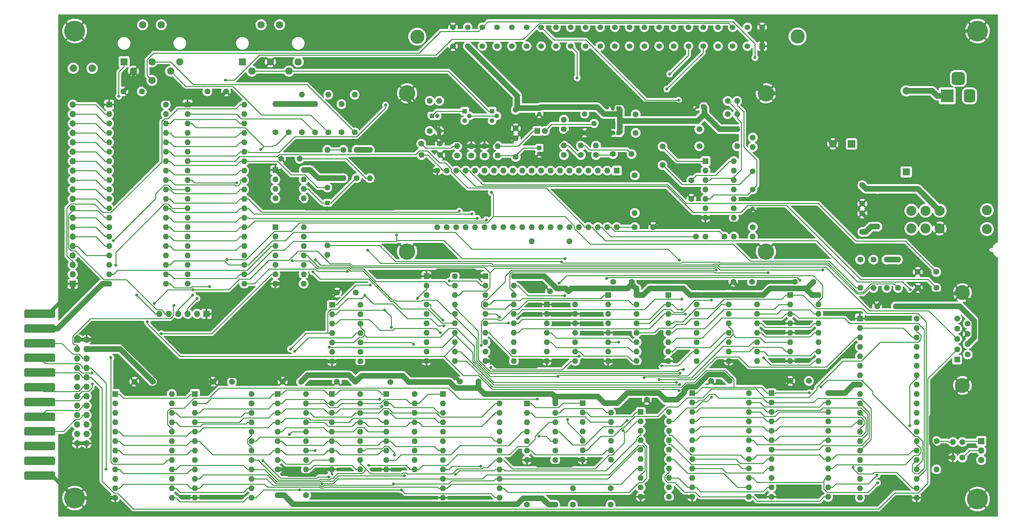
<source format=gbr>
%TF.GenerationSoftware,KiCad,Pcbnew,(6.0.4-0)*%
%TF.CreationDate,2022-05-16T08:16:05-04:00*%
%TF.ProjectId,VIC20Reloaded-1.1-002,56494332-3052-4656-9c6f-616465642d31,1.1-002D*%
%TF.SameCoordinates,Original*%
%TF.FileFunction,Copper,L1,Top*%
%TF.FilePolarity,Positive*%
%FSLAX46Y46*%
G04 Gerber Fmt 4.6, Leading zero omitted, Abs format (unit mm)*
G04 Created by KiCad (PCBNEW (6.0.4-0)) date 2022-05-16 08:16:05*
%MOMM*%
%LPD*%
G01*
G04 APERTURE LIST*
G04 Aperture macros list*
%AMRoundRect*
0 Rectangle with rounded corners*
0 $1 Rounding radius*
0 $2 $3 $4 $5 $6 $7 $8 $9 X,Y pos of 4 corners*
0 Add a 4 corners polygon primitive as box body*
4,1,4,$2,$3,$4,$5,$6,$7,$8,$9,$2,$3,0*
0 Add four circle primitives for the rounded corners*
1,1,$1+$1,$2,$3*
1,1,$1+$1,$4,$5*
1,1,$1+$1,$6,$7*
1,1,$1+$1,$8,$9*
0 Add four rect primitives between the rounded corners*
20,1,$1+$1,$2,$3,$4,$5,0*
20,1,$1+$1,$4,$5,$6,$7,0*
20,1,$1+$1,$6,$7,$8,$9,0*
20,1,$1+$1,$8,$9,$2,$3,0*%
G04 Aperture macros list end*
%TA.AperFunction,ComponentPad*%
%ADD10C,1.600000*%
%TD*%
%TA.AperFunction,ComponentPad*%
%ADD11R,1.200000X1.200000*%
%TD*%
%TA.AperFunction,ComponentPad*%
%ADD12C,1.200000*%
%TD*%
%TA.AperFunction,ComponentPad*%
%ADD13R,1.600000X1.600000*%
%TD*%
%TA.AperFunction,ComponentPad*%
%ADD14O,1.600000X1.600000*%
%TD*%
%TA.AperFunction,SMDPad,CuDef*%
%ADD15RoundRect,0.342900X3.784600X-0.800100X3.784600X0.800100X-3.784600X0.800100X-3.784600X-0.800100X0*%
%TD*%
%TA.AperFunction,ComponentPad*%
%ADD16R,1.950000X1.950000*%
%TD*%
%TA.AperFunction,ComponentPad*%
%ADD17C,1.950000*%
%TD*%
%TA.AperFunction,ComponentPad*%
%ADD18R,3.500000X3.500000*%
%TD*%
%TA.AperFunction,ComponentPad*%
%ADD19RoundRect,0.750000X0.750000X1.000000X-0.750000X1.000000X-0.750000X-1.000000X0.750000X-1.000000X0*%
%TD*%
%TA.AperFunction,ComponentPad*%
%ADD20RoundRect,0.875000X0.875000X0.875000X-0.875000X0.875000X-0.875000X-0.875000X0.875000X-0.875000X0*%
%TD*%
%TA.AperFunction,ComponentPad*%
%ADD21R,1.700000X1.700000*%
%TD*%
%TA.AperFunction,ComponentPad*%
%ADD22O,1.700000X1.700000*%
%TD*%
%TA.AperFunction,ComponentPad*%
%ADD23R,1.300000X1.300000*%
%TD*%
%TA.AperFunction,ComponentPad*%
%ADD24C,1.300000*%
%TD*%
%TA.AperFunction,ComponentPad*%
%ADD25C,1.500000*%
%TD*%
%TA.AperFunction,ComponentPad*%
%ADD26C,1.440000*%
%TD*%
%TA.AperFunction,ComponentPad*%
%ADD27C,5.600000*%
%TD*%
%TA.AperFunction,ComponentPad*%
%ADD28C,2.700000*%
%TD*%
%TA.AperFunction,ComponentPad*%
%ADD29C,4.400000*%
%TD*%
%TA.AperFunction,ComponentPad*%
%ADD30R,2.000000X2.000000*%
%TD*%
%TA.AperFunction,ComponentPad*%
%ADD31C,2.000000*%
%TD*%
%TA.AperFunction,ComponentPad*%
%ADD32C,1.000000*%
%TD*%
%TA.AperFunction,ComponentPad*%
%ADD33C,4.000000*%
%TD*%
%TA.AperFunction,ComponentPad*%
%ADD34R,1.980000X1.980000*%
%TD*%
%TA.AperFunction,ComponentPad*%
%ADD35C,1.980000*%
%TD*%
%TA.AperFunction,ComponentPad*%
%ADD36R,1.524000X1.524000*%
%TD*%
%TA.AperFunction,ComponentPad*%
%ADD37C,1.524000*%
%TD*%
%TA.AperFunction,ComponentPad*%
%ADD38C,3.810000*%
%TD*%
%TA.AperFunction,ViaPad*%
%ADD39C,0.800000*%
%TD*%
%TA.AperFunction,Conductor*%
%ADD40C,0.250000*%
%TD*%
%TA.AperFunction,Conductor*%
%ADD41C,1.500000*%
%TD*%
%TA.AperFunction,Conductor*%
%ADD42C,1.199800*%
%TD*%
%TA.AperFunction,Conductor*%
%ADD43C,1.000000*%
%TD*%
G04 APERTURE END LIST*
D10*
X218313000Y-67771000D03*
X218313000Y-72771000D03*
D11*
X177419000Y-48387000D03*
D12*
X177419000Y-49887000D03*
D11*
X221466000Y-47920000D03*
D12*
X219966000Y-47920000D03*
D11*
X198731000Y-48387000D03*
D12*
X197231000Y-48387000D03*
D10*
X203073000Y-80391000D03*
X208073000Y-80391000D03*
X145669000Y-57912000D03*
X150669000Y-57912000D03*
X197231000Y-60706000D03*
X202231000Y-60706000D03*
D11*
X177419000Y-59055000D03*
D12*
X177419000Y-60555000D03*
D10*
X171069000Y-61468000D03*
X171069000Y-56468000D03*
D13*
X176911000Y-54483000D03*
D10*
X178911000Y-54483000D03*
X113364000Y-122047000D03*
X108364000Y-122047000D03*
X284186000Y-92456000D03*
X279186000Y-92456000D03*
X284226000Y-96774000D03*
X279226000Y-96774000D03*
X142367000Y-122174000D03*
X137367000Y-122174000D03*
X127969000Y-122047000D03*
X122969000Y-122047000D03*
X73486000Y-122047000D03*
X68486000Y-122047000D03*
X128016000Y-98044000D03*
X123016000Y-98044000D03*
X161036000Y-121969000D03*
X156036000Y-121969000D03*
X251126000Y-95123000D03*
X246126000Y-95123000D03*
X88138000Y-43815000D03*
X93138000Y-43815000D03*
X70532000Y-43815000D03*
X65532000Y-43815000D03*
X112950000Y-61976000D03*
X107950000Y-61976000D03*
D11*
X120396000Y-73914000D03*
D12*
X120396000Y-75414000D03*
D10*
X94742000Y-122047000D03*
X89742000Y-122047000D03*
X180293000Y-97663000D03*
X185293000Y-97663000D03*
X210566000Y-63674000D03*
X210566000Y-58674000D03*
X203327000Y-54991000D03*
X203327000Y-49991000D03*
X291211000Y-138303000D03*
D14*
X288671000Y-138303000D03*
D10*
X291211000Y-142494000D03*
D14*
X288671000Y-142494000D03*
D10*
X220450000Y-58588000D03*
D14*
X230610000Y-58588000D03*
D10*
X219583000Y-82931000D03*
D14*
X222123000Y-82931000D03*
D10*
X120396000Y-69723000D03*
D14*
X120396000Y-59563000D03*
D10*
X184023000Y-60960000D03*
D14*
X184023000Y-58420000D03*
D10*
X185547000Y-84201000D03*
D14*
X175387000Y-84201000D03*
D10*
X120396000Y-85344000D03*
D14*
X120396000Y-87884000D03*
D10*
X186436000Y-155194000D03*
D14*
X196596000Y-155194000D03*
D10*
X196596000Y-150749000D03*
D14*
X186436000Y-150749000D03*
D15*
X43045000Y-103763800D03*
X43055000Y-107728200D03*
X43055000Y-111690600D03*
X43055000Y-115653000D03*
X43055000Y-119615400D03*
X43055000Y-123577800D03*
X43055000Y-127540200D03*
X43055000Y-131502600D03*
X43055000Y-135465000D03*
X43055000Y-139427400D03*
X43055000Y-143389800D03*
X43056000Y-147369000D03*
D16*
X65732000Y-35854000D03*
D17*
X68232000Y-38354000D03*
X73232000Y-35854000D03*
X78232000Y-38354000D03*
X80732000Y-35854000D03*
X73232000Y-40854000D03*
X75732000Y-25854000D03*
X70732000Y-25854000D03*
D18*
X287116000Y-45021500D03*
D19*
X293116000Y-45021500D03*
D20*
X290116000Y-40321500D03*
D21*
X51943000Y-95631000D03*
D22*
X51943000Y-93091000D03*
X51943000Y-90551000D03*
X51943000Y-88011000D03*
X51943000Y-85471000D03*
X51943000Y-82931000D03*
X51943000Y-80391000D03*
X51943000Y-77851000D03*
X51943000Y-75311000D03*
X51943000Y-72771000D03*
X51943000Y-70231000D03*
X51943000Y-67691000D03*
X51943000Y-65151000D03*
X51943000Y-62611000D03*
X51943000Y-60071000D03*
X51943000Y-57531000D03*
X51943000Y-54991000D03*
X51943000Y-52451000D03*
X51943000Y-49911000D03*
X51943000Y-47371000D03*
D23*
X164719000Y-49149000D03*
D24*
X165989000Y-50419000D03*
X164719000Y-51689000D03*
D10*
X263732000Y-89154000D03*
D14*
X263732000Y-96774000D03*
D10*
X267288000Y-89154000D03*
D14*
X267288000Y-96774000D03*
D10*
X270844000Y-89154000D03*
D14*
X270844000Y-96774000D03*
D10*
X228070000Y-46396000D03*
D14*
X230610000Y-46396000D03*
D10*
X228070000Y-49952000D03*
D14*
X230610000Y-49952000D03*
D10*
X234823000Y-56261000D03*
D14*
X234823000Y-58801000D03*
D10*
X155321000Y-61087000D03*
D14*
X155321000Y-58547000D03*
D10*
X188595000Y-60960000D03*
D14*
X188595000Y-58420000D03*
D10*
X162687000Y-61087000D03*
D14*
X162687000Y-58547000D03*
D10*
X159131000Y-61087000D03*
D14*
X159131000Y-58547000D03*
D10*
X273892000Y-96774000D03*
D14*
X273892000Y-89154000D03*
D10*
X174070000Y-155194000D03*
D14*
X181690000Y-155194000D03*
D10*
X106426000Y-54864000D03*
D14*
X106426000Y-47244000D03*
D10*
X284226000Y-138049000D03*
D14*
X284226000Y-145669000D03*
D10*
X131826000Y-59563000D03*
D14*
X131826000Y-67183000D03*
D10*
X128270000Y-67183000D03*
D14*
X128270000Y-59563000D03*
D10*
X124714000Y-59563000D03*
D14*
X124714000Y-67183000D03*
D10*
X147955000Y-54483000D03*
D14*
X150495000Y-54483000D03*
D10*
X234823000Y-80391000D03*
D14*
X234823000Y-82931000D03*
D10*
X114681000Y-152654000D03*
D14*
X107061000Y-152654000D03*
D10*
X147955000Y-46355000D03*
D14*
X150495000Y-46355000D03*
D13*
X84789000Y-125349000D03*
D14*
X84789000Y-127889000D03*
X84789000Y-130429000D03*
X84789000Y-132969000D03*
X84789000Y-135509000D03*
X84789000Y-138049000D03*
X84789000Y-140589000D03*
X84789000Y-143129000D03*
X84789000Y-145669000D03*
X84789000Y-148209000D03*
X84789000Y-150749000D03*
X84789000Y-153289000D03*
X100029000Y-153289000D03*
X100029000Y-150749000D03*
X100029000Y-148209000D03*
X100029000Y-145669000D03*
X100029000Y-143129000D03*
X100029000Y-140589000D03*
X100029000Y-138049000D03*
X100029000Y-135509000D03*
X100029000Y-132969000D03*
X100029000Y-130429000D03*
X100029000Y-127889000D03*
X100029000Y-125349000D03*
D13*
X63326000Y-125349000D03*
D14*
X63326000Y-127889000D03*
X63326000Y-130429000D03*
X63326000Y-132969000D03*
X63326000Y-135509000D03*
X63326000Y-138049000D03*
X63326000Y-140589000D03*
X63326000Y-143129000D03*
X63326000Y-145669000D03*
X63326000Y-148209000D03*
X63326000Y-150749000D03*
X63326000Y-153289000D03*
X78566000Y-153289000D03*
X78566000Y-150749000D03*
X78566000Y-148209000D03*
X78566000Y-145669000D03*
X78566000Y-143129000D03*
X78566000Y-140589000D03*
X78566000Y-138049000D03*
X78566000Y-135509000D03*
X78566000Y-132969000D03*
X78566000Y-130429000D03*
X78566000Y-127889000D03*
X78566000Y-125349000D03*
D13*
X61722000Y-47371000D03*
D14*
X61722000Y-49911000D03*
X61722000Y-52451000D03*
X61722000Y-54991000D03*
X61722000Y-57531000D03*
X61722000Y-60071000D03*
X61722000Y-62611000D03*
X61722000Y-65151000D03*
X61722000Y-67691000D03*
X61722000Y-70231000D03*
X61722000Y-72771000D03*
X61722000Y-75311000D03*
X61722000Y-77851000D03*
X61722000Y-80391000D03*
X61722000Y-82931000D03*
X61722000Y-85471000D03*
X61722000Y-88011000D03*
X61722000Y-90551000D03*
X61722000Y-93091000D03*
X61722000Y-95631000D03*
X76962000Y-95631000D03*
X76962000Y-93091000D03*
X76962000Y-90551000D03*
X76962000Y-88011000D03*
X76962000Y-85471000D03*
X76962000Y-82931000D03*
X76962000Y-80391000D03*
X76962000Y-77851000D03*
X76962000Y-75311000D03*
X76962000Y-72771000D03*
X76962000Y-70231000D03*
X76962000Y-67691000D03*
X76962000Y-65151000D03*
X76962000Y-62611000D03*
X76962000Y-60071000D03*
X76962000Y-57531000D03*
X76962000Y-54991000D03*
X76962000Y-52451000D03*
X76962000Y-49911000D03*
X76962000Y-47371000D03*
D13*
X82804000Y-47371000D03*
D14*
X82804000Y-49911000D03*
X82804000Y-52451000D03*
X82804000Y-54991000D03*
X82804000Y-57531000D03*
X82804000Y-60071000D03*
X82804000Y-62611000D03*
X82804000Y-65151000D03*
X82804000Y-67691000D03*
X82804000Y-70231000D03*
X82804000Y-72771000D03*
X82804000Y-75311000D03*
X82804000Y-77851000D03*
X82804000Y-80391000D03*
X82804000Y-82931000D03*
X82804000Y-85471000D03*
X82804000Y-88011000D03*
X82804000Y-90551000D03*
X82804000Y-93091000D03*
X82804000Y-95631000D03*
X98044000Y-95631000D03*
X98044000Y-93091000D03*
X98044000Y-90551000D03*
X98044000Y-88011000D03*
X98044000Y-85471000D03*
X98044000Y-82931000D03*
X98044000Y-80391000D03*
X98044000Y-77851000D03*
X98044000Y-75311000D03*
X98044000Y-72771000D03*
X98044000Y-70231000D03*
X98044000Y-67691000D03*
X98044000Y-65151000D03*
X98044000Y-62611000D03*
X98044000Y-60071000D03*
X98044000Y-57531000D03*
X98044000Y-54991000D03*
X98044000Y-52451000D03*
X98044000Y-49911000D03*
X98044000Y-47371000D03*
D13*
X106426000Y-65024000D03*
D14*
X106426000Y-67564000D03*
X106426000Y-70104000D03*
X106426000Y-72644000D03*
X114046000Y-72644000D03*
X114046000Y-70104000D03*
X114046000Y-67564000D03*
X114046000Y-65024000D03*
D13*
X198247000Y-65151000D03*
D14*
X195707000Y-65151000D03*
X193167000Y-65151000D03*
X190627000Y-65151000D03*
X188087000Y-65151000D03*
X185547000Y-65151000D03*
X183007000Y-65151000D03*
X180467000Y-65151000D03*
X177927000Y-65151000D03*
X175387000Y-65151000D03*
X172847000Y-65151000D03*
X170307000Y-65151000D03*
X167767000Y-65151000D03*
X165227000Y-65151000D03*
X162687000Y-65151000D03*
X160147000Y-65151000D03*
X157607000Y-65151000D03*
X155067000Y-65151000D03*
X152527000Y-65151000D03*
X149987000Y-65151000D03*
X149987000Y-80391000D03*
X152527000Y-80391000D03*
X155067000Y-80391000D03*
X157607000Y-80391000D03*
X160147000Y-80391000D03*
X162687000Y-80391000D03*
X165227000Y-80391000D03*
X167767000Y-80391000D03*
X170307000Y-80391000D03*
X172847000Y-80391000D03*
X175387000Y-80391000D03*
X177927000Y-80391000D03*
X180467000Y-80391000D03*
X183007000Y-80391000D03*
X185547000Y-80391000D03*
X188087000Y-80391000D03*
X190627000Y-80391000D03*
X193167000Y-80391000D03*
X195707000Y-80391000D03*
X198247000Y-80391000D03*
D13*
X222123000Y-62611000D03*
D14*
X222123000Y-65151000D03*
X222123000Y-67691000D03*
X222123000Y-70231000D03*
X222123000Y-72771000D03*
X222123000Y-75311000D03*
X222123000Y-77851000D03*
X229743000Y-77851000D03*
X229743000Y-75311000D03*
X229743000Y-72771000D03*
X229743000Y-70231000D03*
X229743000Y-67691000D03*
X229743000Y-65151000D03*
X229743000Y-62611000D03*
D13*
X244866000Y-98679000D03*
D14*
X244866000Y-101219000D03*
X244866000Y-103759000D03*
X244866000Y-106299000D03*
X244866000Y-108839000D03*
X244866000Y-111379000D03*
X244866000Y-113919000D03*
X244866000Y-116459000D03*
X252486000Y-116459000D03*
X252486000Y-113919000D03*
X252486000Y-111379000D03*
X252486000Y-108839000D03*
X252486000Y-106299000D03*
X252486000Y-103759000D03*
X252486000Y-101219000D03*
X252486000Y-98679000D03*
D13*
X151464000Y-125349000D03*
D14*
X151464000Y-127889000D03*
X151464000Y-130429000D03*
X151464000Y-132969000D03*
X151464000Y-135509000D03*
X151464000Y-138049000D03*
X151464000Y-140589000D03*
X151464000Y-143129000D03*
X151464000Y-145669000D03*
X151464000Y-148209000D03*
X151464000Y-150749000D03*
X151464000Y-153289000D03*
X166704000Y-153289000D03*
X166704000Y-150749000D03*
X166704000Y-148209000D03*
X166704000Y-145669000D03*
X166704000Y-143129000D03*
X166704000Y-140589000D03*
X166704000Y-138049000D03*
X166704000Y-135509000D03*
X166704000Y-132969000D03*
X166704000Y-130429000D03*
X166704000Y-127889000D03*
X166704000Y-125349000D03*
D13*
X228346000Y-98679000D03*
D14*
X228346000Y-101219000D03*
X228346000Y-103759000D03*
X228346000Y-106299000D03*
X228346000Y-108839000D03*
X228346000Y-111379000D03*
X228346000Y-113919000D03*
X228346000Y-116459000D03*
X235966000Y-116459000D03*
X235966000Y-113919000D03*
X235966000Y-111379000D03*
X235966000Y-108839000D03*
X235966000Y-106299000D03*
X235966000Y-103759000D03*
X235966000Y-101219000D03*
X235966000Y-98679000D03*
D13*
X162941000Y-93599000D03*
D14*
X162941000Y-96139000D03*
X162941000Y-98679000D03*
X162941000Y-101219000D03*
X162941000Y-103759000D03*
X162941000Y-106299000D03*
X162941000Y-108839000D03*
X162941000Y-111379000D03*
X162941000Y-113919000D03*
X162941000Y-116459000D03*
X170561000Y-116459000D03*
X170561000Y-113919000D03*
X170561000Y-111379000D03*
X170561000Y-108839000D03*
X170561000Y-106299000D03*
X170561000Y-103759000D03*
X170561000Y-101219000D03*
X170561000Y-98679000D03*
X170561000Y-96139000D03*
X170561000Y-93599000D03*
D13*
X263652000Y-105029000D03*
D14*
X263652000Y-107569000D03*
X263652000Y-110109000D03*
X263652000Y-112649000D03*
X263652000Y-115189000D03*
X263652000Y-117729000D03*
X263652000Y-120269000D03*
X263652000Y-122809000D03*
X263652000Y-125349000D03*
X263652000Y-127889000D03*
X263652000Y-130429000D03*
X263652000Y-132969000D03*
X263652000Y-135509000D03*
X263652000Y-138049000D03*
X263652000Y-140589000D03*
X263652000Y-143129000D03*
X263652000Y-145669000D03*
X263652000Y-148209000D03*
X263652000Y-150749000D03*
X263652000Y-153289000D03*
X278892000Y-153289000D03*
X278892000Y-150749000D03*
X278892000Y-148209000D03*
X278892000Y-145669000D03*
X278892000Y-143129000D03*
X278892000Y-140589000D03*
X278892000Y-138049000D03*
X278892000Y-135509000D03*
X278892000Y-132969000D03*
X278892000Y-130429000D03*
X278892000Y-127889000D03*
X278892000Y-125349000D03*
X278892000Y-122809000D03*
X278892000Y-120269000D03*
X278892000Y-117729000D03*
X278892000Y-115189000D03*
X278892000Y-112649000D03*
X278892000Y-110109000D03*
X278892000Y-107569000D03*
X278892000Y-105029000D03*
D13*
X204677000Y-130224000D03*
D14*
X204677000Y-132764000D03*
X204677000Y-135304000D03*
X204677000Y-137844000D03*
X204677000Y-140384000D03*
X204677000Y-142924000D03*
X204677000Y-145464000D03*
X204677000Y-148004000D03*
X204677000Y-150544000D03*
X204677000Y-153084000D03*
X212297000Y-153084000D03*
X212297000Y-150544000D03*
X212297000Y-148004000D03*
X212297000Y-145464000D03*
X212297000Y-142924000D03*
X212297000Y-140384000D03*
X212297000Y-137844000D03*
X212297000Y-135304000D03*
X212297000Y-132764000D03*
X212297000Y-130224000D03*
D13*
X212090000Y-98679000D03*
D14*
X212090000Y-101219000D03*
X212090000Y-103759000D03*
X212090000Y-106299000D03*
X212090000Y-108839000D03*
X212090000Y-111379000D03*
X212090000Y-113919000D03*
X212090000Y-116459000D03*
X219710000Y-116459000D03*
X219710000Y-113919000D03*
X219710000Y-111379000D03*
X219710000Y-108839000D03*
X219710000Y-106299000D03*
X219710000Y-103759000D03*
X219710000Y-101219000D03*
X219710000Y-98679000D03*
D13*
X121666000Y-101346000D03*
D14*
X121666000Y-103886000D03*
X121666000Y-106426000D03*
X121666000Y-108966000D03*
X121666000Y-111506000D03*
X121666000Y-114046000D03*
X121666000Y-116586000D03*
X129286000Y-116586000D03*
X129286000Y-114046000D03*
X129286000Y-111506000D03*
X129286000Y-108966000D03*
X129286000Y-106426000D03*
X129286000Y-103886000D03*
X129286000Y-101346000D03*
D13*
X107014000Y-125349000D03*
D14*
X107014000Y-127889000D03*
X107014000Y-130429000D03*
X107014000Y-132969000D03*
X107014000Y-135509000D03*
X107014000Y-138049000D03*
X107014000Y-140589000D03*
X107014000Y-143129000D03*
X107014000Y-145669000D03*
X114634000Y-145669000D03*
X114634000Y-143129000D03*
X114634000Y-140589000D03*
X114634000Y-138049000D03*
X114634000Y-135509000D03*
X114634000Y-132969000D03*
X114634000Y-130429000D03*
X114634000Y-127889000D03*
X114634000Y-125349000D03*
D13*
X136224000Y-125349000D03*
D14*
X136224000Y-127889000D03*
X136224000Y-130429000D03*
X136224000Y-132969000D03*
X136224000Y-135509000D03*
X136224000Y-138049000D03*
X136224000Y-140589000D03*
X136224000Y-143129000D03*
X136224000Y-145669000D03*
X143844000Y-145669000D03*
X143844000Y-143129000D03*
X143844000Y-140589000D03*
X143844000Y-138049000D03*
X143844000Y-135509000D03*
X143844000Y-132969000D03*
X143844000Y-130429000D03*
X143844000Y-127889000D03*
X143844000Y-125349000D03*
D13*
X121619000Y-125349000D03*
D14*
X121619000Y-127889000D03*
X121619000Y-130429000D03*
X121619000Y-132969000D03*
X121619000Y-135509000D03*
X121619000Y-138049000D03*
X121619000Y-140589000D03*
X121619000Y-143129000D03*
X121619000Y-145669000D03*
X129239000Y-145669000D03*
X129239000Y-143129000D03*
X129239000Y-140589000D03*
X129239000Y-138049000D03*
X129239000Y-135509000D03*
X129239000Y-132969000D03*
X129239000Y-130429000D03*
X129239000Y-127889000D03*
X129239000Y-125349000D03*
D13*
X195961000Y-98679000D03*
D14*
X195961000Y-101219000D03*
X195961000Y-103759000D03*
X195961000Y-106299000D03*
X195961000Y-108839000D03*
X195961000Y-111379000D03*
X195961000Y-113919000D03*
X195961000Y-116459000D03*
X203581000Y-116459000D03*
X203581000Y-113919000D03*
X203581000Y-111379000D03*
X203581000Y-108839000D03*
X203581000Y-106299000D03*
X203581000Y-103759000D03*
X203581000Y-101219000D03*
X203581000Y-98679000D03*
D10*
X220450000Y-54016000D03*
D14*
X230610000Y-54016000D03*
D10*
X166243000Y-61087000D03*
D14*
X166243000Y-58547000D03*
D10*
X203073000Y-66421000D03*
D14*
X203073000Y-76581000D03*
D10*
X192659000Y-60960000D03*
D14*
X192659000Y-58420000D03*
D10*
X273304000Y-101727000D03*
X268304000Y-101727000D03*
X206328000Y-126922000D03*
X211328000Y-126922000D03*
X145749000Y-60960000D03*
X150749000Y-60960000D03*
D11*
X148487000Y-50419000D03*
D12*
X149987000Y-50419000D03*
D10*
X171069000Y-48768000D03*
X171069000Y-53768000D03*
X184023000Y-53975000D03*
D14*
X184023000Y-51435000D03*
D23*
X157353000Y-49149000D03*
D24*
X158623000Y-50419000D03*
X157353000Y-51689000D03*
D11*
X198755000Y-54991000D03*
D12*
X197255000Y-54991000D03*
D10*
X234616000Y-95123000D03*
X229616000Y-95123000D03*
X120650000Y-54864000D03*
D14*
X120650000Y-44704000D03*
D10*
X127762000Y-54864000D03*
D14*
X127762000Y-44704000D03*
D10*
X113538000Y-54864000D03*
D14*
X113538000Y-44704000D03*
D10*
X117094000Y-54864000D03*
D14*
X117094000Y-47244000D03*
D10*
X124206000Y-54864000D03*
D14*
X124206000Y-47244000D03*
D10*
X109982000Y-54864000D03*
D14*
X109982000Y-47244000D03*
D16*
X97576000Y-35854000D03*
D17*
X105076000Y-35854000D03*
X112576000Y-35854000D03*
X100076000Y-38354000D03*
X110076000Y-38354000D03*
X107576000Y-25854000D03*
X102576000Y-25854000D03*
D25*
X234823000Y-70231000D03*
X234823000Y-65331000D03*
D26*
X189611000Y-49911000D03*
X192151000Y-52451000D03*
X189611000Y-54991000D03*
D27*
X52451000Y-27559000D03*
X52451000Y-153416000D03*
X295275000Y-27559000D03*
D21*
X296291000Y-138049000D03*
D22*
X296291000Y-140589000D03*
X296291000Y-143129000D03*
D28*
X285115000Y-80759000D03*
X281305000Y-80759000D03*
X277495000Y-80759000D03*
X285115000Y-75959000D03*
X281305000Y-75959000D03*
X277495000Y-75959000D03*
X297815000Y-80899000D03*
X297815000Y-75819000D03*
D29*
X238379000Y-44323000D03*
X238379000Y-86995000D03*
D10*
X227203000Y-82931000D03*
D14*
X229743000Y-82931000D03*
D10*
X264287000Y-69088000D03*
X264287000Y-74088000D03*
X264287000Y-81708000D03*
X264287000Y-76708000D03*
D30*
X261366000Y-57959000D03*
D31*
X256366000Y-57959000D03*
D10*
X268351000Y-70104000D03*
D14*
X268351000Y-80264000D03*
D29*
X141859000Y-44323000D03*
D13*
X147066000Y-93599000D03*
D14*
X147066000Y-96139000D03*
X147066000Y-98679000D03*
X147066000Y-101219000D03*
X147066000Y-103759000D03*
X147066000Y-106299000D03*
X147066000Y-108839000D03*
X147066000Y-111379000D03*
X147066000Y-113919000D03*
X147066000Y-116459000D03*
X154686000Y-116459000D03*
X154686000Y-113919000D03*
X154686000Y-111379000D03*
X154686000Y-108839000D03*
X154686000Y-106299000D03*
X154686000Y-103759000D03*
X154686000Y-101219000D03*
X154686000Y-98679000D03*
X154686000Y-96139000D03*
X154686000Y-93599000D03*
D32*
X234823000Y-75311000D03*
D21*
X87884000Y-103759000D03*
D22*
X85344000Y-103759000D03*
X82804000Y-103759000D03*
X80264000Y-103759000D03*
X77724000Y-103759000D03*
X75184000Y-103759000D03*
D29*
X141859000Y-86995000D03*
D27*
X295275000Y-153670000D03*
D10*
X197271000Y-95123000D03*
X202271000Y-95123000D03*
D13*
X239856000Y-125144000D03*
D14*
X239856000Y-127684000D03*
X239856000Y-130224000D03*
X239856000Y-132764000D03*
X239856000Y-135304000D03*
X239856000Y-137844000D03*
X239856000Y-140384000D03*
X239856000Y-142924000D03*
X239856000Y-145464000D03*
X239856000Y-148004000D03*
X239856000Y-150544000D03*
X239856000Y-153084000D03*
X255096000Y-153084000D03*
X255096000Y-150544000D03*
X255096000Y-148004000D03*
X255096000Y-145464000D03*
X255096000Y-142924000D03*
X255096000Y-140384000D03*
X255096000Y-137844000D03*
X255096000Y-135304000D03*
X255096000Y-132764000D03*
X255096000Y-130224000D03*
X255096000Y-127684000D03*
X255096000Y-125144000D03*
D10*
X249936000Y-121842000D03*
X244936000Y-121842000D03*
X228600000Y-121842000D03*
X223600000Y-121842000D03*
D13*
X218520000Y-125144000D03*
D14*
X218520000Y-127684000D03*
X218520000Y-130224000D03*
X218520000Y-132764000D03*
X218520000Y-135304000D03*
X218520000Y-137844000D03*
X218520000Y-140384000D03*
X218520000Y-142924000D03*
X218520000Y-145464000D03*
X218520000Y-148004000D03*
X218520000Y-150544000D03*
X218520000Y-153084000D03*
X233760000Y-153084000D03*
X233760000Y-150544000D03*
X233760000Y-148004000D03*
X233760000Y-145464000D03*
X233760000Y-142924000D03*
X233760000Y-140384000D03*
X233760000Y-137844000D03*
X233760000Y-135304000D03*
X233760000Y-132764000D03*
X233760000Y-130224000D03*
X233760000Y-127684000D03*
X233760000Y-125144000D03*
D33*
X291211000Y-98044000D03*
X291211000Y-123044000D03*
D13*
X289791000Y-116084000D03*
D10*
X289791000Y-113314000D03*
X289791000Y-110544000D03*
X289791000Y-107774000D03*
X289791000Y-105004000D03*
X292631000Y-114699000D03*
X292631000Y-111929000D03*
X292631000Y-109159000D03*
X292631000Y-106389000D03*
D13*
X179451000Y-101219000D03*
D14*
X179451000Y-103759000D03*
X179451000Y-106299000D03*
X179451000Y-108839000D03*
X179451000Y-111379000D03*
X179451000Y-113919000D03*
X179451000Y-116459000D03*
X187071000Y-116459000D03*
X187071000Y-113919000D03*
X187071000Y-111379000D03*
X187071000Y-108839000D03*
X187071000Y-106299000D03*
X187071000Y-103759000D03*
X187071000Y-101219000D03*
D31*
X52070000Y-37582000D03*
X57150000Y-37592000D03*
D13*
X189056000Y-127811000D03*
D14*
X189056000Y-130351000D03*
X189056000Y-132891000D03*
X189056000Y-135431000D03*
X189056000Y-137971000D03*
X189056000Y-140511000D03*
X189056000Y-143051000D03*
X196676000Y-143051000D03*
X196676000Y-140511000D03*
X196676000Y-137971000D03*
X196676000Y-135431000D03*
X196676000Y-132891000D03*
X196676000Y-130351000D03*
X196676000Y-127811000D03*
D21*
X53086000Y-110744000D03*
D22*
X55626000Y-110744000D03*
X53086000Y-113284000D03*
X55626000Y-113284000D03*
X53086000Y-115824000D03*
X55626000Y-115824000D03*
X53086000Y-118364000D03*
X55626000Y-118364000D03*
X53086000Y-120904000D03*
X55626000Y-120904000D03*
X53086000Y-123444000D03*
X55626000Y-123444000D03*
X53086000Y-125984000D03*
X55626000Y-125984000D03*
X53086000Y-128524000D03*
X55626000Y-128524000D03*
X53086000Y-131064000D03*
X55626000Y-131064000D03*
X53086000Y-133604000D03*
X55626000Y-133604000D03*
X53086000Y-136144000D03*
X55626000Y-136144000D03*
X53086000Y-138684000D03*
X55626000Y-138684000D03*
D34*
X276098000Y-65528000D03*
D35*
X276098000Y-43688000D03*
D13*
X106426000Y-80391000D03*
D14*
X106426000Y-82931000D03*
X106426000Y-85471000D03*
X106426000Y-88011000D03*
X106426000Y-90551000D03*
X106426000Y-93091000D03*
X106426000Y-95631000D03*
X114046000Y-95631000D03*
X114046000Y-93091000D03*
X114046000Y-90551000D03*
X114046000Y-88011000D03*
X114046000Y-85471000D03*
X114046000Y-82931000D03*
X114046000Y-80391000D03*
D13*
X174070000Y-127889000D03*
D14*
X174070000Y-130429000D03*
X174070000Y-132969000D03*
X174070000Y-135509000D03*
X174070000Y-138049000D03*
X174070000Y-140589000D03*
X174070000Y-143129000D03*
X181690000Y-143129000D03*
X181690000Y-140589000D03*
X181690000Y-138049000D03*
X181690000Y-135509000D03*
X181690000Y-132969000D03*
X181690000Y-130429000D03*
X181690000Y-127889000D03*
D36*
X237338000Y-31623000D03*
D37*
X237338000Y-26543000D03*
X233378000Y-31623000D03*
X233378000Y-26543000D03*
X229418000Y-31623000D03*
X229418000Y-26543000D03*
X225458000Y-31623000D03*
X225458000Y-26543000D03*
X221498000Y-31623000D03*
X221498000Y-26543000D03*
X217538000Y-31623000D03*
X217538000Y-26543000D03*
X213578000Y-31623000D03*
X213578000Y-26543000D03*
X209618000Y-31623000D03*
X209618000Y-26543000D03*
X205658000Y-31623000D03*
X205658000Y-26543000D03*
X201698000Y-31623000D03*
X201698000Y-26543000D03*
X197738000Y-31623000D03*
X197738000Y-26543000D03*
X193778000Y-31623000D03*
X193778000Y-26543000D03*
X189818000Y-31623000D03*
X189818000Y-26543000D03*
X185858000Y-31623000D03*
X185858000Y-26543000D03*
X181898000Y-31623000D03*
X181898000Y-26543000D03*
X177938000Y-31623000D03*
X177938000Y-26543000D03*
X173978000Y-31623000D03*
X173978000Y-26543000D03*
X170018000Y-31623000D03*
X170018000Y-26543000D03*
X166058000Y-31623000D03*
X166058000Y-26543000D03*
X162098000Y-31623000D03*
X162098000Y-26543000D03*
X158138000Y-31623000D03*
X158138000Y-26543000D03*
X154178000Y-31623000D03*
X154178000Y-26543000D03*
D38*
X246882500Y-29019500D03*
X144601500Y-29083000D03*
D39*
X85321200Y-99625600D03*
X84192100Y-98655600D03*
X69134500Y-98708400D03*
X268373700Y-149307000D03*
X212477300Y-39131900D03*
X268235800Y-147204300D03*
X211717000Y-43180100D03*
X224982700Y-91919800D03*
X238938400Y-92698300D03*
X223669800Y-126182200D03*
X215179800Y-122795900D03*
X250069400Y-125037500D03*
X215775900Y-99824100D03*
X214877100Y-46201600D03*
X215751000Y-102615900D03*
X261800300Y-145120400D03*
X216646600Y-103851400D03*
X237792400Y-115645500D03*
X253203000Y-123411700D03*
X195496600Y-94205600D03*
X247526400Y-94749300D03*
X223736500Y-100070100D03*
X205623100Y-120982900D03*
X187580000Y-40171100D03*
X161790700Y-112242300D03*
X177279400Y-136714100D03*
X200987700Y-132490500D03*
X210330600Y-117738400D03*
X182768800Y-95449500D03*
X135832700Y-102760700D03*
X137611000Y-107436900D03*
X143587100Y-112008500D03*
X150845600Y-108847400D03*
X166749300Y-104730400D03*
X169096900Y-106216100D03*
X198752100Y-111379000D03*
X188107800Y-115189000D03*
X120921600Y-112776000D03*
X214344900Y-122213600D03*
X96040200Y-68486100D03*
X62835300Y-84057500D03*
X57092800Y-119684100D03*
X63484400Y-90653500D03*
X57157600Y-122630200D03*
X79151100Y-101448600D03*
X215089600Y-89327900D03*
X214948300Y-124434000D03*
X71991300Y-105911600D03*
X136051600Y-47477900D03*
X116491700Y-92452000D03*
X110970000Y-89425600D03*
X215239500Y-119734000D03*
X92957600Y-40784700D03*
X216141700Y-118762700D03*
X117189500Y-89235000D03*
X253674600Y-91938500D03*
X112954300Y-151205700D03*
X140301100Y-151150700D03*
X155893900Y-76102300D03*
X159305600Y-76849600D03*
X134492200Y-126763700D03*
X138213900Y-149534500D03*
X160728600Y-78004500D03*
X135046200Y-128696700D03*
X138461100Y-141755200D03*
X154912900Y-147043900D03*
X163141100Y-78429000D03*
X141028900Y-147344700D03*
X62182500Y-115571000D03*
X199901900Y-135199000D03*
X151492300Y-105460100D03*
X144668700Y-99597800D03*
X130483000Y-98753800D03*
X151769700Y-107023600D03*
X110468200Y-113250400D03*
X161641800Y-144825100D03*
X110205300Y-136271900D03*
X277077600Y-133935400D03*
X139049400Y-82549200D03*
X184319000Y-88884600D03*
X111586100Y-113873400D03*
X118943900Y-149529800D03*
X131960900Y-95990500D03*
X117142100Y-140589000D03*
X153176700Y-94889700D03*
X164334000Y-118270900D03*
X120784900Y-147671200D03*
X103038400Y-143301300D03*
X176866000Y-126731200D03*
X131489700Y-144543600D03*
X131223700Y-86614000D03*
X125712900Y-92299600D03*
X164491700Y-71036900D03*
X93433600Y-89136400D03*
X88787700Y-96425400D03*
X60866200Y-145613600D03*
X84229800Y-97286600D03*
X73830200Y-100978300D03*
X277182000Y-97217500D03*
X64319300Y-45106100D03*
X102443300Y-59530800D03*
X75716800Y-109106400D03*
X182374200Y-120641900D03*
X209646000Y-121488200D03*
X185031100Y-132225600D03*
X183404300Y-89828200D03*
X184280500Y-98829300D03*
X235411200Y-34693600D03*
D40*
X82804000Y-102142800D02*
X85321200Y-99625600D01*
X82804000Y-103759000D02*
X82804000Y-102142800D01*
X80264000Y-103759000D02*
X80264000Y-102583700D01*
X80264000Y-102583700D02*
X84192100Y-98655600D01*
X51943000Y-75311000D02*
X51943000Y-75898600D01*
X58644300Y-75898600D02*
X60596700Y-77851000D01*
X51943000Y-75898600D02*
X58644300Y-75898600D01*
X61722000Y-77851000D02*
X60596700Y-77851000D01*
X77724000Y-103759000D02*
X76548700Y-103759000D01*
X76548700Y-103391600D02*
X76548700Y-103759000D01*
X75740800Y-102583700D02*
X76548700Y-103391600D01*
X74409900Y-102583700D02*
X75740800Y-102583700D01*
X66331800Y-94505600D02*
X74409900Y-102583700D01*
X60337800Y-94505600D02*
X66331800Y-94505600D01*
X52573200Y-86741000D02*
X60337800Y-94505600D01*
X51486700Y-86741000D02*
X52573200Y-86741000D01*
X50767700Y-86022000D02*
X51486700Y-86741000D01*
X50767700Y-77073900D02*
X50767700Y-86022000D01*
X51943000Y-75898600D02*
X50767700Y-77073900D01*
X44763600Y-129794000D02*
X43055000Y-131502600D01*
X53483600Y-129794000D02*
X44763600Y-129794000D01*
X54450700Y-128826900D02*
X53483600Y-129794000D01*
X54450700Y-128524000D02*
X54450700Y-128826900D01*
X55626000Y-128524000D02*
X54450700Y-128524000D01*
X74008700Y-103582600D02*
X69134500Y-98708400D01*
X74008700Y-103759000D02*
X74008700Y-103582600D01*
X75184000Y-103759000D02*
X74008700Y-103759000D01*
D41*
X279260000Y-70104000D02*
X268351000Y-70104000D01*
X285115000Y-75959000D02*
X279260000Y-70104000D01*
X265303000Y-70104000D02*
X264287000Y-69088000D01*
X268351000Y-70104000D02*
X265303000Y-70104000D01*
X283082200Y-43688000D02*
X284415700Y-45021500D01*
X276098000Y-43688000D02*
X283082200Y-43688000D01*
X287116000Y-45021500D02*
X284415700Y-45021500D01*
D40*
X212969900Y-136429300D02*
X212297000Y-136429300D01*
X218339300Y-141798700D02*
X212969900Y-136429300D01*
X231509400Y-141798700D02*
X218339300Y-141798700D01*
X232634700Y-142924000D02*
X231509400Y-141798700D01*
X212297000Y-135304000D02*
X212297000Y-136429300D01*
X276641400Y-141714300D02*
X277766700Y-140589000D01*
X257431000Y-141714300D02*
X276641400Y-141714300D01*
X256221300Y-142924000D02*
X257431000Y-141714300D01*
X255096000Y-142924000D02*
X256221300Y-142924000D01*
X278892000Y-140589000D02*
X277766700Y-140589000D01*
X233197400Y-142924000D02*
X232634700Y-142924000D01*
X233197400Y-142924000D02*
X233760000Y-142924000D01*
X252845400Y-141798700D02*
X253970700Y-142924000D01*
X236010600Y-141798700D02*
X252845400Y-141798700D01*
X234885300Y-142924000D02*
X236010600Y-141798700D01*
X233760000Y-142924000D02*
X234885300Y-142924000D01*
X255096000Y-142924000D02*
X253970700Y-142924000D01*
X255096000Y-145464000D02*
X256221300Y-145464000D01*
X278892000Y-138049000D02*
X278892000Y-139174300D01*
X212297000Y-137844000D02*
X212297000Y-138969300D01*
X233760000Y-145464000D02*
X232634700Y-145464000D01*
X257290200Y-144395100D02*
X256221300Y-145464000D01*
X275766100Y-144395100D02*
X257290200Y-144395100D01*
X278302200Y-141859000D02*
X275766100Y-144395100D01*
X279242100Y-141859000D02*
X278302200Y-141859000D01*
X280017300Y-141083800D02*
X279242100Y-141859000D01*
X280017300Y-140018200D02*
X280017300Y-141083800D01*
X279173400Y-139174300D02*
X280017300Y-140018200D01*
X278892000Y-139174300D02*
X279173400Y-139174300D01*
X231997800Y-145464000D02*
X232634700Y-145464000D01*
X230872500Y-144338700D02*
X231997800Y-145464000D01*
X218264500Y-144338700D02*
X230872500Y-144338700D01*
X212895100Y-138969300D02*
X218264500Y-144338700D01*
X212297000Y-138969300D02*
X212895100Y-138969300D01*
X255096000Y-148004000D02*
X254547800Y-148004000D01*
X233760000Y-148004000D02*
X234885300Y-148004000D01*
X236011500Y-149130200D02*
X234885300Y-148004000D01*
X253970600Y-149130200D02*
X236011500Y-149130200D01*
X253970600Y-148581200D02*
X253970600Y-149130200D01*
X254547800Y-148004000D02*
X253970600Y-148581200D01*
X265806300Y-151874400D02*
X268373700Y-149307000D01*
X254827500Y-151874400D02*
X265806300Y-151874400D01*
X253970600Y-151017500D02*
X254827500Y-151874400D01*
X253970600Y-149130200D02*
X253970600Y-151017500D01*
X212297000Y-142924000D02*
X213422300Y-142924000D01*
X233760000Y-150544000D02*
X232634700Y-150544000D01*
X230724000Y-150544000D02*
X232634700Y-150544000D01*
X226914000Y-146734000D02*
X230724000Y-150544000D01*
X217232300Y-146734000D02*
X226914000Y-146734000D01*
X213422300Y-142924000D02*
X217232300Y-146734000D01*
X217538000Y-34071200D02*
X212477300Y-39131900D01*
X217538000Y-31623000D02*
X217538000Y-34071200D01*
X255096000Y-150544000D02*
X256221300Y-150544000D01*
X265901100Y-149539000D02*
X268235800Y-147204300D01*
X257226300Y-149539000D02*
X265901100Y-149539000D01*
X256221300Y-150544000D02*
X257226300Y-149539000D01*
X220609700Y-153084000D02*
X233760000Y-153084000D01*
X219339700Y-151814000D02*
X220609700Y-153084000D01*
X216390900Y-151814000D02*
X219339700Y-151814000D01*
X213850900Y-149274000D02*
X216390900Y-151814000D01*
X211910300Y-149274000D02*
X213850900Y-149274000D01*
X211146100Y-148509800D02*
X211910300Y-149274000D01*
X211146100Y-147458900D02*
X211146100Y-148509800D01*
X212015700Y-146589300D02*
X211146100Y-147458900D01*
X212297000Y-146589300D02*
X212015700Y-146589300D01*
X212297000Y-145464000D02*
X212297000Y-146589300D01*
X236010600Y-154209300D02*
X234885300Y-153084000D01*
X252845400Y-154209300D02*
X236010600Y-154209300D01*
X253970700Y-153084000D02*
X252845400Y-154209300D01*
X255096000Y-153084000D02*
X253970700Y-153084000D01*
X233760000Y-153084000D02*
X234885300Y-153084000D01*
X221498000Y-33399100D02*
X211717000Y-43180100D01*
X221498000Y-31623000D02*
X221498000Y-33399100D01*
X214854700Y-148004000D02*
X212297000Y-148004000D01*
X217394700Y-150544000D02*
X214854700Y-148004000D01*
X218520000Y-150544000D02*
X217394700Y-150544000D01*
X220770600Y-151669300D02*
X219645300Y-150544000D01*
X237605400Y-151669300D02*
X220770600Y-151669300D01*
X238730700Y-150544000D02*
X237605400Y-151669300D01*
X239856000Y-150544000D02*
X238730700Y-150544000D01*
X218520000Y-150544000D02*
X219645300Y-150544000D01*
X226599200Y-145464000D02*
X218520000Y-145464000D01*
X227737100Y-146601900D02*
X226599200Y-145464000D01*
X237592800Y-146601900D02*
X227737100Y-146601900D01*
X238730700Y-145464000D02*
X237592800Y-146601900D01*
X239856000Y-145464000D02*
X238730700Y-145464000D01*
X241945700Y-130224000D02*
X253970700Y-130224000D01*
X240812400Y-131357300D02*
X241945700Y-130224000D01*
X237999500Y-131357300D02*
X240812400Y-131357300D01*
X236866200Y-130224000D02*
X237999500Y-131357300D01*
X233760000Y-130224000D02*
X236866200Y-130224000D01*
X255096000Y-130224000D02*
X253970700Y-130224000D01*
X224915100Y-91987400D02*
X224982700Y-91919800D01*
X169869000Y-91987400D02*
X224915100Y-91987400D01*
X168257400Y-93599000D02*
X169869000Y-91987400D01*
X168257400Y-95021100D02*
X168257400Y-93599000D01*
X163329500Y-99949000D02*
X168257400Y-95021100D01*
X162610800Y-99949000D02*
X163329500Y-99949000D01*
X161788300Y-100771500D02*
X162610800Y-99949000D01*
X161788300Y-101658000D02*
X161788300Y-100771500D01*
X162510800Y-102380500D02*
X161788300Y-101658000D01*
X168274200Y-102380500D02*
X162510800Y-102380500D01*
X169435700Y-101219000D02*
X168274200Y-102380500D01*
X170561000Y-101219000D02*
X169435700Y-101219000D01*
X170561000Y-98679000D02*
X170561000Y-97553700D01*
X252802700Y-128852000D02*
X253970700Y-127684000D01*
X238034200Y-128852000D02*
X252802700Y-128852000D01*
X236866200Y-127684000D02*
X238034200Y-128852000D01*
X233760000Y-127684000D02*
X236866200Y-127684000D01*
X255096000Y-127684000D02*
X253970700Y-127684000D01*
X224735500Y-92698300D02*
X238938400Y-92698300D01*
X224475000Y-92437800D02*
X224735500Y-92698300D01*
X170129800Y-92437800D02*
X224475000Y-92437800D01*
X169435700Y-93131900D02*
X170129800Y-92437800D01*
X169435700Y-96709800D02*
X169435700Y-93131900D01*
X170279600Y-97553700D02*
X169435700Y-96709800D01*
X170561000Y-97553700D02*
X170279600Y-97553700D01*
X212297000Y-132764000D02*
X213422300Y-132764000D01*
X222449200Y-127402800D02*
X223669800Y-126182200D01*
X221200300Y-127402800D02*
X222449200Y-127402800D01*
X219504500Y-129098600D02*
X221200300Y-127402800D01*
X217087700Y-129098600D02*
X219504500Y-129098600D01*
X213422300Y-132764000D02*
X217087700Y-129098600D01*
X218520000Y-127684000D02*
X219645300Y-127684000D01*
X239293400Y-127684000D02*
X238730700Y-127684000D01*
X239293400Y-127684000D02*
X239856000Y-127684000D01*
X266612200Y-137628800D02*
X263652000Y-140589000D01*
X266612200Y-129253600D02*
X266612200Y-137628800D01*
X263905300Y-126546700D02*
X266612200Y-129253600D01*
X252208100Y-126546700D02*
X263905300Y-126546700D01*
X251070800Y-127684000D02*
X252208100Y-126546700D01*
X239856000Y-127684000D02*
X251070800Y-127684000D01*
X237503700Y-126457000D02*
X238730700Y-127684000D01*
X225676000Y-126457000D02*
X237503700Y-126457000D01*
X224671400Y-125452400D02*
X225676000Y-126457000D01*
X223150500Y-125452400D02*
X224671400Y-125452400D01*
X221650400Y-126952500D02*
X223150500Y-125452400D01*
X220376800Y-126952500D02*
X221650400Y-126952500D01*
X219645300Y-127684000D02*
X220376800Y-126952500D01*
X156198400Y-113919000D02*
X154686000Y-113919000D01*
X165225400Y-122946000D02*
X156198400Y-113919000D01*
X215029700Y-122946000D02*
X165225400Y-122946000D01*
X215179800Y-122795900D02*
X215029700Y-122946000D01*
X219082700Y-125144000D02*
X219645300Y-125144000D01*
X239293400Y-125144000D02*
X238730700Y-125144000D01*
X239293400Y-125144000D02*
X239856000Y-125144000D01*
X241087800Y-125037500D02*
X250069400Y-125037500D01*
X240981300Y-125144000D02*
X241087800Y-125037500D01*
X239856000Y-125144000D02*
X240981300Y-125144000D01*
X219082700Y-125144000D02*
X218520000Y-125144000D01*
X237155100Y-123568400D02*
X229756600Y-123568400D01*
X238730700Y-125144000D02*
X237155100Y-123568400D01*
X221220900Y-123568400D02*
X219645300Y-125144000D01*
X229756600Y-123568400D02*
X221220900Y-123568400D01*
X229756600Y-121407000D02*
X229756600Y-123568400D01*
X227362900Y-119013300D02*
X229756600Y-121407000D01*
X222389600Y-119013300D02*
X227362900Y-119013300D01*
X219091000Y-122311900D02*
X222389600Y-119013300D01*
X216851000Y-122311900D02*
X219091000Y-122311900D01*
X215636800Y-123526100D02*
X216851000Y-122311900D01*
X164847100Y-123526100D02*
X215636800Y-123526100D01*
X157780000Y-116459000D02*
X164847100Y-123526100D01*
X154686000Y-116459000D02*
X157780000Y-116459000D01*
X233760000Y-137844000D02*
X234885300Y-137844000D01*
X255096000Y-137844000D02*
X253970700Y-137844000D01*
X236010600Y-138969300D02*
X234885300Y-137844000D01*
X252845400Y-138969300D02*
X236010600Y-138969300D01*
X253970700Y-137844000D02*
X252845400Y-138969300D01*
X170561000Y-103759000D02*
X171686300Y-103759000D01*
X212090000Y-98679000D02*
X212090000Y-99804300D01*
X212090000Y-99804300D02*
X212090000Y-99824100D01*
X172840200Y-102605100D02*
X171686300Y-103759000D01*
X205699100Y-102605100D02*
X172840200Y-102605100D01*
X208480100Y-99824100D02*
X205699100Y-102605100D01*
X212090000Y-99824100D02*
X208480100Y-99824100D01*
X212090000Y-99824100D02*
X215775900Y-99824100D01*
X206110100Y-46201600D02*
X214877100Y-46201600D01*
X189884100Y-29975600D02*
X206110100Y-46201600D01*
X181370600Y-29975600D02*
X189884100Y-29975600D01*
X177938000Y-26543000D02*
X181370600Y-29975600D01*
X212364100Y-101219000D02*
X213215300Y-101219000D01*
X212364100Y-101219000D02*
X212090000Y-101219000D01*
X172811600Y-105173700D02*
X171686300Y-106299000D01*
X207010000Y-105173700D02*
X172811600Y-105173700D01*
X210964700Y-101219000D02*
X207010000Y-105173700D01*
X212090000Y-101219000D02*
X210964700Y-101219000D01*
X170561000Y-106299000D02*
X171686300Y-106299000D01*
X214612200Y-102615900D02*
X215751000Y-102615900D01*
X213215300Y-101219000D02*
X214612200Y-102615900D01*
X278892000Y-150749000D02*
X277766700Y-150749000D01*
X261800300Y-145466900D02*
X261800300Y-145120400D01*
X263178000Y-146844600D02*
X261800300Y-145466900D01*
X267046900Y-146844600D02*
X263178000Y-146844600D01*
X267445600Y-146445900D02*
X267046900Y-146844600D01*
X273463600Y-146445900D02*
X267445600Y-146445900D01*
X277766700Y-150749000D02*
X273463600Y-146445900D01*
X170561000Y-108839000D02*
X171686300Y-108839000D01*
X172811600Y-107713700D02*
X171686300Y-108839000D01*
X207010000Y-107713700D02*
X172811600Y-107713700D01*
X210964700Y-103759000D02*
X207010000Y-107713700D01*
X212090000Y-103759000D02*
X210964700Y-103759000D01*
X212090000Y-103759000D02*
X213215300Y-103759000D01*
X213307700Y-103851400D02*
X216646600Y-103851400D01*
X213215300Y-103759000D02*
X213307700Y-103851400D01*
X223266000Y-112793700D02*
X227220700Y-108839000D01*
X214340600Y-112793700D02*
X223266000Y-112793700D01*
X213215300Y-113919000D02*
X214340600Y-112793700D01*
X212090000Y-113919000D02*
X213215300Y-113919000D01*
X228346000Y-108839000D02*
X227220700Y-108839000D01*
X248281000Y-98679000D02*
X244866000Y-98679000D01*
X251957200Y-102355200D02*
X248281000Y-98679000D01*
X264346800Y-102355200D02*
X251957200Y-102355200D01*
X265635700Y-103644100D02*
X264346800Y-102355200D01*
X279180500Y-103644100D02*
X265635700Y-103644100D01*
X281407800Y-105871400D02*
X279180500Y-103644100D01*
X281407800Y-145693200D02*
X281407800Y-105871400D01*
X278892000Y-148209000D02*
X281407800Y-145693200D01*
X244866000Y-98679000D02*
X243740700Y-98679000D01*
X212090000Y-106299000D02*
X213215300Y-106299000D01*
X242615400Y-99804300D02*
X243740700Y-98679000D01*
X227062900Y-99804300D02*
X242615400Y-99804300D01*
X224522900Y-102344300D02*
X227062900Y-99804300D01*
X219530000Y-102344300D02*
X224522900Y-102344300D01*
X216025600Y-105848700D02*
X219530000Y-102344300D01*
X213665600Y-105848700D02*
X216025600Y-105848700D01*
X213215300Y-106299000D02*
X213665600Y-105848700D01*
X252486000Y-116459000D02*
X251360700Y-116459000D01*
X239735300Y-117588400D02*
X237792400Y-115645500D01*
X250231300Y-117588400D02*
X239735300Y-117588400D01*
X251360700Y-116459000D02*
X250231300Y-117588400D01*
X241837600Y-101219000D02*
X244866000Y-101219000D01*
X240567600Y-102489000D02*
X241837600Y-101219000D01*
X227080700Y-102489000D02*
X240567600Y-102489000D01*
X221856000Y-107713700D02*
X227080700Y-102489000D01*
X214340600Y-107713700D02*
X221856000Y-107713700D01*
X213215300Y-108839000D02*
X214340600Y-107713700D01*
X212090000Y-108839000D02*
X213215300Y-108839000D01*
X278892000Y-145669000D02*
X278892000Y-144543700D01*
X279173300Y-144543700D02*
X278892000Y-144543700D01*
X280507000Y-143210000D02*
X279173300Y-144543700D01*
X280507000Y-138035000D02*
X280507000Y-143210000D01*
X279251000Y-136779000D02*
X280507000Y-138035000D01*
X278520900Y-136779000D02*
X279251000Y-136779000D01*
X267062600Y-125320700D02*
X278520900Y-136779000D01*
X267062600Y-124625900D02*
X267062600Y-125320700D01*
X264099100Y-121662400D02*
X267062600Y-124625900D01*
X254952300Y-121662400D02*
X264099100Y-121662400D01*
X253203000Y-123411700D02*
X254952300Y-121662400D01*
X235966000Y-113919000D02*
X237091300Y-113919000D01*
X252486000Y-113919000D02*
X251360700Y-113919000D01*
X237828200Y-113919000D02*
X237091300Y-113919000D01*
X238953500Y-115044300D02*
X237828200Y-113919000D01*
X250235400Y-115044300D02*
X238953500Y-115044300D01*
X251360700Y-113919000D02*
X250235400Y-115044300D01*
X277732400Y-144288600D02*
X278892000Y-143129000D01*
X277732400Y-146149400D02*
X277732400Y-144288600D01*
X278377900Y-146794900D02*
X277732400Y-146149400D01*
X279397700Y-146794900D02*
X278377900Y-146794900D01*
X280957400Y-145235200D02*
X279397700Y-146794900D01*
X280957400Y-107989300D02*
X280957400Y-145235200D01*
X279267100Y-106299000D02*
X280957400Y-107989300D01*
X260888200Y-106299000D02*
X279267100Y-106299000D01*
X259473500Y-104884300D02*
X260888200Y-106299000D01*
X247116600Y-104884300D02*
X259473500Y-104884300D01*
X245991300Y-103759000D02*
X247116600Y-104884300D01*
X244866000Y-103759000D02*
X245991300Y-103759000D01*
X242615400Y-104884300D02*
X243740700Y-103759000D01*
X226520400Y-104884300D02*
X242615400Y-104884300D01*
X221151000Y-110253700D02*
X226520400Y-104884300D01*
X214340600Y-110253700D02*
X221151000Y-110253700D01*
X213215300Y-111379000D02*
X214340600Y-110253700D01*
X244866000Y-103759000D02*
X243740700Y-103759000D01*
X212090000Y-111379000D02*
X213215300Y-111379000D01*
X246738100Y-93961000D02*
X247526400Y-94749300D01*
X195741200Y-93961000D02*
X246738100Y-93961000D01*
X195496600Y-94205600D02*
X195741200Y-93961000D01*
X235966000Y-108839000D02*
X237091300Y-108839000D01*
X252486000Y-108839000D02*
X251360700Y-108839000D01*
X238216600Y-109964300D02*
X237091300Y-108839000D01*
X250235400Y-109964300D02*
X238216600Y-109964300D01*
X251360700Y-108839000D02*
X250235400Y-109964300D01*
X238216600Y-107424300D02*
X237091300Y-106299000D01*
X250235400Y-107424300D02*
X238216600Y-107424300D01*
X251360700Y-106299000D02*
X250235400Y-107424300D01*
X252486000Y-106299000D02*
X251360700Y-106299000D01*
X235966000Y-106299000D02*
X237091300Y-106299000D01*
X250235400Y-102633700D02*
X251360700Y-103759000D01*
X242504400Y-102633700D02*
X250235400Y-102633700D01*
X241379100Y-103759000D02*
X242504400Y-102633700D01*
X235966000Y-103759000D02*
X241379100Y-103759000D01*
X252486000Y-103759000D02*
X251360700Y-103759000D01*
X233876300Y-113919000D02*
X228346000Y-113919000D01*
X235012600Y-112782700D02*
X233876300Y-113919000D01*
X242604400Y-112782700D02*
X235012600Y-112782700D01*
X243740700Y-113919000D02*
X242604400Y-112782700D01*
X244866000Y-113919000D02*
X243740700Y-113919000D01*
X226331300Y-101219000D02*
X228346000Y-101219000D01*
X222521300Y-105029000D02*
X226331300Y-101219000D01*
X218210000Y-105029000D02*
X222521300Y-105029000D01*
X216714900Y-106524100D02*
X218210000Y-105029000D01*
X214329200Y-106524100D02*
X216714900Y-106524100D01*
X213284300Y-107569000D02*
X214329200Y-106524100D01*
X209554700Y-107569000D02*
X213284300Y-107569000D01*
X208284700Y-108839000D02*
X209554700Y-107569000D01*
X203581000Y-108839000D02*
X208284700Y-108839000D01*
X219227000Y-100070100D02*
X223736500Y-100070100D01*
X217770600Y-101526500D02*
X219227000Y-100070100D01*
X217770600Y-101622200D02*
X217770600Y-101526500D01*
X216033300Y-103359500D02*
X217770600Y-101622200D01*
X213508600Y-103359500D02*
X216033300Y-103359500D01*
X212735400Y-102586300D02*
X213508600Y-103359500D01*
X210727400Y-102586300D02*
X212735400Y-102586300D01*
X207014700Y-106299000D02*
X210727400Y-102586300D01*
X203581000Y-106299000D02*
X207014700Y-106299000D01*
X235966000Y-111379000D02*
X234840700Y-111379000D01*
X233715400Y-112504300D02*
X234840700Y-111379000D01*
X226812600Y-112504300D02*
X233715400Y-112504300D01*
X218359500Y-120957400D02*
X226812600Y-112504300D01*
X214800300Y-120957400D02*
X218359500Y-120957400D01*
X214559000Y-120716100D02*
X214800300Y-120957400D01*
X205889900Y-120716100D02*
X214559000Y-120716100D01*
X205623100Y-120982900D02*
X205889900Y-120716100D01*
X187580000Y-33345000D02*
X187580000Y-40171100D01*
X185858000Y-31623000D02*
X187580000Y-33345000D01*
X109264600Y-144254300D02*
X108139300Y-143129000D01*
X115508000Y-144254300D02*
X109264600Y-144254300D01*
X116633300Y-143129000D02*
X115508000Y-144254300D01*
X121619000Y-143129000D02*
X116633300Y-143129000D01*
X107014000Y-143129000D02*
X108139300Y-143129000D01*
X203581000Y-101219000D02*
X202455700Y-101219000D01*
X201330400Y-100093700D02*
X202455700Y-101219000D01*
X174221600Y-100093700D02*
X201330400Y-100093700D01*
X171727100Y-102588200D02*
X174221600Y-100093700D01*
X170114200Y-102588200D02*
X171727100Y-102588200D01*
X167246700Y-105455700D02*
X170114200Y-102588200D01*
X166448900Y-105455700D02*
X167246700Y-105455700D01*
X166147200Y-105154000D02*
X166448900Y-105455700D01*
X162437600Y-105154000D02*
X166147200Y-105154000D01*
X161790700Y-105800900D02*
X162437600Y-105154000D01*
X161790700Y-112242300D02*
X161790700Y-105800900D01*
X189056000Y-140511000D02*
X190181300Y-140511000D01*
X278892000Y-107569000D02*
X278892000Y-108694300D01*
X193991300Y-136701000D02*
X190181300Y-140511000D01*
X197374200Y-136701000D02*
X193991300Y-136701000D01*
X199601500Y-134473700D02*
X197374200Y-136701000D01*
X200030300Y-134473700D02*
X199601500Y-134473700D01*
X203154500Y-131349500D02*
X200030300Y-134473700D01*
X203154500Y-131349400D02*
X203154500Y-131349500D01*
X209342400Y-131349400D02*
X203154500Y-131349400D01*
X211859400Y-128832400D02*
X209342400Y-131349400D01*
X214654900Y-128832400D02*
X211859400Y-128832400D01*
X217144100Y-126343200D02*
X214654900Y-128832400D01*
X221304600Y-126343200D02*
X217144100Y-126343200D01*
X223629100Y-124018700D02*
X221304600Y-126343200D01*
X235702300Y-124018700D02*
X223629100Y-124018700D01*
X237953000Y-126269400D02*
X235702300Y-124018700D01*
X249886300Y-126269400D02*
X237953000Y-126269400D01*
X252060600Y-124095100D02*
X249886300Y-126269400D01*
X252060600Y-123464300D02*
X252060600Y-124095100D01*
X259065900Y-116459000D02*
X252060600Y-123464300D01*
X263990600Y-116459000D02*
X259065900Y-116459000D01*
X269070600Y-111379000D02*
X263990600Y-116459000D01*
X279240500Y-111379000D02*
X269070600Y-111379000D01*
X280017300Y-110602200D02*
X279240500Y-111379000D01*
X280017300Y-109538200D02*
X280017300Y-110602200D01*
X279173400Y-108694300D02*
X280017300Y-109538200D01*
X278892000Y-108694300D02*
X279173400Y-108694300D01*
X183779700Y-127811000D02*
X189056000Y-127811000D01*
X182551300Y-129039400D02*
X183779700Y-127811000D01*
X176345700Y-129039400D02*
X182551300Y-129039400D01*
X175195300Y-127889000D02*
X176345700Y-129039400D01*
X174070000Y-127889000D02*
X175195300Y-127889000D01*
X191137800Y-132891000D02*
X196676000Y-132891000D01*
X189723200Y-131476400D02*
X191137800Y-132891000D01*
X182404800Y-131476400D02*
X189723200Y-131476400D01*
X182295200Y-131586000D02*
X182404800Y-131476400D01*
X176352300Y-131586000D02*
X182295200Y-131586000D01*
X175195300Y-130429000D02*
X176352300Y-131586000D01*
X174070000Y-130429000D02*
X175195300Y-130429000D01*
X179229800Y-136714100D02*
X177279400Y-136714100D01*
X180564700Y-138049000D02*
X179229800Y-136714100D01*
X181690000Y-138049000D02*
X180564700Y-138049000D01*
X138831900Y-143129000D02*
X136224000Y-143129000D01*
X140246500Y-141714400D02*
X138831900Y-143129000D01*
X153578900Y-141714400D02*
X140246500Y-141714400D01*
X156048200Y-139245100D02*
X153578900Y-141714400D01*
X169208600Y-139245100D02*
X156048200Y-139245100D01*
X172944700Y-135509000D02*
X169208600Y-139245100D01*
X174070000Y-135509000D02*
X172944700Y-135509000D01*
X219710000Y-113919000D02*
X218584700Y-113919000D01*
X181690000Y-135509000D02*
X182815300Y-135509000D01*
X214765300Y-117738400D02*
X210330600Y-117738400D01*
X218584700Y-113919000D02*
X214765300Y-117738400D01*
X186405900Y-139099600D02*
X182815300Y-135509000D01*
X189677900Y-139099600D02*
X186405900Y-139099600D01*
X194616500Y-134161000D02*
X189677900Y-139099600D01*
X199277300Y-134161000D02*
X194616500Y-134161000D01*
X200947800Y-132490500D02*
X199277300Y-134161000D01*
X200987700Y-132490500D02*
X200947800Y-132490500D01*
X252486000Y-101219000D02*
X252486000Y-100093700D01*
X184761400Y-93456900D02*
X182768800Y-95449500D01*
X251103500Y-93456900D02*
X184761400Y-93456900D01*
X253611300Y-95964700D02*
X251103500Y-93456900D01*
X253611300Y-99249800D02*
X253611300Y-95964700D01*
X252767400Y-100093700D02*
X253611300Y-99249800D01*
X252486000Y-100093700D02*
X252767400Y-100093700D01*
X194340700Y-141721000D02*
X195550700Y-140511000D01*
X176327300Y-141721000D02*
X194340700Y-141721000D01*
X175195300Y-140589000D02*
X176327300Y-141721000D01*
X174070000Y-140589000D02*
X175195300Y-140589000D01*
X196676000Y-140511000D02*
X195550700Y-140511000D01*
X194425400Y-129225700D02*
X195550700Y-130351000D01*
X184018600Y-129225700D02*
X194425400Y-129225700D01*
X182815300Y-130429000D02*
X184018600Y-129225700D01*
X181690000Y-130429000D02*
X182815300Y-130429000D01*
X196676000Y-130351000D02*
X195550700Y-130351000D01*
X121666000Y-103886000D02*
X122791300Y-103886000D01*
X123916600Y-102760700D02*
X135832700Y-102760700D01*
X122791300Y-103886000D02*
X123916600Y-102760700D01*
X137611000Y-104539000D02*
X137611000Y-107436900D01*
X135832700Y-102760700D02*
X137611000Y-104539000D01*
X129286000Y-111506000D02*
X130411300Y-111506000D01*
X143084600Y-111506000D02*
X143587100Y-112008500D01*
X130411300Y-111506000D02*
X143084600Y-111506000D01*
X123916600Y-105300700D02*
X122791300Y-106426000D01*
X131703400Y-105300700D02*
X123916600Y-105300700D01*
X134601900Y-108199200D02*
X131703400Y-105300700D01*
X137925100Y-108199200D02*
X134601900Y-108199200D01*
X138466700Y-107657600D02*
X137925100Y-108199200D01*
X149655800Y-107657600D02*
X138466700Y-107657600D01*
X150845600Y-108847400D02*
X149655800Y-107657600D01*
X121666000Y-106426000D02*
X122791300Y-106426000D01*
X165777900Y-103759000D02*
X162941000Y-103759000D01*
X166749300Y-104730400D02*
X165777900Y-103759000D01*
X164149200Y-106216100D02*
X164066300Y-106299000D01*
X169096900Y-106216100D02*
X164149200Y-106216100D01*
X162941000Y-106299000D02*
X164066300Y-106299000D01*
X198752100Y-111379000D02*
X195961000Y-111379000D01*
X162941000Y-108839000D02*
X164066300Y-108839000D01*
X164066300Y-109120300D02*
X164066300Y-108839000D01*
X170135000Y-115189000D02*
X164066300Y-109120300D01*
X188107800Y-115189000D02*
X170135000Y-115189000D01*
X263652000Y-135509000D02*
X263652000Y-134383700D01*
X220770600Y-131638700D02*
X219645300Y-132764000D01*
X237605400Y-131638700D02*
X220770600Y-131638700D01*
X238730700Y-132764000D02*
X237605400Y-131638700D01*
X239856000Y-132764000D02*
X238730700Y-132764000D01*
X218520000Y-132764000D02*
X219645300Y-132764000D01*
X239856000Y-132764000D02*
X240981300Y-132764000D01*
X263933400Y-134383700D02*
X263652000Y-134383700D01*
X264777300Y-133539800D02*
X263933400Y-134383700D01*
X264777300Y-132462600D02*
X264777300Y-133539800D01*
X263953400Y-131638700D02*
X264777300Y-132462600D01*
X242106600Y-131638700D02*
X263953400Y-131638700D01*
X240981300Y-132764000D02*
X242106600Y-131638700D01*
X154686000Y-108839000D02*
X154686000Y-109401600D01*
X151311600Y-112776000D02*
X120921600Y-112776000D01*
X154686000Y-109401600D02*
X151311600Y-112776000D01*
X165154900Y-122213600D02*
X214344900Y-122213600D01*
X159499400Y-116558100D02*
X165154900Y-122213600D01*
X159499400Y-114215000D02*
X159499400Y-116558100D01*
X154686000Y-109401600D02*
X159499400Y-114215000D01*
X82804000Y-67691000D02*
X83929300Y-67691000D01*
X84724400Y-68486100D02*
X96040200Y-68486100D01*
X83929300Y-67691000D02*
X84724400Y-68486100D01*
X78724200Y-70231000D02*
X82804000Y-70231000D01*
X77567000Y-69073800D02*
X78724200Y-70231000D01*
X76516500Y-69073800D02*
X77567000Y-69073800D01*
X74205600Y-71384700D02*
X76516500Y-69073800D01*
X74205600Y-72687200D02*
X74205600Y-71384700D01*
X62835300Y-84057500D02*
X74205600Y-72687200D01*
X54406100Y-119684100D02*
X57092800Y-119684100D01*
X53086000Y-118364000D02*
X54406100Y-119684100D01*
X78724200Y-75311000D02*
X82804000Y-75311000D01*
X77591000Y-74177800D02*
X78724200Y-75311000D01*
X76502100Y-74177800D02*
X77591000Y-74177800D01*
X63484400Y-87195500D02*
X76502100Y-74177800D01*
X63484400Y-90653500D02*
X63484400Y-87195500D01*
X57157600Y-123602000D02*
X57157600Y-122630200D01*
X56045600Y-124714000D02*
X57157600Y-123602000D01*
X54356000Y-124714000D02*
X56045600Y-124714000D01*
X53086000Y-125984000D02*
X54356000Y-124714000D01*
X53086000Y-113284000D02*
X53086000Y-112108700D01*
X52278000Y-112108700D02*
X53086000Y-112108700D01*
X51876300Y-111707000D02*
X52278000Y-112108700D01*
X51876300Y-109768800D02*
X51876300Y-111707000D01*
X56631000Y-105014100D02*
X51876300Y-109768800D01*
X78143500Y-105014100D02*
X56631000Y-105014100D01*
X78899400Y-104258200D02*
X78143500Y-105014100D01*
X78899400Y-101700300D02*
X78899400Y-104258200D01*
X79151100Y-101448600D02*
X78899400Y-101700300D01*
X98044000Y-90551000D02*
X96918700Y-90551000D01*
X76962000Y-90551000D02*
X78087300Y-90551000D01*
X93822500Y-90551000D02*
X96918700Y-90551000D01*
X92697200Y-89425700D02*
X93822500Y-90551000D01*
X79212600Y-89425700D02*
X92697200Y-89425700D01*
X78087300Y-90551000D02*
X79212600Y-89425700D01*
X105663900Y-84056400D02*
X99169300Y-90551000D01*
X109050300Y-84056400D02*
X105663900Y-84056400D01*
X111312000Y-81794700D02*
X109050300Y-84056400D01*
X154809400Y-81794700D02*
X111312000Y-81794700D01*
X159305700Y-86291000D02*
X154809400Y-81794700D01*
X212052700Y-86291000D02*
X159305700Y-86291000D01*
X215089600Y-89327900D02*
X212052700Y-86291000D01*
X98044000Y-90551000D02*
X99169300Y-90551000D01*
X220770600Y-129098700D02*
X219645300Y-130224000D01*
X237605400Y-129098700D02*
X220770600Y-129098700D01*
X238730700Y-130224000D02*
X237605400Y-129098700D01*
X218520000Y-130224000D02*
X219645300Y-130224000D01*
X239293400Y-130224000D02*
X238730700Y-130224000D01*
X239293400Y-130224000D02*
X239856000Y-130224000D01*
X239856000Y-130224000D02*
X240981300Y-130224000D01*
X154686000Y-111379000D02*
X154686000Y-112433400D01*
X154511600Y-112433400D02*
X151784400Y-115160600D01*
X154686000Y-112433400D02*
X154511600Y-112433400D01*
X71991300Y-106415000D02*
X71991300Y-105911600D01*
X80819500Y-115243200D02*
X71991300Y-106415000D01*
X151701800Y-115243200D02*
X80819500Y-115243200D01*
X151784400Y-115160600D02*
X151701800Y-115243200D01*
X214577700Y-124063400D02*
X214948300Y-124434000D01*
X164747500Y-124063400D02*
X214577700Y-124063400D01*
X161075300Y-120391200D02*
X164747500Y-124063400D01*
X157015000Y-120391200D02*
X161075300Y-120391200D01*
X151784400Y-115160600D02*
X157015000Y-120391200D01*
X265709800Y-135991200D02*
X263652000Y-138049000D01*
X265709800Y-130890500D02*
X265709800Y-135991200D01*
X263906000Y-129086700D02*
X265709800Y-130890500D01*
X253698000Y-129086700D02*
X263906000Y-129086700D01*
X253011100Y-129773600D02*
X253698000Y-129086700D01*
X241431700Y-129773600D02*
X253011100Y-129773600D01*
X240981300Y-130224000D02*
X241431700Y-129773600D01*
X76962000Y-60071000D02*
X78087300Y-60071000D01*
X98044000Y-60071000D02*
X96918700Y-60071000D01*
X79212600Y-61196300D02*
X78087300Y-60071000D01*
X95793400Y-61196300D02*
X79212600Y-61196300D01*
X96918700Y-60071000D02*
X95793400Y-61196300D01*
X98044000Y-60071000D02*
X99169300Y-60071000D01*
X154686000Y-106299000D02*
X153560700Y-106299000D01*
X99354600Y-60256300D02*
X99169300Y-60071000D01*
X107375500Y-60256300D02*
X99354600Y-60256300D01*
X111642400Y-55989400D02*
X107375500Y-60256300D01*
X128271200Y-55989400D02*
X111642400Y-55989400D01*
X136051600Y-48209000D02*
X128271200Y-55989400D01*
X136051600Y-47477900D02*
X136051600Y-48209000D01*
X118439400Y-94399700D02*
X116491700Y-92452000D01*
X131574700Y-94399700D02*
X118439400Y-94399700D01*
X137633400Y-100458400D02*
X131574700Y-94399700D01*
X138270300Y-100458400D02*
X137633400Y-100458400D01*
X140246400Y-102434500D02*
X138270300Y-100458400D01*
X147441000Y-102434500D02*
X140246400Y-102434500D01*
X151267800Y-106261300D02*
X147441000Y-102434500D01*
X153523000Y-106261300D02*
X151267800Y-106261300D01*
X153560700Y-106299000D02*
X153523000Y-106261300D01*
X220770600Y-134178700D02*
X219645300Y-135304000D01*
X237605400Y-134178700D02*
X220770600Y-134178700D01*
X238730700Y-135304000D02*
X237605400Y-134178700D01*
X239856000Y-135304000D02*
X238730700Y-135304000D01*
X218520000Y-135304000D02*
X219645300Y-135304000D01*
X242106600Y-134178700D02*
X240981300Y-135304000D01*
X261317000Y-134178700D02*
X242106600Y-134178700D01*
X262526700Y-132969000D02*
X261317000Y-134178700D01*
X263652000Y-132969000D02*
X262526700Y-132969000D01*
X239856000Y-135304000D02*
X240981300Y-135304000D01*
X79212600Y-58656300D02*
X78087300Y-57531000D01*
X95793400Y-58656300D02*
X79212600Y-58656300D01*
X96918700Y-57531000D02*
X95793400Y-58656300D01*
X98044000Y-57531000D02*
X96918700Y-57531000D01*
X76962000Y-57531000D02*
X78087300Y-57531000D01*
X154686000Y-103759000D02*
X154123400Y-103759000D01*
X154123400Y-103759000D02*
X153560700Y-103759000D01*
X115533500Y-89425600D02*
X110970000Y-89425600D01*
X117682200Y-91574300D02*
X115533500Y-89425600D01*
X126013400Y-91574300D02*
X117682200Y-91574300D01*
X126583300Y-92144200D02*
X126013400Y-91574300D01*
X129956100Y-92144200D02*
X126583300Y-92144200D01*
X137820000Y-100008100D02*
X129956100Y-92144200D01*
X138456900Y-100008100D02*
X137820000Y-100008100D01*
X138771900Y-100323100D02*
X138456900Y-100008100D01*
X145732600Y-100323100D02*
X138771900Y-100323100D01*
X145981700Y-100074000D02*
X145732600Y-100323100D01*
X149875700Y-100074000D02*
X145981700Y-100074000D01*
X153560700Y-103759000D02*
X149875700Y-100074000D01*
X220770600Y-136718700D02*
X219645300Y-137844000D01*
X237605400Y-136718700D02*
X220770600Y-136718700D01*
X238730700Y-137844000D02*
X237605400Y-136718700D01*
X239856000Y-137844000D02*
X238730700Y-137844000D01*
X218520000Y-137844000D02*
X219645300Y-137844000D01*
X242106600Y-136718700D02*
X240981300Y-137844000D01*
X264101700Y-136718700D02*
X242106600Y-136718700D01*
X265259400Y-135561000D02*
X264101700Y-136718700D01*
X265259400Y-132036400D02*
X265259400Y-135561000D01*
X263652000Y-130429000D02*
X265259400Y-132036400D01*
X239856000Y-137844000D02*
X240981300Y-137844000D01*
X154967300Y-104884300D02*
X154686000Y-104884300D01*
X160559200Y-110476200D02*
X154967300Y-104884300D01*
X160559200Y-116344100D02*
X160559200Y-110476200D01*
X163949100Y-119734000D02*
X160559200Y-116344100D01*
X215239500Y-119734000D02*
X163949100Y-119734000D01*
X154686000Y-103759000D02*
X154686000Y-104884300D01*
X95793400Y-56116300D02*
X96918700Y-54991000D01*
X79212600Y-56116300D02*
X95793400Y-56116300D01*
X78087300Y-54991000D02*
X79212600Y-56116300D01*
X76962000Y-54991000D02*
X78087300Y-54991000D01*
X98044000Y-54991000D02*
X96918700Y-54991000D01*
X228330600Y-25455600D02*
X229418000Y-26543000D01*
X177452900Y-25455600D02*
X228330600Y-25455600D01*
X173108700Y-29799800D02*
X177452900Y-25455600D01*
X153844200Y-29799800D02*
X173108700Y-29799800D01*
X149650700Y-33993300D02*
X153844200Y-29799800D01*
X102157400Y-33993300D02*
X149650700Y-33993300D01*
X95366000Y-40784700D02*
X102157400Y-33993300D01*
X92957600Y-40784700D02*
X95366000Y-40784700D01*
X252560700Y-140384000D02*
X239856000Y-140384000D01*
X253697900Y-139246800D02*
X252560700Y-140384000D01*
X264054600Y-139246800D02*
X253697900Y-139246800D01*
X266161800Y-137139600D02*
X264054600Y-139246800D01*
X266161800Y-130398800D02*
X266161800Y-137139600D01*
X263652000Y-127889000D02*
X266161800Y-130398800D01*
X154686000Y-101219000D02*
X154686000Y-102344300D01*
X154967300Y-102344300D02*
X154686000Y-102344300D01*
X161009600Y-108386600D02*
X154967300Y-102344300D01*
X161009600Y-116157600D02*
X161009600Y-108386600D01*
X164134100Y-119282100D02*
X161009600Y-116157600D01*
X214665700Y-119282100D02*
X164134100Y-119282100D01*
X215185100Y-118762700D02*
X214665700Y-119282100D01*
X216141700Y-118762700D02*
X215185100Y-118762700D01*
X76962000Y-52451000D02*
X78087300Y-52451000D01*
X98044000Y-52451000D02*
X96918700Y-52451000D01*
X95793400Y-51325700D02*
X96918700Y-52451000D01*
X79212600Y-51325700D02*
X95793400Y-51325700D01*
X78087300Y-52451000D02*
X79212600Y-51325700D01*
X154686000Y-98679000D02*
X155811300Y-98679000D01*
X237605400Y-144049300D02*
X238730700Y-142924000D01*
X231423800Y-144049300D02*
X237605400Y-144049300D01*
X230298500Y-142924000D02*
X231423800Y-144049300D01*
X218520000Y-142924000D02*
X230298500Y-142924000D01*
X239856000Y-142924000D02*
X238730700Y-142924000D01*
X156936600Y-97553700D02*
X155811300Y-98679000D01*
X163140400Y-97553700D02*
X156936600Y-97553700D01*
X164113800Y-96580300D02*
X163140400Y-97553700D01*
X164113800Y-92705000D02*
X164113800Y-96580300D01*
X118628200Y-90673700D02*
X117189500Y-89235000D01*
X126386600Y-90673700D02*
X118628200Y-90673700D01*
X126956500Y-91243600D02*
X126386600Y-90673700D01*
X162652400Y-91243600D02*
X126956500Y-91243600D01*
X164113800Y-92705000D02*
X162652400Y-91243600D01*
X165330700Y-91488100D02*
X164113800Y-92705000D01*
X224388700Y-91488100D02*
X165330700Y-91488100D01*
X224682300Y-91194500D02*
X224388700Y-91488100D01*
X225283200Y-91194500D02*
X224682300Y-91194500D01*
X226027200Y-91938500D02*
X225283200Y-91194500D01*
X253674600Y-91938500D02*
X226027200Y-91938500D01*
X63972600Y-91965700D02*
X62847300Y-93091000D01*
X98806000Y-91965700D02*
X63972600Y-91965700D01*
X105300700Y-85471000D02*
X98806000Y-91965700D01*
X106426000Y-85471000D02*
X105300700Y-85471000D01*
X61722000Y-93091000D02*
X62847300Y-93091000D01*
X143281400Y-127889000D02*
X143844000Y-127889000D01*
X143281400Y-127889000D02*
X142718700Y-127889000D01*
X143844000Y-127889000D02*
X144969300Y-127889000D01*
X65576600Y-126474300D02*
X64451300Y-125349000D01*
X82538400Y-126474300D02*
X65576600Y-126474300D01*
X83663700Y-125349000D02*
X82538400Y-126474300D01*
X84789000Y-125349000D02*
X83663700Y-125349000D01*
X63326000Y-125349000D02*
X64451300Y-125349000D01*
X151464000Y-125349000D02*
X150338700Y-125349000D01*
X147509300Y-125349000D02*
X144969300Y-127889000D01*
X150338700Y-125349000D02*
X147509300Y-125349000D01*
X129801700Y-127889000D02*
X130364300Y-127889000D01*
X141593400Y-126763700D02*
X142718700Y-127889000D01*
X135749600Y-126763700D02*
X141593400Y-126763700D01*
X134624300Y-127889000D02*
X135749600Y-126763700D01*
X130364300Y-127889000D02*
X134624300Y-127889000D01*
X129801700Y-127889000D02*
X129239000Y-127889000D01*
X119856800Y-127889000D02*
X114634000Y-127889000D01*
X120990000Y-129022200D02*
X119856800Y-127889000D01*
X123021100Y-129022200D02*
X120990000Y-129022200D01*
X124154300Y-127889000D02*
X123021100Y-129022200D01*
X129239000Y-127889000D02*
X124154300Y-127889000D01*
X79212600Y-73896300D02*
X78087300Y-72771000D01*
X95793400Y-73896300D02*
X79212600Y-73896300D01*
X96918700Y-72771000D02*
X95793400Y-73896300D01*
X76962000Y-72771000D02*
X78087300Y-72771000D01*
X80816600Y-154414300D02*
X79691300Y-153289000D01*
X97778400Y-154414300D02*
X80816600Y-154414300D01*
X98903700Y-153289000D02*
X97778400Y-154414300D01*
X100029000Y-153289000D02*
X98903700Y-153289000D01*
X78566000Y-153289000D02*
X79691300Y-153289000D01*
X100029000Y-153289000D02*
X101154300Y-153289000D01*
X166704000Y-153289000D02*
X165578700Y-153289000D01*
X103237600Y-151205700D02*
X112954300Y-151205700D01*
X101154300Y-153289000D02*
X103237600Y-151205700D01*
X97762700Y-72771000D02*
X96918700Y-72771000D01*
X141314100Y-152163700D02*
X140301100Y-151150700D01*
X164453400Y-152163700D02*
X141314100Y-152163700D01*
X165578700Y-153289000D02*
X164453400Y-152163700D01*
X97762700Y-72771000D02*
X98044000Y-72771000D01*
X98044000Y-72771000D02*
X99169300Y-72771000D01*
X140246100Y-151205700D02*
X140301100Y-151150700D01*
X112954300Y-151205700D02*
X140246100Y-151205700D01*
X155654500Y-76341700D02*
X155893900Y-76102300D01*
X102740000Y-76341700D02*
X155654500Y-76341700D01*
X99169300Y-72771000D02*
X102740000Y-76341700D01*
X87817400Y-127889000D02*
X84789000Y-127889000D01*
X89232100Y-126474300D02*
X87817400Y-127889000D01*
X104763400Y-126474300D02*
X89232100Y-126474300D01*
X105888700Y-125349000D02*
X104763400Y-126474300D01*
X107014000Y-125349000D02*
X105888700Y-125349000D01*
X109264600Y-124223700D02*
X108139300Y-125349000D01*
X119368400Y-124223700D02*
X109264600Y-124223700D01*
X120493700Y-125349000D02*
X119368400Y-124223700D01*
X121619000Y-125349000D02*
X120493700Y-125349000D01*
X107014000Y-125349000D02*
X108139300Y-125349000D01*
X123869600Y-124223700D02*
X122744300Y-125349000D01*
X133973400Y-124223700D02*
X123869600Y-124223700D01*
X135098700Y-125349000D02*
X133973400Y-124223700D01*
X136224000Y-125349000D02*
X135098700Y-125349000D01*
X121619000Y-125349000D02*
X122744300Y-125349000D01*
X79212600Y-76436300D02*
X78087300Y-75311000D01*
X95793400Y-76436300D02*
X79212600Y-76436300D01*
X96918700Y-75311000D02*
X95793400Y-76436300D01*
X76962000Y-75311000D02*
X78087300Y-75311000D01*
X97495800Y-75311000D02*
X96918700Y-75311000D01*
X206292100Y-139459100D02*
X204677000Y-137844000D01*
X206292100Y-148019700D02*
X206292100Y-139459100D01*
X205037800Y-149274000D02*
X206292100Y-148019700D01*
X204146800Y-149274000D02*
X205037800Y-149274000D01*
X201546500Y-151874300D02*
X204146800Y-149274000D01*
X168954600Y-151874300D02*
X201546500Y-151874300D01*
X167829300Y-150749000D02*
X168954600Y-151874300D01*
X166704000Y-150749000D02*
X167829300Y-150749000D01*
X80816600Y-151874300D02*
X79691300Y-150749000D01*
X97778400Y-151874300D02*
X80816600Y-151874300D01*
X98903700Y-150749000D02*
X97778400Y-151874300D01*
X100029000Y-150749000D02*
X98903700Y-150749000D01*
X78566000Y-150749000D02*
X79691300Y-150749000D01*
X97495800Y-75311000D02*
X98044000Y-75311000D01*
X98044000Y-75311000D02*
X99169300Y-75311000D01*
X100707900Y-76849600D02*
X159305600Y-76849600D01*
X99169300Y-75311000D02*
X100707900Y-76849600D01*
X148924000Y-129014300D02*
X150338700Y-130429000D01*
X138474600Y-129014300D02*
X148924000Y-129014300D01*
X137349300Y-127889000D02*
X138474600Y-129014300D01*
X151464000Y-130429000D02*
X150338700Y-130429000D01*
X136224000Y-127889000D02*
X137349300Y-127889000D01*
X109264600Y-126763700D02*
X108139300Y-127889000D01*
X119368400Y-126763700D02*
X109264600Y-126763700D01*
X120493700Y-127889000D02*
X119368400Y-126763700D01*
X121619000Y-127889000D02*
X120493700Y-127889000D01*
X121619000Y-127889000D02*
X122744300Y-127889000D01*
X107562200Y-127889000D02*
X108139300Y-127889000D01*
X107562200Y-127889000D02*
X107014000Y-127889000D01*
X87039600Y-129303700D02*
X85914300Y-130429000D01*
X104474000Y-129303700D02*
X87039600Y-129303700D01*
X105888700Y-127889000D02*
X104474000Y-129303700D01*
X107014000Y-127889000D02*
X105888700Y-127889000D01*
X84789000Y-130429000D02*
X85914300Y-130429000D01*
X123869600Y-126763700D02*
X134492200Y-126763700D01*
X122744300Y-127889000D02*
X123869600Y-126763700D01*
X79212600Y-78976300D02*
X78087300Y-77851000D01*
X95793400Y-78976300D02*
X79212600Y-78976300D01*
X96918700Y-77851000D02*
X95793400Y-78976300D01*
X76962000Y-77851000D02*
X78087300Y-77851000D01*
X97481400Y-77851000D02*
X96918700Y-77851000D01*
X204677000Y-140384000D02*
X203551700Y-140384000D01*
X100029000Y-148209000D02*
X101154300Y-148209000D01*
X195726700Y-148209000D02*
X166704000Y-148209000D01*
X203551700Y-140384000D02*
X195726700Y-148209000D01*
X166704000Y-148209000D02*
X165578700Y-148209000D01*
X97481400Y-77851000D02*
X98044000Y-77851000D01*
X98044000Y-77851000D02*
X99169300Y-77851000D01*
X99322800Y-78004500D02*
X160728600Y-78004500D01*
X99169300Y-77851000D02*
X99322800Y-78004500D01*
X165089300Y-148698400D02*
X165578700Y-148209000D01*
X153828200Y-148698400D02*
X165089300Y-148698400D01*
X152992100Y-149534500D02*
X153828200Y-148698400D01*
X138213900Y-149534500D02*
X152992100Y-149534500D01*
X137821200Y-149927200D02*
X138213900Y-149534500D01*
X119572300Y-149927200D02*
X137821200Y-149927200D01*
X119244400Y-150255100D02*
X119572300Y-149927200D01*
X118643500Y-150255100D02*
X119244400Y-150255100D01*
X118315600Y-149927200D02*
X118643500Y-150255100D01*
X105725300Y-149927200D02*
X118315600Y-149927200D01*
X104007100Y-148209000D02*
X105725300Y-149927200D01*
X101154300Y-148209000D02*
X104007100Y-148209000D01*
X149213400Y-131843700D02*
X150338700Y-132969000D01*
X138764000Y-131843700D02*
X149213400Y-131843700D01*
X137349300Y-130429000D02*
X138764000Y-131843700D01*
X136224000Y-130429000D02*
X137349300Y-130429000D01*
X151464000Y-132969000D02*
X150338700Y-132969000D01*
X134439200Y-129303700D02*
X135046200Y-128696700D01*
X123869600Y-129303700D02*
X134439200Y-129303700D01*
X122744300Y-130429000D02*
X123869600Y-129303700D01*
X122181700Y-130429000D02*
X122744300Y-130429000D01*
X96682000Y-132969000D02*
X84789000Y-132969000D01*
X97871600Y-131779400D02*
X96682000Y-132969000D01*
X104538300Y-131779400D02*
X97871600Y-131779400D01*
X105888700Y-130429000D02*
X104538300Y-131779400D01*
X107014000Y-130429000D02*
X105888700Y-130429000D01*
X107014000Y-130429000D02*
X108139300Y-130429000D01*
X122181700Y-130429000D02*
X121619000Y-130429000D01*
X109264600Y-129303700D02*
X108139300Y-130429000D01*
X119368400Y-129303700D02*
X109264600Y-129303700D01*
X120493700Y-130429000D02*
X119368400Y-129303700D01*
X121619000Y-130429000D02*
X120493700Y-130429000D01*
X76962000Y-80391000D02*
X78087300Y-80391000D01*
X95793400Y-81516300D02*
X96918700Y-80391000D01*
X79212600Y-81516300D02*
X95793400Y-81516300D01*
X78087300Y-80391000D02*
X79212600Y-81516300D01*
X97481400Y-80391000D02*
X96918700Y-80391000D01*
X204677000Y-135304000D02*
X204677000Y-136429300D01*
X138461100Y-141228900D02*
X138461100Y-141755200D01*
X136641700Y-139409500D02*
X138461100Y-141228900D01*
X135811900Y-139409500D02*
X136641700Y-139409500D01*
X135098800Y-140122600D02*
X135811900Y-139409500D01*
X130830700Y-140122600D02*
X135098800Y-140122600D01*
X130364300Y-140589000D02*
X130830700Y-140122600D01*
X129239000Y-140589000D02*
X130364300Y-140589000D01*
X166704000Y-145669000D02*
X167829300Y-145669000D01*
X97481400Y-80391000D02*
X98044000Y-80391000D01*
X162830900Y-78739200D02*
X163141100Y-78429000D01*
X100821100Y-78739200D02*
X162830900Y-78739200D01*
X99169300Y-80391000D02*
X100821100Y-78739200D01*
X98044000Y-80391000D02*
X99169300Y-80391000D01*
X123473600Y-147344700D02*
X141028900Y-147344700D01*
X121971500Y-148846800D02*
X123473600Y-147344700D01*
X120297900Y-148846800D02*
X121971500Y-148846800D01*
X120230000Y-148778900D02*
X120297900Y-148846800D01*
X118668800Y-148778900D02*
X120230000Y-148778900D01*
X118464800Y-148982900D02*
X118668800Y-148778900D01*
X106758000Y-148982900D02*
X118464800Y-148982900D01*
X103444200Y-145669100D02*
X106758000Y-148982900D01*
X101154300Y-145669100D02*
X103444200Y-145669100D01*
X101154300Y-145669000D02*
X101154300Y-145669100D01*
X100591700Y-145669000D02*
X101154300Y-145669000D01*
X100591700Y-145669000D02*
X100029000Y-145669000D01*
X80816600Y-144543700D02*
X79691300Y-145669000D01*
X97778400Y-144543700D02*
X80816600Y-144543700D01*
X98903700Y-145669000D02*
X97778400Y-144543700D01*
X100029000Y-145669000D02*
X98903700Y-145669000D01*
X78566000Y-145669000D02*
X79691300Y-145669000D01*
X204395600Y-136429300D02*
X204677000Y-136429300D01*
X203551700Y-137273200D02*
X204395600Y-136429300D01*
X203551700Y-137776500D02*
X203551700Y-137273200D01*
X195321500Y-146006700D02*
X203551700Y-137776500D01*
X168167000Y-146006700D02*
X195321500Y-146006700D01*
X167829300Y-145669000D02*
X168167000Y-146006700D01*
X165247000Y-146000700D02*
X165578700Y-145669000D01*
X155956100Y-146000700D02*
X165247000Y-146000700D01*
X154912900Y-147043900D02*
X155956100Y-146000700D01*
X166704000Y-145669000D02*
X165578700Y-145669000D01*
X136224000Y-132969000D02*
X135098700Y-132969000D01*
X126142800Y-132969000D02*
X122744300Y-132969000D01*
X127268100Y-131843700D02*
X126142800Y-132969000D01*
X133973400Y-131843700D02*
X127268100Y-131843700D01*
X135098700Y-132969000D02*
X133973400Y-131843700D01*
X63326000Y-135509000D02*
X64451300Y-135509000D01*
X65576600Y-136634300D02*
X64451300Y-135509000D01*
X82538400Y-136634300D02*
X65576600Y-136634300D01*
X83663700Y-135509000D02*
X82538400Y-136634300D01*
X84789000Y-135509000D02*
X83663700Y-135509000D01*
X87039600Y-134383700D02*
X85914300Y-135509000D01*
X104474000Y-134383700D02*
X87039600Y-134383700D01*
X105888700Y-132969000D02*
X104474000Y-134383700D01*
X107014000Y-132969000D02*
X105888700Y-132969000D01*
X84789000Y-135509000D02*
X85914300Y-135509000D01*
X121619000Y-132969000D02*
X122181700Y-132969000D01*
X122181700Y-132969000D02*
X122744300Y-132969000D01*
X109264600Y-131843700D02*
X108139300Y-132969000D01*
X115308900Y-131843700D02*
X109264600Y-131843700D01*
X115886100Y-132420900D02*
X115308900Y-131843700D01*
X121633600Y-132420900D02*
X115886100Y-132420900D01*
X122181700Y-132969000D02*
X121633600Y-132420900D01*
X107014000Y-132969000D02*
X108139300Y-132969000D01*
X79212600Y-84056300D02*
X78087300Y-82931000D01*
X95793400Y-84056300D02*
X79212600Y-84056300D01*
X96918700Y-82931000D02*
X95793400Y-84056300D01*
X98044000Y-82931000D02*
X96918700Y-82931000D01*
X76962000Y-82931000D02*
X78087300Y-82931000D01*
X129239000Y-143129000D02*
X129239000Y-144254300D01*
X62182500Y-143672800D02*
X62182500Y-115571000D01*
X62767000Y-144257300D02*
X62182500Y-143672800D01*
X76312400Y-144257300D02*
X62767000Y-144257300D01*
X77440700Y-143129000D02*
X76312400Y-144257300D01*
X129443700Y-144254300D02*
X129239000Y-144254300D01*
X130868000Y-145678500D02*
X129443700Y-144254300D01*
X129752100Y-146794400D02*
X130868000Y-145678500D01*
X123162000Y-146794400D02*
X129752100Y-146794400D01*
X121901100Y-148055300D02*
X123162000Y-146794400D01*
X121426600Y-148055300D02*
X121901100Y-148055300D01*
X121085400Y-148396500D02*
X121426600Y-148055300D01*
X120484500Y-148396500D02*
X121085400Y-148396500D01*
X120416600Y-148328600D02*
X120484500Y-148396500D01*
X118482200Y-148328600D02*
X120416600Y-148328600D01*
X118278200Y-148532600D02*
X118482200Y-148328600D01*
X107169900Y-148532600D02*
X118278200Y-148532600D01*
X101766300Y-143129000D02*
X107169900Y-148532600D01*
X100029000Y-143129000D02*
X101766300Y-143129000D01*
X78566000Y-143129000D02*
X77440700Y-143129000D01*
X166141400Y-143129000D02*
X165578700Y-143129000D01*
X163542600Y-145165100D02*
X165578700Y-143129000D01*
X163029800Y-145165100D02*
X163542600Y-145165100D01*
X163024700Y-145170200D02*
X163029800Y-145165100D01*
X162322500Y-145170200D02*
X163024700Y-145170200D01*
X161942300Y-145550400D02*
X162322500Y-145170200D01*
X155358900Y-145550400D02*
X161942300Y-145550400D01*
X154042700Y-146866600D02*
X155358900Y-145550400D01*
X141862400Y-146866600D02*
X154042700Y-146866600D01*
X141569800Y-146574000D02*
X141862400Y-146866600D01*
X140773900Y-146574000D02*
X141569800Y-146574000D01*
X140481300Y-146866600D02*
X140773900Y-146574000D01*
X132056100Y-146866600D02*
X140481300Y-146866600D01*
X131907300Y-146717800D02*
X132056100Y-146866600D01*
X131907200Y-146717800D02*
X131907300Y-146717800D01*
X130868000Y-145678500D02*
X131907200Y-146717800D01*
X204677000Y-132764000D02*
X203551700Y-132764000D01*
X200736700Y-135579000D02*
X200281900Y-135579000D01*
X203551700Y-132764000D02*
X200736700Y-135579000D01*
X200281900Y-135579000D02*
X199901900Y-135199000D01*
X166141400Y-143129000D02*
X166704000Y-143129000D01*
X200281900Y-138524500D02*
X200281900Y-135579000D01*
X197025400Y-141781000D02*
X200281900Y-138524500D01*
X196145800Y-141781000D02*
X197025400Y-141781000D01*
X192436900Y-145489900D02*
X196145800Y-141781000D01*
X170190200Y-145489900D02*
X192436900Y-145489900D01*
X167829300Y-143129000D02*
X170190200Y-145489900D01*
X166704000Y-143129000D02*
X167829300Y-143129000D01*
X65576600Y-139174300D02*
X64451300Y-138049000D01*
X82538400Y-139174300D02*
X65576600Y-139174300D01*
X83663700Y-138049000D02*
X82538400Y-139174300D01*
X84789000Y-138049000D02*
X83663700Y-138049000D01*
X63326000Y-138049000D02*
X64451300Y-138049000D01*
X109264600Y-141714300D02*
X108139300Y-140589000D01*
X119368400Y-141714300D02*
X109264600Y-141714300D01*
X120493700Y-140589000D02*
X119368400Y-141714300D01*
X121619000Y-140589000D02*
X120493700Y-140589000D01*
X123869600Y-141714300D02*
X122744300Y-140589000D01*
X133973400Y-141714300D02*
X123869600Y-141714300D01*
X135098700Y-140589000D02*
X133973400Y-141714300D01*
X136224000Y-140589000D02*
X135098700Y-140589000D01*
X121619000Y-140589000D02*
X122744300Y-140589000D01*
X148191300Y-102159100D02*
X151492300Y-105460100D01*
X148191300Y-101219000D02*
X148191300Y-102159100D01*
X147066000Y-101219000D02*
X148191300Y-101219000D01*
X107576700Y-140589000D02*
X108139300Y-140589000D01*
X107576700Y-140589000D02*
X107014000Y-140589000D01*
X89601800Y-141736500D02*
X85914300Y-138049000D01*
X104741200Y-141736500D02*
X89601800Y-141736500D01*
X105888700Y-140589000D02*
X104741200Y-141736500D01*
X107014000Y-140589000D02*
X105888700Y-140589000D01*
X84789000Y-138049000D02*
X85914300Y-138049000D01*
X121619000Y-138049000D02*
X120493700Y-138049000D01*
X107014000Y-138049000D02*
X108139300Y-138049000D01*
X123869600Y-139174300D02*
X122744300Y-138049000D01*
X133973400Y-139174300D02*
X123869600Y-139174300D01*
X135098700Y-138049000D02*
X133973400Y-139174300D01*
X121619000Y-138049000D02*
X122744300Y-138049000D01*
X109264600Y-139174300D02*
X108139300Y-138049000D01*
X119368400Y-139174300D02*
X109264600Y-139174300D01*
X120493700Y-138049000D02*
X119368400Y-139174300D01*
X135910800Y-138049000D02*
X135098700Y-138049000D01*
X135910800Y-138049000D02*
X136224000Y-138049000D01*
X149213400Y-139463700D02*
X150338700Y-140589000D01*
X138764000Y-139463700D02*
X149213400Y-139463700D01*
X137349300Y-138049000D02*
X138764000Y-139463700D01*
X136224000Y-138049000D02*
X137349300Y-138049000D01*
X151464000Y-140589000D02*
X150338700Y-140589000D01*
X65576600Y-141714300D02*
X64451300Y-140589000D01*
X82538400Y-141714300D02*
X65576600Y-141714300D01*
X83663700Y-140589000D02*
X82538400Y-141714300D01*
X84789000Y-140589000D02*
X83663700Y-140589000D01*
X63326000Y-140589000D02*
X64451300Y-140589000D01*
X166704000Y-138049000D02*
X165578700Y-138049000D01*
X100029000Y-138049000D02*
X101154300Y-138049000D01*
X165191600Y-100093700D02*
X164066300Y-101219000D01*
X172386600Y-100093700D02*
X165191600Y-100093700D01*
X172837000Y-99643300D02*
X172386600Y-100093700D01*
X193871400Y-99643300D02*
X172837000Y-99643300D01*
X194835700Y-98679000D02*
X193871400Y-99643300D01*
X195961000Y-98679000D02*
X194835700Y-98679000D01*
X162941000Y-101219000D02*
X164066300Y-101219000D01*
X164453400Y-136923700D02*
X165578700Y-138049000D01*
X111077800Y-136923700D02*
X164453400Y-136923700D01*
X110985500Y-137016000D02*
X111077800Y-136923700D01*
X109923700Y-137016000D02*
X110985500Y-137016000D01*
X109831400Y-136923700D02*
X109923700Y-137016000D01*
X102279600Y-136923700D02*
X109831400Y-136923700D01*
X101154300Y-138049000D02*
X102279600Y-136923700D01*
X107576700Y-135509000D02*
X108139300Y-135509000D01*
X107576700Y-135509000D02*
X107014000Y-135509000D01*
X121056400Y-135509000D02*
X120493700Y-135509000D01*
X121056400Y-135509000D02*
X121619000Y-135509000D01*
X121619000Y-135509000D02*
X122744300Y-135509000D01*
X127340500Y-135509000D02*
X122744300Y-135509000D01*
X128476800Y-134372700D02*
X127340500Y-135509000D01*
X130192400Y-134372700D02*
X128476800Y-134372700D01*
X131328700Y-135509000D02*
X130192400Y-134372700D01*
X135098700Y-135509000D02*
X131328700Y-135509000D01*
X136224000Y-135509000D02*
X135098700Y-135509000D01*
X119368400Y-134383700D02*
X120493700Y-135509000D01*
X109264600Y-134383700D02*
X119368400Y-134383700D01*
X108139300Y-135509000D02*
X109264600Y-134383700D01*
X144668700Y-99465100D02*
X144668700Y-99597800D01*
X146869500Y-97264300D02*
X144668700Y-99465100D01*
X147066000Y-97264300D02*
X146869500Y-97264300D01*
X147066000Y-96139000D02*
X147066000Y-97264300D01*
X82538400Y-146794300D02*
X83663700Y-145669000D01*
X65576600Y-146794300D02*
X82538400Y-146794300D01*
X64451300Y-145669000D02*
X65576600Y-146794300D01*
X63326000Y-145669000D02*
X64451300Y-145669000D01*
X84789000Y-145669000D02*
X83663700Y-145669000D01*
X79212600Y-66276300D02*
X78087300Y-65151000D01*
X95793400Y-66276300D02*
X79212600Y-66276300D01*
X96918700Y-65151000D02*
X95793400Y-66276300D01*
X98044000Y-65151000D02*
X96918700Y-65151000D01*
X76962000Y-65151000D02*
X78087300Y-65151000D01*
X150186000Y-107023600D02*
X151769700Y-107023600D01*
X148191400Y-105029000D02*
X150186000Y-107023600D01*
X141885700Y-105029000D02*
X148191400Y-105029000D01*
X137924400Y-101067700D02*
X141885700Y-105029000D01*
X132796900Y-101067700D02*
X137924400Y-101067700D01*
X130483000Y-98753800D02*
X132796900Y-101067700D01*
X129627000Y-99609800D02*
X130483000Y-98753800D01*
X125859000Y-99609800D02*
X129627000Y-99609800D01*
X122997400Y-102471400D02*
X125859000Y-99609800D01*
X121456700Y-102471400D02*
X122997400Y-102471400D01*
X120503200Y-103424900D02*
X121456700Y-102471400D01*
X120503200Y-108966000D02*
X120503200Y-103424900D01*
X114752600Y-108966000D02*
X120503200Y-108966000D01*
X110468200Y-113250400D02*
X114752600Y-108966000D01*
X120503200Y-108966000D02*
X121666000Y-108966000D01*
X153968400Y-144825100D02*
X161641800Y-144825100D01*
X153124500Y-145669000D02*
X153968400Y-144825100D01*
X151464000Y-145669000D02*
X153124500Y-145669000D01*
X110968200Y-135509000D02*
X110205300Y-136271900D01*
X114634000Y-135509000D02*
X110968200Y-135509000D01*
X189056000Y-130351000D02*
X190181300Y-130351000D01*
X202291500Y-131484200D02*
X203551700Y-130224000D01*
X191314500Y-131484200D02*
X202291500Y-131484200D01*
X190181300Y-130351000D02*
X191314500Y-131484200D01*
X79212600Y-94216300D02*
X78087300Y-93091000D01*
X95793400Y-94216300D02*
X79212600Y-94216300D01*
X96918700Y-93091000D02*
X95793400Y-94216300D01*
X76962000Y-93091000D02*
X78087300Y-93091000D01*
X278610700Y-121394300D02*
X278892000Y-121394300D01*
X277077600Y-122927400D02*
X278610700Y-121394300D01*
X277077600Y-133935400D02*
X277077600Y-122927400D01*
X278892000Y-120269000D02*
X278892000Y-121394300D01*
X98021500Y-93091000D02*
X96918700Y-93091000D01*
X98021500Y-93091000D02*
X98044000Y-93091000D01*
X98044000Y-93091000D02*
X99169300Y-93091000D01*
X204677000Y-130224000D02*
X203551700Y-130224000D01*
X139049400Y-83994500D02*
X139049400Y-82549200D01*
X138842900Y-84201000D02*
X139049400Y-83994500D01*
X111250000Y-84201000D02*
X138842900Y-84201000D01*
X108836900Y-86614100D02*
X111250000Y-84201000D01*
X105646200Y-86614100D02*
X108836900Y-86614100D01*
X99169300Y-93091000D02*
X105646200Y-86614100D01*
X156610800Y-88884600D02*
X184319000Y-88884600D01*
X151720700Y-83994500D02*
X156610800Y-88884600D01*
X139049400Y-83994500D02*
X151720700Y-83994500D01*
X151464000Y-148209000D02*
X152589300Y-148209000D01*
X204677000Y-148004000D02*
X204677000Y-146878700D01*
X204958400Y-146878700D02*
X204677000Y-146878700D01*
X205802300Y-146034800D02*
X204958400Y-146878700D01*
X205802300Y-139864000D02*
X205802300Y-146034800D01*
X205158000Y-139219700D02*
X205802300Y-139864000D01*
X204041100Y-139219700D02*
X205158000Y-139219700D01*
X196180700Y-147080100D02*
X204041100Y-139219700D01*
X163290400Y-147080100D02*
X196180700Y-147080100D01*
X162161500Y-148209000D02*
X163290400Y-147080100D01*
X152589300Y-148209000D02*
X162161500Y-148209000D01*
X98044000Y-67691000D02*
X96918700Y-67691000D01*
X76962000Y-67691000D02*
X78087300Y-67691000D01*
X129286000Y-108966000D02*
X128160700Y-108966000D01*
X96918700Y-68633400D02*
X96918700Y-67691000D01*
X96340700Y-69211400D02*
X96918700Y-68633400D01*
X95739800Y-69211400D02*
X96340700Y-69211400D01*
X95540100Y-69011700D02*
X95739800Y-69211400D01*
X79408000Y-69011700D02*
X95540100Y-69011700D01*
X78087300Y-67691000D02*
X79408000Y-69011700D01*
X126926500Y-110200200D02*
X128160700Y-108966000D01*
X126926500Y-110200300D02*
X126926500Y-110200200D01*
X115259200Y-110200300D02*
X126926500Y-110200300D01*
X111586100Y-113873400D02*
X115259200Y-110200300D01*
X151464000Y-148209000D02*
X150338700Y-148209000D01*
X84789000Y-148209000D02*
X85914300Y-148209000D01*
X106615100Y-149476900D02*
X118943900Y-149476900D01*
X104221900Y-147083700D02*
X106615100Y-149476900D01*
X87039600Y-147083700D02*
X104221900Y-147083700D01*
X85914300Y-148209000D02*
X87039600Y-147083700D01*
X121978300Y-149476900D02*
X118943900Y-149476900D01*
X123246200Y-148209000D02*
X121978300Y-149476900D01*
X150338700Y-148209000D02*
X123246200Y-148209000D01*
X118943900Y-149476900D02*
X118943900Y-149529800D01*
X143844000Y-132969000D02*
X142718700Y-132969000D01*
X129801700Y-132969000D02*
X130364300Y-132969000D01*
X141593400Y-134094300D02*
X142718700Y-132969000D01*
X131489600Y-134094300D02*
X141593400Y-134094300D01*
X130364300Y-132969000D02*
X131489600Y-134094300D01*
X166704000Y-130429000D02*
X165578700Y-130429000D01*
X143844000Y-132969000D02*
X144969300Y-132969000D01*
X100029000Y-130429000D02*
X98903700Y-130429000D01*
X78566000Y-130429000D02*
X79691300Y-130429000D01*
X129801700Y-132969000D02*
X129239000Y-132969000D01*
X119529300Y-132969000D02*
X114634000Y-132969000D01*
X120665600Y-134105300D02*
X119529300Y-132969000D01*
X126977400Y-134105300D02*
X120665600Y-134105300D01*
X128113700Y-132969000D02*
X126977400Y-134105300D01*
X129239000Y-132969000D02*
X128113700Y-132969000D01*
X80816600Y-131554300D02*
X79691300Y-130429000D01*
X97141600Y-131554300D02*
X80816600Y-131554300D01*
X98266900Y-130429000D02*
X97141600Y-131554300D01*
X98903700Y-130429000D02*
X98266900Y-130429000D01*
X146094600Y-134094300D02*
X144969300Y-132969000D01*
X161913400Y-134094300D02*
X146094600Y-134094300D01*
X165578700Y-130429000D02*
X161913400Y-134094300D01*
X199392000Y-149623700D02*
X203551700Y-145464000D01*
X153714600Y-149623700D02*
X199392000Y-149623700D01*
X152589300Y-150749000D02*
X153714600Y-149623700D01*
X151464000Y-150749000D02*
X152589300Y-150749000D01*
X204677000Y-145464000D02*
X203551700Y-145464000D01*
X95793400Y-71356300D02*
X96918700Y-70231000D01*
X79212600Y-71356300D02*
X95793400Y-71356300D01*
X78087300Y-70231000D02*
X79212600Y-71356300D01*
X76962000Y-70231000D02*
X78087300Y-70231000D01*
X98044000Y-70231000D02*
X96918700Y-70231000D01*
X121666000Y-101346000D02*
X122791300Y-101346000D01*
X65576600Y-149623700D02*
X64451300Y-150749000D01*
X82538400Y-149623700D02*
X65576600Y-149623700D01*
X83663700Y-150749000D02*
X82538400Y-149623700D01*
X63326000Y-150749000D02*
X64451300Y-150749000D01*
X84226400Y-150749000D02*
X83663700Y-150749000D01*
X84226400Y-150749000D02*
X84789000Y-150749000D01*
X84789000Y-150749000D02*
X85914300Y-150749000D01*
X151464000Y-150749000D02*
X150338700Y-150749000D01*
X128146800Y-95990500D02*
X131960900Y-95990500D01*
X122791300Y-101346000D02*
X128146800Y-95990500D01*
X114634000Y-140589000D02*
X117142100Y-140589000D01*
X150014900Y-150425200D02*
X150338700Y-150749000D01*
X119711200Y-150425200D02*
X150014900Y-150425200D01*
X119431000Y-150705400D02*
X119711200Y-150425200D01*
X118456900Y-150705400D02*
X119431000Y-150705400D01*
X118176700Y-150425200D02*
X118456900Y-150705400D01*
X104235000Y-150425200D02*
X118176700Y-150425200D01*
X103432100Y-149622300D02*
X104235000Y-150425200D01*
X87041000Y-149622300D02*
X103432100Y-149622300D01*
X85914300Y-150749000D02*
X87041000Y-149622300D01*
X166704000Y-127889000D02*
X165578700Y-127889000D01*
X114634000Y-130429000D02*
X115759300Y-130429000D01*
X128676400Y-130429000D02*
X128113700Y-130429000D01*
X116884600Y-131554300D02*
X115759300Y-130429000D01*
X126844600Y-131554300D02*
X116884600Y-131554300D01*
X127969900Y-130429000D02*
X126844600Y-131554300D01*
X128113700Y-130429000D02*
X127969900Y-130429000D01*
X149701800Y-130429000D02*
X143844000Y-130429000D01*
X150835000Y-131562200D02*
X149701800Y-130429000D01*
X161905500Y-131562200D02*
X150835000Y-131562200D01*
X165578700Y-127889000D02*
X161905500Y-131562200D01*
X128676400Y-130429000D02*
X129239000Y-130429000D01*
X129239000Y-130429000D02*
X130364300Y-130429000D01*
X137986200Y-130429000D02*
X143844000Y-130429000D01*
X136853000Y-129295800D02*
X137986200Y-130429000D01*
X135472900Y-129295800D02*
X136853000Y-129295800D01*
X134339700Y-130429000D02*
X135472900Y-129295800D01*
X130364300Y-130429000D02*
X134339700Y-130429000D01*
X160566400Y-94889700D02*
X153176700Y-94889700D01*
X161815700Y-96139000D02*
X160566400Y-94889700D01*
X162941000Y-96139000D02*
X161815700Y-96139000D01*
X100029000Y-140589000D02*
X100029000Y-139463700D01*
X99944600Y-136521700D02*
X100029000Y-136521700D01*
X98903700Y-137562600D02*
X99944600Y-136521700D01*
X98903700Y-138619700D02*
X98903700Y-137562600D01*
X99747700Y-139463700D02*
X98903700Y-138619700D01*
X100029000Y-139463700D02*
X99747700Y-139463700D01*
X100029000Y-135509000D02*
X100029000Y-136521700D01*
X187071000Y-116459000D02*
X185945700Y-116459000D01*
X107803100Y-148066000D02*
X103038400Y-143301300D01*
X117471000Y-148066000D02*
X107803100Y-148066000D01*
X117865800Y-147671200D02*
X117471000Y-148066000D01*
X120784900Y-147671200D02*
X117865800Y-147671200D01*
X164871900Y-118808800D02*
X164334000Y-118270900D01*
X183595900Y-118808800D02*
X164871900Y-118808800D01*
X185945700Y-116459000D02*
X183595900Y-118808800D01*
X187071000Y-113919000D02*
X188196300Y-113919000D01*
X203581000Y-116459000D02*
X202455700Y-116459000D01*
X189400300Y-115123000D02*
X188196300Y-113919000D01*
X201119700Y-115123000D02*
X189400300Y-115123000D01*
X202455700Y-116459000D02*
X201119700Y-115123000D01*
X201330400Y-110253700D02*
X202455700Y-111379000D01*
X181991000Y-110253700D02*
X201330400Y-110253700D01*
X180576300Y-108839000D02*
X181991000Y-110253700D01*
X179451000Y-108839000D02*
X180576300Y-108839000D01*
X203581000Y-111379000D02*
X202455700Y-111379000D01*
X201330400Y-112793700D02*
X202455700Y-113919000D01*
X181991000Y-112793700D02*
X201330400Y-112793700D01*
X180576300Y-111379000D02*
X181991000Y-112793700D01*
X179451000Y-111379000D02*
X180576300Y-111379000D01*
X203581000Y-113919000D02*
X202455700Y-113919000D01*
X78566000Y-135509000D02*
X78566000Y-134383700D01*
X78284600Y-134383700D02*
X78566000Y-134383700D01*
X77440700Y-133539800D02*
X78284600Y-134383700D01*
X77440700Y-129933600D02*
X77440700Y-133539800D01*
X78215300Y-129159000D02*
X77440700Y-129933600D01*
X81858900Y-129159000D02*
X78215300Y-129159000D01*
X84543400Y-126474500D02*
X81858900Y-129159000D01*
X88595000Y-126474500D02*
X84543400Y-126474500D01*
X91301600Y-123767900D02*
X88595000Y-126474500D01*
X152913500Y-123767900D02*
X91301600Y-123767900D01*
X155876800Y-126731200D02*
X152913500Y-123767900D01*
X176866000Y-126731200D02*
X155876800Y-126731200D01*
X116884600Y-144543700D02*
X115759300Y-145669000D01*
X126988400Y-144543700D02*
X116884600Y-144543700D01*
X128113700Y-145669000D02*
X126988400Y-144543700D01*
X114634000Y-145669000D02*
X115759300Y-145669000D01*
X143844000Y-145669000D02*
X142718700Y-145669000D01*
X181690000Y-132969000D02*
X180564700Y-132969000D01*
X143844000Y-145669000D02*
X144969300Y-145669000D01*
X141593300Y-144543600D02*
X131489700Y-144543600D01*
X142718700Y-145669000D02*
X141593300Y-144543600D01*
X129239000Y-145669000D02*
X128113700Y-145669000D01*
X80816600Y-134094300D02*
X79691300Y-132969000D01*
X86199000Y-134094300D02*
X80816600Y-134094300D01*
X86873900Y-133419400D02*
X86199000Y-134094300D01*
X98453300Y-133419400D02*
X86873900Y-133419400D01*
X98903700Y-132969000D02*
X98453300Y-133419400D01*
X100029000Y-132969000D02*
X98903700Y-132969000D01*
X78566000Y-132969000D02*
X79691300Y-132969000D01*
X146094600Y-144543700D02*
X144969300Y-145669000D01*
X152584600Y-144543700D02*
X146094600Y-144543700D01*
X155402700Y-141725600D02*
X152584600Y-144543700D01*
X169347500Y-141725600D02*
X155402700Y-141725600D01*
X171609400Y-139463700D02*
X169347500Y-141725600D01*
X174280300Y-139463700D02*
X171609400Y-139463700D01*
X176257500Y-137486500D02*
X174280300Y-139463700D01*
X176257500Y-136710300D02*
X176257500Y-137486500D01*
X179998800Y-132969000D02*
X176257500Y-136710300D01*
X180564700Y-132969000D02*
X179998800Y-132969000D01*
X230500700Y-48826700D02*
X228070000Y-46396000D01*
X230610000Y-48826700D02*
X230500700Y-48826700D01*
X230610000Y-49952000D02*
X230610000Y-48826700D01*
X231735300Y-52202600D02*
X230610000Y-51077300D01*
X231735300Y-64854800D02*
X231735300Y-52202600D01*
X230024400Y-66565700D02*
X231735300Y-64854800D01*
X229743000Y-66565700D02*
X230024400Y-66565700D01*
X230610000Y-49952000D02*
X230610000Y-51077300D01*
X229743000Y-67691000D02*
X229743000Y-67168500D01*
X229743000Y-67168500D02*
X229743000Y-66565700D01*
X223770800Y-67168500D02*
X223248300Y-67691000D01*
X229743000Y-67168500D02*
X223770800Y-67168500D01*
X222123000Y-67691000D02*
X223248300Y-67691000D01*
X222123000Y-72771000D02*
X223248300Y-72771000D01*
X233408300Y-71645700D02*
X234823000Y-70231000D01*
X224373600Y-71645700D02*
X233408300Y-71645700D01*
X223248300Y-72771000D02*
X224373600Y-71645700D01*
X232391400Y-49302700D02*
X230610000Y-47521300D01*
X232391400Y-58790800D02*
X232391400Y-49302700D01*
X235905500Y-62304900D02*
X232391400Y-58790800D01*
X235905500Y-69148500D02*
X235905500Y-62304900D01*
X234823000Y-70231000D02*
X235905500Y-69148500D01*
X230610000Y-46396000D02*
X230610000Y-47521300D01*
X275226700Y-107569000D02*
X263652000Y-107569000D01*
X277766700Y-110109000D02*
X275226700Y-107569000D01*
X278892000Y-110109000D02*
X277766700Y-110109000D01*
X267288000Y-96774000D02*
X266162700Y-96774000D01*
X100748200Y-95631000D02*
X98044000Y-95631000D01*
X104702800Y-91676400D02*
X100748200Y-95631000D01*
X117147400Y-91676400D02*
X104702800Y-91676400D01*
X117770600Y-92299600D02*
X117147400Y-91676400D01*
X125712900Y-92299600D02*
X117770600Y-92299600D01*
X264550900Y-98385800D02*
X266162700Y-96774000D01*
X262781400Y-98385800D02*
X264550900Y-98385800D01*
X254888900Y-90493300D02*
X262781400Y-98385800D01*
X225855800Y-90493300D02*
X254888900Y-90493300D01*
X225656400Y-90293900D02*
X225855800Y-90493300D01*
X224309100Y-90293900D02*
X225656400Y-90293900D01*
X224037000Y-90566000D02*
X224309100Y-90293900D01*
X164986100Y-90566000D02*
X224037000Y-90566000D01*
X164523500Y-90103400D02*
X164986100Y-90566000D01*
X134713100Y-90103400D02*
X164523500Y-90103400D01*
X131223700Y-86614000D02*
X134713100Y-90103400D01*
X263732000Y-96774000D02*
X262606700Y-96774000D01*
X76962000Y-95631000D02*
X78087300Y-95631000D01*
X84058500Y-96425400D02*
X88787700Y-96425400D01*
X83727600Y-96756300D02*
X84058500Y-96425400D01*
X79212600Y-96756300D02*
X83727600Y-96756300D01*
X78087300Y-95631000D02*
X79212600Y-96756300D01*
X163406300Y-79189600D02*
X165032200Y-77563700D01*
X112963900Y-79189600D02*
X163406300Y-79189600D01*
X110637100Y-81516400D02*
X112963900Y-79189600D01*
X106206500Y-81516400D02*
X110637100Y-81516400D01*
X98586500Y-89136400D02*
X106206500Y-81516400D01*
X93433600Y-89136400D02*
X98586500Y-89136400D01*
X165032200Y-71577400D02*
X164491700Y-71036900D01*
X165032200Y-77563700D02*
X165032200Y-71577400D01*
X255405800Y-89573100D02*
X262606700Y-96774000D01*
X234136300Y-89573100D02*
X255405800Y-89573100D01*
X229543900Y-84980700D02*
X234136300Y-89573100D01*
X191069000Y-84980700D02*
X229543900Y-84980700D01*
X186817000Y-80728700D02*
X191069000Y-84980700D01*
X186817000Y-80066300D02*
X186817000Y-80728700D01*
X184314400Y-77563700D02*
X186817000Y-80066300D01*
X165032200Y-77563700D02*
X184314400Y-77563700D01*
X98044000Y-47371000D02*
X96918700Y-47371000D01*
X51943000Y-90551000D02*
X51943000Y-89375700D01*
X95793400Y-48496300D02*
X96918700Y-47371000D01*
X80176900Y-48496300D02*
X95793400Y-48496300D01*
X77492200Y-51181000D02*
X80176900Y-48496300D01*
X76560900Y-51181000D02*
X77492200Y-51181000D01*
X75836600Y-51905300D02*
X76560900Y-51181000D01*
X75836600Y-62793900D02*
X75836600Y-51905300D01*
X62186600Y-76443900D02*
X75836600Y-62793900D01*
X60006400Y-76443900D02*
X62186600Y-76443900D01*
X57689800Y-74127300D02*
X60006400Y-76443900D01*
X51443800Y-74127300D02*
X57689800Y-74127300D01*
X50317300Y-75253800D02*
X51443800Y-74127300D01*
X50317300Y-88117500D02*
X50317300Y-75253800D01*
X51575500Y-89375700D02*
X50317300Y-88117500D01*
X51943000Y-89375700D02*
X51575500Y-89375700D01*
X58056700Y-82931000D02*
X51943000Y-82931000D01*
X60596700Y-85471000D02*
X58056700Y-82931000D01*
X61722000Y-85471000D02*
X60596700Y-85471000D01*
X58056700Y-80391000D02*
X53118300Y-80391000D01*
X60596700Y-82931000D02*
X58056700Y-80391000D01*
X61722000Y-82931000D02*
X60596700Y-82931000D01*
X51943000Y-80391000D02*
X53118300Y-80391000D01*
X58056700Y-77851000D02*
X51943000Y-77851000D01*
X60596700Y-80391000D02*
X58056700Y-77851000D01*
X61722000Y-80391000D02*
X60596700Y-80391000D01*
X58056700Y-72771000D02*
X51943000Y-72771000D01*
X60596700Y-75311000D02*
X58056700Y-72771000D01*
X61722000Y-75311000D02*
X60596700Y-75311000D01*
X58056700Y-70231000D02*
X51943000Y-70231000D01*
X60596700Y-72771000D02*
X58056700Y-70231000D01*
X61722000Y-72771000D02*
X60596700Y-72771000D01*
X58056700Y-67691000D02*
X51943000Y-67691000D01*
X60596700Y-70231000D02*
X58056700Y-67691000D01*
X61722000Y-70231000D02*
X60596700Y-70231000D01*
X58056700Y-65151000D02*
X51943000Y-65151000D01*
X60596700Y-67691000D02*
X58056700Y-65151000D01*
X61722000Y-67691000D02*
X60596700Y-67691000D01*
X58056700Y-62611000D02*
X51943000Y-62611000D01*
X60596700Y-65151000D02*
X58056700Y-62611000D01*
X61722000Y-65151000D02*
X60596700Y-65151000D01*
X58056700Y-60071000D02*
X51943000Y-60071000D01*
X60596700Y-62611000D02*
X58056700Y-60071000D01*
X61722000Y-62611000D02*
X60596700Y-62611000D01*
X58056700Y-57531000D02*
X51943000Y-57531000D01*
X60596700Y-60071000D02*
X58056700Y-57531000D01*
X61722000Y-60071000D02*
X60596700Y-60071000D01*
X58056700Y-54991000D02*
X51943000Y-54991000D01*
X60596700Y-57531000D02*
X58056700Y-54991000D01*
X61722000Y-57531000D02*
X60596700Y-57531000D01*
X58056700Y-52451000D02*
X51943000Y-52451000D01*
X60596700Y-54991000D02*
X58056700Y-52451000D01*
X61722000Y-54991000D02*
X60596700Y-54991000D01*
X58056700Y-49911000D02*
X51943000Y-49911000D01*
X60596700Y-52451000D02*
X58056700Y-49911000D01*
X61722000Y-52451000D02*
X60596700Y-52451000D01*
X58056700Y-47371000D02*
X51943000Y-47371000D01*
X60596700Y-49911000D02*
X58056700Y-47371000D01*
X61722000Y-49911000D02*
X60596700Y-49911000D01*
X60866200Y-122428900D02*
X60866200Y-145613600D01*
X56801300Y-118364000D02*
X60866200Y-122428900D01*
X44590700Y-117188700D02*
X43055000Y-115653000D01*
X53642800Y-117188700D02*
X44590700Y-117188700D01*
X54450700Y-117996600D02*
X53642800Y-117188700D01*
X54450700Y-118364000D02*
X54450700Y-117996600D01*
X55626000Y-118364000D02*
X54450700Y-118364000D01*
X55626000Y-118364000D02*
X56801300Y-118364000D01*
X55626000Y-120904000D02*
X56801300Y-120904000D01*
X54450700Y-120582600D02*
X54450700Y-120904000D01*
X53483500Y-119615400D02*
X54450700Y-120582600D01*
X43055000Y-119615400D02*
X53483500Y-119615400D01*
X55626000Y-120904000D02*
X54450700Y-120904000D01*
X281896300Y-121208700D02*
X289791000Y-113314000D01*
X281896300Y-149368700D02*
X281896300Y-121208700D01*
X279246000Y-152019000D02*
X281896300Y-149368700D01*
X272973800Y-152019000D02*
X279246000Y-152019000D01*
X268671200Y-156321600D02*
X272973800Y-152019000D01*
X68265400Y-156321600D02*
X268671200Y-156321600D01*
X63962800Y-152019000D02*
X68265400Y-156321600D01*
X62985800Y-152019000D02*
X63962800Y-152019000D01*
X59776700Y-148809900D02*
X62985800Y-152019000D01*
X59776700Y-123879400D02*
X59776700Y-148809900D01*
X56801300Y-120904000D02*
X59776700Y-123879400D01*
X44120200Y-124643000D02*
X43055000Y-123577800D01*
X53554600Y-124643000D02*
X44120200Y-124643000D01*
X54450700Y-123746900D02*
X53554600Y-124643000D01*
X54450700Y-123444000D02*
X54450700Y-123746900D01*
X55626000Y-123444000D02*
X54450700Y-123444000D01*
X77521900Y-97286600D02*
X84229800Y-97286600D01*
X73830200Y-100978300D02*
X77521900Y-97286600D01*
X93853100Y-97286600D02*
X84229800Y-97286600D01*
X96778700Y-94361000D02*
X93853100Y-97286600D01*
X99555000Y-94361000D02*
X96778700Y-94361000D01*
X104635000Y-89281000D02*
X99555000Y-94361000D01*
X110066400Y-89281000D02*
X104635000Y-89281000D01*
X112508200Y-86839200D02*
X110066400Y-89281000D01*
X117675100Y-86839200D02*
X112508200Y-86839200D01*
X121059300Y-90223400D02*
X117675100Y-86839200D01*
X126573200Y-90223400D02*
X121059300Y-90223400D01*
X127128600Y-90778800D02*
X126573200Y-90223400D01*
X164336700Y-90778800D02*
X127128600Y-90778800D01*
X164574200Y-91016300D02*
X164336700Y-90778800D01*
X224223600Y-91016300D02*
X164574200Y-91016300D01*
X224495700Y-90744200D02*
X224223600Y-91016300D01*
X225469800Y-90744200D02*
X224495700Y-90744200D01*
X225884900Y-91159300D02*
X225469800Y-90744200D01*
X254411200Y-91159300D02*
X225884900Y-91159300D01*
X266170100Y-102918200D02*
X254411200Y-91159300D01*
X282165200Y-102918200D02*
X266170100Y-102918200D01*
X289791000Y-110544000D02*
X282165200Y-102918200D01*
X55658300Y-88011000D02*
X61722000Y-88011000D01*
X53118300Y-85471000D02*
X55658300Y-88011000D01*
X51943000Y-85471000D02*
X53118300Y-85471000D01*
X43435900Y-127159300D02*
X43055000Y-127540200D01*
X53642800Y-127159300D02*
X43435900Y-127159300D01*
X54450700Y-126351400D02*
X53642800Y-127159300D01*
X54450700Y-125984000D02*
X54450700Y-126351400D01*
X55626000Y-125984000D02*
X54450700Y-125984000D01*
X190627000Y-80391000D02*
X191752300Y-80391000D01*
X275076900Y-95112400D02*
X277182000Y-97217500D01*
X263009600Y-95112400D02*
X275076900Y-95112400D01*
X251978800Y-84081600D02*
X263009600Y-95112400D01*
X195161600Y-84081600D02*
X251978800Y-84081600D01*
X191752300Y-80672300D02*
X195161600Y-84081600D01*
X191752300Y-80391000D02*
X191752300Y-80672300D01*
X189501700Y-80109700D02*
X189501700Y-80391000D01*
X179247000Y-69855000D02*
X189501700Y-80109700D01*
X158160300Y-69855000D02*
X179247000Y-69855000D01*
X153797000Y-65491700D02*
X158160300Y-69855000D01*
X153797000Y-64761900D02*
X153797000Y-65491700D01*
X152086500Y-63051400D02*
X153797000Y-64761900D01*
X150538400Y-63051400D02*
X152086500Y-63051400D01*
X147307400Y-59820400D02*
X150538400Y-63051400D01*
X145113600Y-59820400D02*
X147307400Y-59820400D01*
X144088500Y-60845500D02*
X145113600Y-59820400D01*
X107423200Y-60845500D02*
X144088500Y-60845500D01*
X106948600Y-61320100D02*
X107423200Y-60845500D01*
X96799600Y-61320100D02*
X106948600Y-61320100D01*
X95508700Y-62611000D02*
X96799600Y-61320100D01*
X82804000Y-62611000D02*
X95508700Y-62611000D01*
X190627000Y-80391000D02*
X189501700Y-80391000D01*
X100076000Y-38354000D02*
X110076000Y-38354000D01*
X152948700Y-38354000D02*
X163743700Y-49149000D01*
X110076000Y-38354000D02*
X152948700Y-38354000D01*
X164719000Y-49149000D02*
X163743700Y-49149000D01*
X64319300Y-38567000D02*
X65732000Y-37154300D01*
X64319300Y-45106100D02*
X64319300Y-38567000D01*
X65732000Y-35854000D02*
X65732000Y-37154300D01*
X82804000Y-52451000D02*
X83929300Y-52451000D01*
X103320800Y-58653300D02*
X102443300Y-59530800D01*
X103320800Y-58653400D02*
X103320800Y-58653300D01*
X105555800Y-58653400D02*
X103320800Y-58653400D01*
X105781600Y-58427600D02*
X105555800Y-58653400D01*
X106418400Y-58427600D02*
X105781600Y-58427600D01*
X109982000Y-54864000D02*
X106418400Y-58427600D01*
X85054600Y-53576300D02*
X83929300Y-52451000D01*
X98243700Y-53576300D02*
X85054600Y-53576300D01*
X103320800Y-58653300D02*
X98243700Y-53576300D01*
X78232000Y-35854000D02*
X73232000Y-35854000D01*
X84380700Y-42002700D02*
X78232000Y-35854000D01*
X114900700Y-42002700D02*
X84380700Y-42002700D01*
X127762000Y-54864000D02*
X114900700Y-42002700D01*
X49417900Y-135465000D02*
X43055000Y-135465000D01*
X52643600Y-132239300D02*
X49417900Y-135465000D01*
X53642800Y-132239300D02*
X52643600Y-132239300D01*
X54450700Y-131431400D02*
X53642800Y-132239300D01*
X54450700Y-131064000D02*
X54450700Y-131431400D01*
X55626000Y-131064000D02*
X54450700Y-131064000D01*
X89285300Y-109106400D02*
X75716800Y-109106400D01*
X105300700Y-93091000D02*
X89285300Y-109106400D01*
X106426000Y-93091000D02*
X105300700Y-93091000D01*
X115932800Y-50146800D02*
X120650000Y-54864000D01*
X102699400Y-50146800D02*
X115932800Y-50146800D01*
X95005700Y-42453100D02*
X102699400Y-50146800D01*
X82331100Y-42453100D02*
X95005700Y-42453100D01*
X78232000Y-38354000D02*
X82331100Y-42453100D01*
X95954300Y-49911000D02*
X82804000Y-49911000D01*
X97224300Y-51181000D02*
X95954300Y-49911000D01*
X113411000Y-51181000D02*
X97224300Y-51181000D01*
X117094000Y-54864000D02*
X113411000Y-51181000D01*
X129286000Y-106426000D02*
X129286000Y-107551300D01*
X79212600Y-86596300D02*
X78087300Y-85471000D01*
X95793400Y-86596300D02*
X79212600Y-86596300D01*
X96918700Y-85471000D02*
X95793400Y-86596300D01*
X98044000Y-85471000D02*
X96918700Y-85471000D01*
X76962000Y-85471000D02*
X78087300Y-85471000D01*
X228346000Y-106299000D02*
X228346000Y-107424300D01*
X130422400Y-108406400D02*
X130422400Y-109429300D01*
X129567300Y-107551300D02*
X130422400Y-108406400D01*
X129286000Y-107551300D02*
X129567300Y-107551300D01*
X127456300Y-111506000D02*
X121666000Y-111506000D01*
X128870900Y-110091400D02*
X127456300Y-111506000D01*
X129760300Y-110091400D02*
X128870900Y-110091400D01*
X130422400Y-109429300D02*
X129760300Y-110091400D01*
X229471300Y-108268200D02*
X229471300Y-109345400D01*
X228627400Y-107424300D02*
X229471300Y-108268200D01*
X228346000Y-107424300D02*
X228627400Y-107424300D01*
X238055700Y-111379000D02*
X244866000Y-111379000D01*
X236785700Y-110109000D02*
X238055700Y-111379000D01*
X230234900Y-110109000D02*
X236785700Y-110109000D01*
X229471300Y-109345400D02*
X230234900Y-110109000D01*
X228707700Y-110109000D02*
X229471300Y-109345400D01*
X227665100Y-110109000D02*
X228707700Y-110109000D01*
X217314500Y-120459600D02*
X227665100Y-110109000D01*
X214939400Y-120459600D02*
X217314500Y-120459600D01*
X214737300Y-120257500D02*
X214939400Y-120459600D01*
X182758600Y-120257500D02*
X214737300Y-120257500D01*
X182374200Y-120641900D02*
X182758600Y-120257500D01*
X164220100Y-120641900D02*
X182374200Y-120641900D01*
X159949700Y-116371500D02*
X164220100Y-120641900D01*
X159949700Y-112449700D02*
X159949700Y-116371500D01*
X155145300Y-107645300D02*
X159949700Y-112449700D01*
X153102300Y-107645300D02*
X155145300Y-107645300D01*
X150735500Y-110012100D02*
X153102300Y-107645300D01*
X131005200Y-110012100D02*
X150735500Y-110012100D01*
X130422400Y-109429300D02*
X131005200Y-110012100D01*
X263652000Y-110109000D02*
X262526700Y-110109000D01*
X218887200Y-121488200D02*
X209646000Y-121488200D01*
X225041700Y-115333700D02*
X218887200Y-121488200D01*
X231079800Y-115333700D02*
X225041700Y-115333700D01*
X233797700Y-118051600D02*
X231079800Y-115333700D01*
X254584100Y-118051600D02*
X233797700Y-118051600D01*
X262526700Y-110109000D02*
X254584100Y-118051600D01*
X189056000Y-137971000D02*
X189056000Y-136845700D01*
X134427100Y-85344000D02*
X120396000Y-85344000D01*
X138736200Y-89653100D02*
X134427100Y-85344000D01*
X183229200Y-89653100D02*
X138736200Y-89653100D01*
X183404300Y-89828200D02*
X183229200Y-89653100D01*
X185031100Y-133102100D02*
X185031100Y-132225600D01*
X188774700Y-136845700D02*
X185031100Y-133102100D01*
X189056000Y-136845700D02*
X188774700Y-136845700D01*
X272759600Y-95641600D02*
X273892000Y-96774000D01*
X266658200Y-95641600D02*
X272759600Y-95641600D01*
X264393200Y-97906600D02*
X266658200Y-95641600D01*
X262939300Y-97906600D02*
X264393200Y-97906600D01*
X255075700Y-90043000D02*
X262939300Y-97906600D01*
X226042400Y-90043000D02*
X255075700Y-90043000D01*
X225827600Y-89828200D02*
X226042400Y-90043000D01*
X215859100Y-89828200D02*
X225827600Y-89828200D01*
X215634100Y-90053200D02*
X215859100Y-89828200D01*
X183629300Y-90053200D02*
X215634100Y-90053200D01*
X183404300Y-89828200D02*
X183629300Y-90053200D01*
X114046000Y-88011000D02*
X115171300Y-88011000D01*
X154686000Y-96139000D02*
X153560700Y-96139000D01*
X174376600Y-98829300D02*
X184280500Y-98829300D01*
X171686300Y-96139000D02*
X174376600Y-98829300D01*
X170561000Y-96139000D02*
X171686300Y-96139000D01*
X115171300Y-88249800D02*
X115171300Y-88011000D01*
X118045500Y-91124000D02*
X115171300Y-88249800D01*
X126200000Y-91124000D02*
X118045500Y-91124000D01*
X126769900Y-91693900D02*
X126200000Y-91124000D01*
X130142700Y-91693900D02*
X126769900Y-91693900D01*
X133459100Y-95010300D02*
X130142700Y-91693900D01*
X151969000Y-95010300D02*
X133459100Y-95010300D01*
X153097700Y-96139000D02*
X151969000Y-95010300D01*
X153560700Y-96139000D02*
X153097700Y-96139000D01*
X117803700Y-69723000D02*
X120396000Y-69723000D01*
X114374700Y-66294000D02*
X117803700Y-69723000D01*
X110648600Y-66294000D02*
X114374700Y-66294000D01*
X106965600Y-62611000D02*
X110648600Y-66294000D01*
X98044000Y-62611000D02*
X106965600Y-62611000D01*
X48933200Y-111690600D02*
X43055000Y-111690600D01*
X51891300Y-114648700D02*
X48933200Y-111690600D01*
X53642800Y-114648700D02*
X51891300Y-114648700D01*
X54450700Y-115456600D02*
X53642800Y-114648700D01*
X54450700Y-115824000D02*
X54450700Y-115456600D01*
X55626000Y-115824000D02*
X54450700Y-115824000D01*
X95793400Y-63736300D02*
X96918700Y-62611000D01*
X79212600Y-63736300D02*
X95793400Y-63736300D01*
X78087300Y-62611000D02*
X79212600Y-63736300D01*
X76962000Y-62611000D02*
X78087300Y-62611000D01*
X98044000Y-62611000D02*
X96918700Y-62611000D01*
X161010600Y-27630400D02*
X162098000Y-26543000D01*
X150929100Y-27630400D02*
X161010600Y-27630400D01*
X145046400Y-33513100D02*
X150929100Y-27630400D01*
X73696400Y-33513100D02*
X145046400Y-33513100D01*
X71921900Y-35287600D02*
X73696400Y-33513100D01*
X71921900Y-39543900D02*
X71921900Y-35287600D01*
X73232000Y-40854000D02*
X71921900Y-39543900D01*
X235411200Y-30984100D02*
X235411200Y-34693600D01*
X229432300Y-25005200D02*
X235411200Y-30984100D01*
X163635800Y-25005200D02*
X229432300Y-25005200D01*
X162098000Y-26543000D02*
X163635800Y-25005200D01*
X124714000Y-59563000D02*
X120396000Y-59563000D01*
X193167000Y-80391000D02*
X194292300Y-80391000D01*
X194292300Y-80595300D02*
X194292300Y-80391000D01*
X196628000Y-82931000D02*
X194292300Y-80595300D01*
X219583000Y-82931000D02*
X196628000Y-82931000D01*
X196832300Y-80672400D02*
X196832300Y-80391000D01*
X197676200Y-81516300D02*
X196832300Y-80672400D01*
X225788300Y-81516300D02*
X197676200Y-81516300D01*
X227203000Y-82931000D02*
X225788300Y-81516300D01*
X195707000Y-80391000D02*
X196832300Y-80391000D01*
X287291700Y-138049000D02*
X287545700Y-138303000D01*
X284226000Y-138049000D02*
X287291700Y-138049000D01*
X288671000Y-138303000D02*
X287545700Y-138303000D01*
X293116000Y-140589000D02*
X291211000Y-142494000D01*
X296291000Y-140589000D02*
X293116000Y-140589000D01*
X291465000Y-138049000D02*
X291211000Y-138303000D01*
X296291000Y-138049000D02*
X291465000Y-138049000D01*
X215793500Y-68901500D02*
X210566000Y-63674000D01*
X231252500Y-68901500D02*
X215793500Y-68901500D01*
X234823000Y-65331000D02*
X231252500Y-68901500D01*
X214503000Y-62611000D02*
X210566000Y-58674000D01*
X222123000Y-62611000D02*
X214503000Y-62611000D01*
X114046000Y-70104000D02*
X115171300Y-70104000D01*
X118981300Y-73914000D02*
X120396000Y-73914000D01*
X115171300Y-70104000D02*
X118981300Y-73914000D01*
X128052300Y-67183000D02*
X128270000Y-67183000D01*
X121321300Y-73914000D02*
X128052300Y-67183000D01*
X120396000Y-73914000D02*
X121321300Y-73914000D01*
X131826000Y-67183000D02*
X130700700Y-67183000D01*
X125493700Y-61976000D02*
X130700700Y-67183000D01*
X112950000Y-61976000D02*
X125493700Y-61976000D01*
X155067000Y-65151000D02*
X156192300Y-65151000D01*
X156192300Y-65432300D02*
X156192300Y-65151000D01*
X160164600Y-69404600D02*
X156192300Y-65432300D01*
X211769700Y-69404600D02*
X160164600Y-69404600D01*
X218810000Y-76444900D02*
X211769700Y-69404600D01*
X231586600Y-76444900D02*
X218810000Y-76444900D01*
X233556300Y-74475200D02*
X231586600Y-76444900D01*
X243818100Y-74475200D02*
X233556300Y-74475200D01*
X263841500Y-94498600D02*
X243818100Y-74475200D01*
X281950600Y-94498600D02*
X263841500Y-94498600D01*
X284226000Y-96774000D02*
X281950600Y-94498600D01*
X157607000Y-65151000D02*
X158732300Y-65151000D01*
X158732300Y-65432300D02*
X158732300Y-65151000D01*
X162247900Y-68947900D02*
X158732300Y-65432300D01*
X211949900Y-68947900D02*
X162247900Y-68947900D01*
X216970800Y-73968800D02*
X211949900Y-68947900D01*
X252421500Y-73968800D02*
X216970800Y-73968800D01*
X262606600Y-84153900D02*
X252421500Y-73968800D01*
X275883900Y-84153900D02*
X262606600Y-84153900D01*
X284186000Y-92456000D02*
X275883900Y-84153900D01*
X171721700Y-58547000D02*
X175785700Y-54483000D01*
X166243000Y-58547000D02*
X171721700Y-58547000D01*
X176911000Y-54483000D02*
X175785700Y-54483000D01*
X180689000Y-52705000D02*
X178911000Y-54483000D01*
X191897000Y-52705000D02*
X180689000Y-52705000D01*
X192151000Y-52451000D02*
X191897000Y-52705000D01*
X158623000Y-50419000D02*
X165989000Y-50419000D01*
X177419000Y-59055000D02*
X176493700Y-59055000D01*
X166243000Y-61087000D02*
X171069000Y-61087000D01*
X171069000Y-61468000D02*
X171069000Y-61087000D01*
X173101000Y-59055000D02*
X176493700Y-59055000D01*
X171069000Y-61087000D02*
X173101000Y-59055000D01*
X187688300Y-60960000D02*
X188595000Y-60960000D01*
X185148300Y-58420000D02*
X187688300Y-60960000D01*
X184023000Y-58420000D02*
X185148300Y-58420000D01*
X196977000Y-60960000D02*
X197231000Y-60706000D01*
X192659000Y-60960000D02*
X196977000Y-60960000D01*
X201070300Y-59545300D02*
X202231000Y-60706000D01*
X190845600Y-59545300D02*
X201070300Y-59545300D01*
X189720300Y-58420000D02*
X190845600Y-59545300D01*
X188595000Y-58420000D02*
X189720300Y-58420000D01*
X149757000Y-49149000D02*
X148487000Y-50419000D01*
X157353000Y-49149000D02*
X149757000Y-49149000D01*
X146812900Y-59055900D02*
X145669000Y-57912000D01*
X153686800Y-59055900D02*
X146812900Y-59055900D01*
X154195700Y-58547000D02*
X153686800Y-59055900D01*
X155321000Y-58547000D02*
X154195700Y-58547000D01*
X152527000Y-65151000D02*
X151401700Y-65151000D01*
X151401700Y-64970700D02*
X151401700Y-65151000D01*
X147391000Y-60960000D02*
X151401700Y-64970700D01*
X145749000Y-60960000D02*
X147391000Y-60960000D01*
X198247000Y-80391000D02*
X203073000Y-80391000D01*
X219663000Y-66421000D02*
X218313000Y-67771000D01*
X224807700Y-66421000D02*
X219663000Y-66421000D01*
X228617700Y-62611000D02*
X224807700Y-66421000D01*
X229743000Y-62611000D02*
X228617700Y-62611000D01*
D41*
X255096000Y-125144000D02*
X256846300Y-125144000D01*
X252486000Y-98679000D02*
X250735700Y-98679000D01*
X235966000Y-98679000D02*
X237716300Y-98679000D01*
X166704000Y-125349000D02*
X165828900Y-125349000D01*
X161036000Y-123761500D02*
X161036000Y-121969000D01*
X203581000Y-98679000D02*
X205331300Y-98679000D01*
X219710000Y-98679000D02*
X217959700Y-98679000D01*
X235966000Y-98679000D02*
X228346000Y-98679000D01*
X263652000Y-122809000D02*
X261901700Y-122809000D01*
X259566700Y-125144000D02*
X261901700Y-122809000D01*
X256846300Y-125144000D02*
X259566700Y-125144000D01*
X170561000Y-93599000D02*
X172311300Y-93599000D01*
D42*
X177368600Y-48336600D02*
X177419000Y-48387000D01*
D41*
X228346000Y-98679000D02*
X226595700Y-98679000D01*
X196676000Y-127811000D02*
X198426300Y-127811000D01*
X196676000Y-127811000D02*
X194925700Y-127811000D01*
X230610000Y-54016000D02*
X228859700Y-54016000D01*
D42*
X221812400Y-48266400D02*
X221466000Y-47920000D01*
D41*
X270844000Y-89154000D02*
X273892000Y-89154000D01*
X294400800Y-110159200D02*
X292631000Y-111929000D01*
X294400800Y-105633400D02*
X294400800Y-110159200D01*
X290494400Y-101727000D02*
X294400800Y-105633400D01*
X273304000Y-101727000D02*
X290494400Y-101727000D01*
X171500400Y-44985400D02*
X171500400Y-48336600D01*
X158138000Y-31623000D02*
X171500400Y-44985400D01*
X171069000Y-48768000D02*
X171500400Y-48336600D01*
X171500400Y-48336600D02*
X177368600Y-48336600D01*
D42*
X199077400Y-48733400D02*
X198731000Y-48387000D01*
D41*
X221812400Y-48266400D02*
X221812400Y-49941000D01*
X225887400Y-54016000D02*
X228859700Y-54016000D01*
X221812400Y-49941000D02*
X225887400Y-54016000D01*
X219710000Y-98679000D02*
X221460300Y-98679000D01*
X265156700Y-81708000D02*
X266600700Y-80264000D01*
X264287000Y-81708000D02*
X265156700Y-81708000D01*
X268351000Y-80264000D02*
X266600700Y-80264000D01*
X153301500Y-122174000D02*
X142367000Y-122174000D01*
X154889000Y-123761500D02*
X153301500Y-122174000D01*
X161036000Y-123761500D02*
X154889000Y-123761500D01*
X181690000Y-127889000D02*
X181690000Y-126138700D01*
X193175400Y-126060700D02*
X194925700Y-127811000D01*
X181768000Y-126060700D02*
X193175400Y-126060700D01*
X181690000Y-126138700D02*
X181768000Y-126060700D01*
X117094000Y-47244000D02*
X109982000Y-47244000D01*
X109982000Y-47244000D02*
X106426000Y-47244000D01*
X128270000Y-59563000D02*
X131826000Y-59563000D01*
X166704000Y-125349000D02*
X168454300Y-125349000D01*
X180900300Y-125349000D02*
X168454300Y-125349000D01*
X181690000Y-126138700D02*
X180900300Y-125349000D01*
X140607600Y-120414600D02*
X142367000Y-122174000D01*
X129601400Y-120414600D02*
X140607600Y-120414600D01*
X127969000Y-122047000D02*
X129601400Y-120414600D01*
X115115500Y-120295500D02*
X113364000Y-122047000D01*
X126217500Y-120295500D02*
X115115500Y-120295500D01*
X127969000Y-122047000D02*
X126217500Y-120295500D01*
X216209400Y-96928700D02*
X217959700Y-98679000D01*
X207081600Y-96928700D02*
X216209400Y-96928700D01*
X205331300Y-98679000D02*
X207081600Y-96928700D01*
X64723000Y-113284000D02*
X57426300Y-113284000D01*
X73486000Y-122047000D02*
X64723000Y-113284000D01*
X55626000Y-113284000D02*
X57426300Y-113284000D01*
X209548700Y-125142700D02*
X211328000Y-126922000D01*
X201094600Y-125142700D02*
X209548700Y-125142700D01*
X198426300Y-127811000D02*
X201094600Y-125142700D01*
X47874500Y-107728200D02*
X43055000Y-107728200D01*
X59971700Y-95631000D02*
X47874500Y-107728200D01*
X61722000Y-95631000D02*
X59971700Y-95631000D01*
X117955300Y-67183000D02*
X115796300Y-65024000D01*
X124714000Y-67183000D02*
X117955300Y-67183000D01*
X114046000Y-65024000D02*
X115796300Y-65024000D01*
D42*
X199101400Y-54644600D02*
X198755000Y-54991000D01*
D41*
X219979600Y-51773800D02*
X199101400Y-51773800D01*
X221812400Y-49941000D02*
X219979600Y-51773800D01*
X162623500Y-125349000D02*
X161036000Y-123761500D01*
X165828900Y-125349000D02*
X162623500Y-125349000D01*
X199101400Y-51773800D02*
X199101400Y-54644600D01*
X226849300Y-120091300D02*
X228600000Y-121842000D01*
X222832400Y-120091300D02*
X226849300Y-120091300D01*
X219536500Y-123387200D02*
X222832400Y-120091300D01*
X217304500Y-123387200D02*
X219536500Y-123387200D01*
X216298600Y-124393100D02*
X217304500Y-123387200D01*
X216298600Y-124993400D02*
X216298600Y-124393100D01*
X214370000Y-126922000D02*
X216298600Y-124993400D01*
X211328000Y-126922000D02*
X214370000Y-126922000D01*
X178189400Y-153443700D02*
X179939700Y-155194000D01*
X173098600Y-153443700D02*
X178189400Y-153443700D01*
X171498500Y-155043800D02*
X173098600Y-153443700D01*
X111201100Y-155043800D02*
X171498500Y-155043800D01*
X108811300Y-152654000D02*
X111201100Y-155043800D01*
X107061000Y-152654000D02*
X108811300Y-152654000D01*
X181690000Y-155194000D02*
X179939700Y-155194000D01*
D42*
X177765400Y-48040600D02*
X177419000Y-48387000D01*
D41*
X192933700Y-48040600D02*
X177765400Y-48040600D01*
X194837600Y-49944500D02*
X192933700Y-48040600D01*
X199077400Y-49944500D02*
X194837600Y-49944500D01*
X199077400Y-51749800D02*
X199077400Y-49944500D01*
X199101400Y-51773800D02*
X199077400Y-51749800D01*
X199077400Y-49944500D02*
X199077400Y-48733400D01*
X221460300Y-98679000D02*
X226595700Y-98679000D01*
X203581000Y-98679000D02*
X203581000Y-96928700D01*
X178774100Y-93599000D02*
X172311300Y-93599000D01*
X182048600Y-96873500D02*
X178774100Y-93599000D01*
X184503500Y-96873500D02*
X182048600Y-96873500D01*
X185293000Y-97663000D02*
X184503500Y-96873500D01*
X186027500Y-96928500D02*
X185293000Y-97663000D01*
X201142500Y-96928500D02*
X186027500Y-96928500D01*
X202271000Y-95800000D02*
X201142500Y-96928500D01*
X202271000Y-95123000D02*
X202271000Y-95800000D01*
X203399700Y-96928700D02*
X203581000Y-96928700D01*
X202271000Y-95800000D02*
X203399700Y-96928700D01*
X249189600Y-97059400D02*
X251126000Y-95123000D01*
X249058900Y-96928700D02*
X249189600Y-97059400D01*
X239466600Y-96928700D02*
X249058900Y-96928700D01*
X237716300Y-98679000D02*
X239466600Y-96928700D01*
X250735700Y-98605500D02*
X250735700Y-98679000D01*
X249189600Y-97059400D02*
X250735700Y-98605500D01*
D43*
X55626000Y-138684000D02*
X53086000Y-138684000D01*
X187071000Y-103759000D02*
X179451000Y-103759000D01*
X159131000Y-58547000D02*
X157630700Y-58547000D01*
X82804000Y-47371000D02*
X81303700Y-47371000D01*
X79803400Y-45870700D02*
X81303700Y-47371000D01*
X74804700Y-45870700D02*
X79803400Y-45870700D01*
X70049000Y-41115000D02*
X74804700Y-45870700D01*
X68232000Y-41115000D02*
X70049000Y-41115000D01*
X68232000Y-38354000D02*
X68232000Y-41115000D01*
X68232000Y-41115000D02*
X65532000Y-43815000D01*
X53086000Y-110744000D02*
X53086000Y-109968800D01*
X55626000Y-110744000D02*
X54075700Y-110744000D01*
X89582000Y-47371000D02*
X84304300Y-47371000D01*
X93138000Y-43815000D02*
X89582000Y-47371000D01*
X82804000Y-47371000D02*
X84304300Y-47371000D01*
X282715000Y-78359000D02*
X285115000Y-80759000D01*
X265938000Y-78359000D02*
X282715000Y-78359000D01*
X264287000Y-76708000D02*
X265938000Y-78359000D01*
X53300500Y-109968800D02*
X54075700Y-110744000D01*
X53086000Y-109968800D02*
X53300500Y-109968800D01*
X45360500Y-103763800D02*
X51943000Y-97181300D01*
X43045000Y-103763800D02*
X45360500Y-103763800D01*
X51943000Y-95631000D02*
X51943000Y-97181300D01*
X150495000Y-54483000D02*
X150495000Y-55983300D01*
X150495000Y-55983300D02*
X151546400Y-57034600D01*
X156118300Y-57034600D02*
X151546400Y-57034600D01*
X157630700Y-58547000D02*
X156118300Y-57034600D01*
X151546400Y-57034600D02*
X150669000Y-57912000D01*
X150526000Y-116459000D02*
X148566300Y-116459000D01*
X156036000Y-121969000D02*
X150526000Y-116459000D01*
X147066000Y-116459000D02*
X148566300Y-116459000D01*
X237338000Y-31623000D02*
X237338000Y-26543000D01*
X218082700Y-80391000D02*
X208073000Y-80391000D01*
X220622700Y-77851000D02*
X218082700Y-80391000D01*
X286542800Y-142494000D02*
X288671000Y-142494000D01*
X282721800Y-138673000D02*
X286542800Y-142494000D01*
X282721800Y-131533200D02*
X282721800Y-138673000D01*
X291211000Y-123044000D02*
X282721800Y-131533200D01*
X212090000Y-116459000D02*
X210589700Y-116459000D01*
X195961000Y-116459000D02*
X197461300Y-116459000D01*
X235229300Y-121842000D02*
X229846300Y-116459000D01*
X244936000Y-121842000D02*
X235229300Y-121842000D01*
X228346000Y-116459000D02*
X229846300Y-116459000D01*
X63326000Y-153289000D02*
X61825700Y-153289000D01*
X91254800Y-120534200D02*
X89742000Y-122047000D01*
X106851200Y-120534200D02*
X91254800Y-120534200D01*
X108364000Y-122047000D02*
X106851200Y-120534200D01*
X121619000Y-145669000D02*
X120118700Y-145669000D01*
X107014000Y-145669000D02*
X108514300Y-145669000D01*
X89742000Y-122047000D02*
X74992000Y-122047000D01*
X74992000Y-122713400D02*
X74992000Y-122047000D01*
X74135400Y-123570000D02*
X74992000Y-122713400D01*
X70009000Y-123570000D02*
X74135400Y-123570000D01*
X68486000Y-122047000D02*
X70009000Y-123570000D01*
X64316300Y-110744000D02*
X55626000Y-110744000D01*
X74992000Y-121419700D02*
X64316300Y-110744000D01*
X74992000Y-122047000D02*
X74992000Y-121419700D01*
X179451000Y-116459000D02*
X177950700Y-116459000D01*
X162941000Y-116459000D02*
X164441300Y-116459000D01*
X159131000Y-58547000D02*
X162687000Y-58547000D01*
X166172500Y-56468000D02*
X171069000Y-56468000D01*
X164187300Y-58453200D02*
X166172500Y-56468000D01*
X164187300Y-58547000D02*
X164187300Y-58453200D01*
X162687000Y-58547000D02*
X164187300Y-58547000D01*
X237207900Y-33215400D02*
X237338000Y-33085300D01*
X237207900Y-43151900D02*
X237207900Y-33215400D01*
X237207900Y-43151900D02*
X238379000Y-44323000D01*
X237338000Y-31623000D02*
X237338000Y-33085300D01*
X185271800Y-54991000D02*
X189611000Y-54991000D01*
X179707800Y-60555000D02*
X185271800Y-54991000D01*
X177419000Y-60555000D02*
X179707800Y-60555000D01*
X189611000Y-54991000D02*
X197255000Y-54991000D01*
X219966000Y-47920000D02*
X219966000Y-47301900D01*
X224040900Y-43151900D02*
X237207900Y-43151900D01*
X219966000Y-47226800D02*
X224040900Y-43151900D01*
X219966000Y-47301900D02*
X219966000Y-47226800D01*
X110339300Y-98044000D02*
X107926300Y-95631000D01*
X123016000Y-98044000D02*
X110339300Y-98044000D01*
X106426000Y-95631000D02*
X107926300Y-95631000D01*
X110058600Y-147213300D02*
X108514300Y-145669000D01*
X117051600Y-147213300D02*
X110058600Y-147213300D01*
X118595900Y-145669000D02*
X117051600Y-147213300D01*
X120118700Y-145669000D02*
X118595900Y-145669000D01*
X177090500Y-144649200D02*
X175570300Y-143129000D01*
X185957500Y-144649200D02*
X177090500Y-144649200D01*
X187555700Y-143051000D02*
X185957500Y-144649200D01*
X189056000Y-143051000D02*
X187555700Y-143051000D01*
X174070000Y-143129000D02*
X175570300Y-143129000D01*
X242730000Y-44323000D02*
X238379000Y-44323000D01*
X256366000Y-57959000D02*
X242730000Y-44323000D01*
X286766000Y-27559000D02*
X256366000Y-57959000D01*
X295275000Y-27559000D02*
X286766000Y-27559000D01*
X150066600Y-92098700D02*
X148566300Y-93599000D01*
X159940400Y-92098700D02*
X150066600Y-92098700D01*
X161440700Y-93599000D02*
X159940400Y-92098700D01*
X162941000Y-93599000D02*
X161440700Y-93599000D01*
X147066000Y-93599000D02*
X148566300Y-93599000D01*
X141859000Y-45985700D02*
X141859000Y-44323000D01*
X150356300Y-54483000D02*
X141859000Y-45985700D01*
X150495000Y-54483000D02*
X150356300Y-54483000D01*
X221372900Y-77851000D02*
X220622700Y-77851000D01*
X221372900Y-77851000D02*
X222123000Y-77851000D01*
X230762100Y-79371900D02*
X234823000Y-75311000D01*
X225144200Y-79371900D02*
X230762100Y-79371900D01*
X223623300Y-77851000D02*
X225144200Y-79371900D01*
X222123000Y-77851000D02*
X223623300Y-77851000D01*
X237597700Y-95123000D02*
X246126000Y-95123000D01*
X236088000Y-96632700D02*
X237597700Y-95123000D01*
X231125700Y-96632700D02*
X236088000Y-96632700D01*
X229616000Y-95123000D02*
X231125700Y-96632700D01*
X61698700Y-153416000D02*
X52451000Y-153416000D01*
X61825700Y-153289000D02*
X61698700Y-153416000D01*
X46404000Y-147369000D02*
X43056000Y-147369000D01*
X52451000Y-153416000D02*
X46404000Y-147369000D01*
X114640700Y-75414000D02*
X120396000Y-75414000D01*
X111975900Y-72749200D02*
X114640700Y-75414000D01*
X111975900Y-70573900D02*
X111975900Y-72749200D01*
X106426000Y-65024000D02*
X111975900Y-70573900D01*
X214196200Y-47301900D02*
X219966000Y-47301900D01*
X213975300Y-47081000D02*
X214196200Y-47301900D01*
X197808600Y-47081000D02*
X213975300Y-47081000D01*
X197231000Y-47658600D02*
X197808600Y-47081000D01*
X197231000Y-48387000D02*
X197231000Y-47658600D01*
X165948500Y-117966200D02*
X164441300Y-116459000D01*
X176443500Y-117966200D02*
X165948500Y-117966200D01*
X177950700Y-116459000D02*
X176443500Y-117966200D01*
X277391900Y-98608100D02*
X279226000Y-96774000D01*
X271422900Y-98608100D02*
X277391900Y-98608100D01*
X268304000Y-101727000D02*
X271422900Y-98608100D01*
X295901500Y-118353500D02*
X291211000Y-123044000D01*
X295901500Y-103205100D02*
X295901500Y-118353500D01*
X290975700Y-98279300D02*
X295901500Y-103205100D01*
X280731300Y-98279300D02*
X290975700Y-98279300D01*
X279226000Y-96774000D02*
X280731300Y-98279300D01*
X290975700Y-98279300D02*
X291211000Y-98044000D01*
X138223700Y-75414000D02*
X120396000Y-75414000D01*
X148486700Y-65151000D02*
X138223700Y-75414000D01*
X149987000Y-65151000D02*
X148486700Y-65151000D01*
X198964200Y-117961900D02*
X197461300Y-116459000D01*
X208551100Y-117961900D02*
X198964200Y-117961900D01*
X210054000Y-116459000D02*
X208551100Y-117961900D01*
X210589700Y-116459000D02*
X210054000Y-116459000D01*
X113825000Y-116586000D02*
X121666000Y-116586000D01*
X108364000Y-122047000D02*
X113825000Y-116586000D01*
X143938300Y-118086400D02*
X145565700Y-116459000D01*
X124666700Y-118086400D02*
X143938300Y-118086400D01*
X123166300Y-116586000D02*
X124666700Y-118086400D01*
X121666000Y-116586000D02*
X123166300Y-116586000D01*
X147066000Y-116459000D02*
X145565700Y-116459000D01*
X215516800Y-154586900D02*
X217019700Y-153084000D01*
X207680200Y-154586900D02*
X215516800Y-154586900D01*
X206177300Y-153084000D02*
X207680200Y-154586900D01*
X204677000Y-153084000D02*
X206177300Y-153084000D01*
X218520000Y-153084000D02*
X217019700Y-153084000D01*
%TA.AperFunction,Conductor*%
G36*
X300678121Y-23134002D02*
G01*
X300724614Y-23187658D01*
X300736000Y-23240000D01*
X300736000Y-84363974D01*
X300715998Y-84432095D01*
X300659435Y-84479871D01*
X300512137Y-84542699D01*
X300512130Y-84542703D01*
X300508188Y-84544384D01*
X300504507Y-84546587D01*
X300257384Y-84694486D01*
X300257380Y-84694489D01*
X300253702Y-84696690D01*
X300250359Y-84699368D01*
X300250355Y-84699371D01*
X300154202Y-84776405D01*
X300022242Y-84882125D01*
X300019298Y-84885227D01*
X300019294Y-84885231D01*
X299946043Y-84962422D01*
X299818089Y-85097257D01*
X299645022Y-85338105D01*
X299506243Y-85600213D01*
X299404321Y-85878730D01*
X299403408Y-85882919D01*
X299402210Y-85887041D01*
X299400276Y-85886479D01*
X299370164Y-85941607D01*
X299307847Y-85975624D01*
X299281080Y-85978500D01*
X298961487Y-85978500D01*
X298919161Y-85984562D01*
X298862706Y-85992646D01*
X298862703Y-85992647D01*
X298853813Y-85993920D01*
X298845637Y-85997637D01*
X298845635Y-85997638D01*
X298729390Y-86050492D01*
X298729388Y-86050493D01*
X298721218Y-86054208D01*
X298610873Y-86149287D01*
X298531648Y-86271515D01*
X298489914Y-86411066D01*
X298489859Y-86420042D01*
X298489859Y-86420043D01*
X298489818Y-86426757D01*
X298489024Y-86556721D01*
X298529051Y-86696771D01*
X298533838Y-86704358D01*
X298533839Y-86704360D01*
X298548878Y-86728195D01*
X298606776Y-86819958D01*
X298715951Y-86916378D01*
X298724074Y-86920192D01*
X298724076Y-86920193D01*
X298740660Y-86927979D01*
X298847800Y-86978281D01*
X298856665Y-86979661D01*
X298856667Y-86979662D01*
X298920918Y-86989666D01*
X298958386Y-86995500D01*
X299282899Y-86995500D01*
X299351020Y-87015502D01*
X299397513Y-87069158D01*
X299402103Y-87080678D01*
X299433372Y-87172007D01*
X299485333Y-87323771D01*
X299488109Y-87331880D01*
X299512808Y-87380989D01*
X299590556Y-87535573D01*
X299621368Y-87596837D01*
X299661970Y-87655913D01*
X299753021Y-87788393D01*
X299789353Y-87841257D01*
X299792240Y-87844430D01*
X299792241Y-87844431D01*
X299859451Y-87918293D01*
X299988956Y-88060617D01*
X299992245Y-88063367D01*
X300213190Y-88248106D01*
X300213195Y-88248110D01*
X300216482Y-88250858D01*
X300339350Y-88327933D01*
X300464082Y-88406178D01*
X300464086Y-88406180D01*
X300467722Y-88408461D01*
X300661853Y-88496114D01*
X300715705Y-88542376D01*
X300736000Y-88610950D01*
X300736000Y-158243000D01*
X300715998Y-158311121D01*
X300662342Y-158357614D01*
X300610000Y-158369000D01*
X48132000Y-158369000D01*
X48063879Y-158348998D01*
X48017386Y-158295342D01*
X48006000Y-158243000D01*
X48006000Y-155932381D01*
X50300160Y-155932381D01*
X50300237Y-155933470D01*
X50302698Y-155937206D01*
X50576632Y-156147404D01*
X50582262Y-156151259D01*
X50882591Y-156333862D01*
X50888593Y-156337080D01*
X51206897Y-156486184D01*
X51213202Y-156488732D01*
X51545743Y-156602587D01*
X51552313Y-156604446D01*
X51895183Y-156681714D01*
X51901912Y-156682853D01*
X52251143Y-156722643D01*
X52257933Y-156723046D01*
X52609419Y-156724886D01*
X52616220Y-156724554D01*
X52965853Y-156688423D01*
X52972581Y-156687357D01*
X53316274Y-156613676D01*
X53322822Y-156611897D01*
X53656549Y-156501527D01*
X53662891Y-156499041D01*
X53982718Y-156353288D01*
X53988777Y-156350121D01*
X54290995Y-156170676D01*
X54296659Y-156166884D01*
X54577732Y-155955849D01*
X54582958Y-155951464D01*
X54592613Y-155942428D01*
X54600682Y-155928750D01*
X54600654Y-155928024D01*
X54595512Y-155919723D01*
X52463810Y-153788020D01*
X52449869Y-153780408D01*
X52448034Y-153780539D01*
X52441420Y-153784790D01*
X50307774Y-155918437D01*
X50300160Y-155932381D01*
X48006000Y-155932381D01*
X48006000Y-153407832D01*
X49138333Y-153407832D01*
X49156117Y-153758893D01*
X49156827Y-153765649D01*
X49212420Y-154112723D01*
X49213859Y-154119378D01*
X49306608Y-154458410D01*
X49308757Y-154464871D01*
X49437581Y-154791912D01*
X49440412Y-154798095D01*
X49603803Y-155109310D01*
X49607286Y-155115152D01*
X49803330Y-155406896D01*
X49807433Y-155412340D01*
X49927425Y-155554836D01*
X49940164Y-155563279D01*
X49950608Y-155557181D01*
X52078980Y-153428810D01*
X52085357Y-153417131D01*
X52815408Y-153417131D01*
X52815539Y-153418966D01*
X52819790Y-153425580D01*
X54950009Y-155555798D01*
X54963605Y-155563223D01*
X54973218Y-155556522D01*
X55073518Y-155439912D01*
X55077676Y-155434514D01*
X55276762Y-155144840D01*
X55280310Y-155139029D01*
X55446942Y-154829559D01*
X55449849Y-154823381D01*
X55582090Y-154497713D01*
X55584304Y-154491283D01*
X55680598Y-154153237D01*
X55682105Y-154146607D01*
X55741332Y-153800118D01*
X55742112Y-153793378D01*
X55756659Y-153555522D01*
X62043273Y-153555522D01*
X62090764Y-153732761D01*
X62094510Y-153743053D01*
X62186586Y-153940511D01*
X62192069Y-153950007D01*
X62317028Y-154128467D01*
X62324084Y-154136875D01*
X62478125Y-154290916D01*
X62486533Y-154297972D01*
X62664993Y-154422931D01*
X62674489Y-154428414D01*
X62871947Y-154520490D01*
X62882239Y-154524236D01*
X63054503Y-154570394D01*
X63068599Y-154570058D01*
X63072000Y-154562116D01*
X63072000Y-153561115D01*
X63067525Y-153545876D01*
X63066135Y-153544671D01*
X63058452Y-153543000D01*
X62058033Y-153543000D01*
X62044502Y-153546973D01*
X62043273Y-153555522D01*
X55756659Y-153555522D01*
X55763668Y-153440925D01*
X55763784Y-153437323D01*
X55763853Y-153417819D01*
X55763761Y-153414194D01*
X55744666Y-153061615D01*
X55743931Y-153054849D01*
X55687130Y-152707985D01*
X55685663Y-152701313D01*
X55591736Y-152362627D01*
X55589562Y-152356163D01*
X55459598Y-152029578D01*
X55456742Y-152023398D01*
X55292269Y-151712763D01*
X55288769Y-151706937D01*
X55091697Y-151415862D01*
X55087590Y-151410453D01*
X54974565Y-151277179D01*
X54961740Y-151268743D01*
X54951416Y-151274795D01*
X52823020Y-153403190D01*
X52815408Y-153417131D01*
X52085357Y-153417131D01*
X52086592Y-153414869D01*
X52086461Y-153413034D01*
X52082210Y-153406420D01*
X49951992Y-151276203D01*
X49938455Y-151268811D01*
X49928753Y-151275599D01*
X49821430Y-151401257D01*
X49817296Y-151406664D01*
X49619215Y-151697041D01*
X49615697Y-151702851D01*
X49450134Y-152012922D01*
X49447259Y-152019087D01*
X49316155Y-152345218D01*
X49313962Y-152351658D01*
X49218846Y-152690044D01*
X49217363Y-152696679D01*
X49159350Y-153043354D01*
X49158591Y-153050126D01*
X49138357Y-153401037D01*
X49138333Y-153407832D01*
X48006000Y-153407832D01*
X48006000Y-150902862D01*
X50300950Y-150902862D01*
X50300986Y-150903704D01*
X50306037Y-150911826D01*
X52438190Y-153043980D01*
X52452131Y-153051592D01*
X52453966Y-153051461D01*
X52460580Y-153047210D01*
X54593798Y-150913991D01*
X54601412Y-150900047D01*
X54601344Y-150899089D01*
X54596836Y-150892272D01*
X54595418Y-150891065D01*
X54315813Y-150678064D01*
X54310187Y-150674240D01*
X54009214Y-150492681D01*
X54003202Y-150489484D01*
X53684370Y-150341487D01*
X53678070Y-150338967D01*
X53345129Y-150226273D01*
X53338551Y-150224437D01*
X52995417Y-150148367D01*
X52988678Y-150147251D01*
X52639310Y-150108680D01*
X52632529Y-150108301D01*
X52281015Y-150107687D01*
X52274242Y-150108042D01*
X51924720Y-150145395D01*
X51918010Y-150146482D01*
X51574586Y-150221361D01*
X51568011Y-150223172D01*
X51234683Y-150334702D01*
X51228361Y-150337205D01*
X50909034Y-150484079D01*
X50902991Y-150487265D01*
X50601401Y-150667763D01*
X50595755Y-150671571D01*
X50315408Y-150883596D01*
X50310211Y-150887987D01*
X50308972Y-150889155D01*
X50300950Y-150902862D01*
X48006000Y-150902862D01*
X48006000Y-138951966D01*
X51754257Y-138951966D01*
X51784565Y-139086446D01*
X51787645Y-139096275D01*
X51867770Y-139293603D01*
X51872413Y-139302794D01*
X51983694Y-139484388D01*
X51989777Y-139492699D01*
X52129213Y-139653667D01*
X52136580Y-139660883D01*
X52300434Y-139796916D01*
X52308881Y-139802831D01*
X52492756Y-139910279D01*
X52502042Y-139914729D01*
X52701001Y-139990703D01*
X52710899Y-139993579D01*
X52814250Y-140014606D01*
X52828299Y-140013410D01*
X52832000Y-140003065D01*
X52832000Y-140002517D01*
X53340000Y-140002517D01*
X53344064Y-140016359D01*
X53357478Y-140018393D01*
X53364184Y-140017534D01*
X53374262Y-140015392D01*
X53578255Y-139954191D01*
X53587842Y-139950433D01*
X53779095Y-139856739D01*
X53787945Y-139851464D01*
X53961328Y-139727792D01*
X53969200Y-139721139D01*
X54120052Y-139570812D01*
X54126730Y-139562965D01*
X54254022Y-139385819D01*
X54255147Y-139386627D01*
X54302669Y-139342876D01*
X54372607Y-139330661D01*
X54438046Y-139358197D01*
X54465870Y-139390028D01*
X54523690Y-139484383D01*
X54529777Y-139492699D01*
X54669213Y-139653667D01*
X54676580Y-139660883D01*
X54840434Y-139796916D01*
X54848881Y-139802831D01*
X55032756Y-139910279D01*
X55042042Y-139914729D01*
X55241001Y-139990703D01*
X55250899Y-139993579D01*
X55354250Y-140014606D01*
X55368299Y-140013410D01*
X55372000Y-140003065D01*
X55372000Y-140002517D01*
X55880000Y-140002517D01*
X55884064Y-140016359D01*
X55897478Y-140018393D01*
X55904184Y-140017534D01*
X55914262Y-140015392D01*
X56118255Y-139954191D01*
X56127842Y-139950433D01*
X56319095Y-139856739D01*
X56327945Y-139851464D01*
X56501328Y-139727792D01*
X56509200Y-139721139D01*
X56660052Y-139570812D01*
X56666730Y-139562965D01*
X56791003Y-139390020D01*
X56796313Y-139381183D01*
X56890670Y-139190267D01*
X56894469Y-139180672D01*
X56956377Y-138976910D01*
X56958555Y-138966837D01*
X56959986Y-138955962D01*
X56957775Y-138941778D01*
X56944617Y-138938000D01*
X55898115Y-138938000D01*
X55882876Y-138942475D01*
X55881671Y-138943865D01*
X55880000Y-138951548D01*
X55880000Y-140002517D01*
X55372000Y-140002517D01*
X55372000Y-138956115D01*
X55367525Y-138940876D01*
X55366135Y-138939671D01*
X55358452Y-138938000D01*
X53358115Y-138938000D01*
X53342876Y-138942475D01*
X53341671Y-138943865D01*
X53340000Y-138951548D01*
X53340000Y-140002517D01*
X52832000Y-140002517D01*
X52832000Y-138956115D01*
X52827525Y-138940876D01*
X52826135Y-138939671D01*
X52818452Y-138938000D01*
X51769225Y-138938000D01*
X51755694Y-138941973D01*
X51754257Y-138951966D01*
X48006000Y-138951966D01*
X48006000Y-136224500D01*
X48026002Y-136156379D01*
X48079658Y-136109886D01*
X48132000Y-136098500D01*
X49339133Y-136098500D01*
X49350316Y-136099027D01*
X49357809Y-136100702D01*
X49365735Y-136100453D01*
X49365736Y-136100453D01*
X49425886Y-136098562D01*
X49429845Y-136098500D01*
X49457756Y-136098500D01*
X49461691Y-136098003D01*
X49461756Y-136097995D01*
X49473593Y-136097062D01*
X49505851Y-136096048D01*
X49509870Y-136095922D01*
X49517789Y-136095673D01*
X49537243Y-136090021D01*
X49556600Y-136086013D01*
X49568830Y-136084468D01*
X49568831Y-136084468D01*
X49576697Y-136083474D01*
X49584068Y-136080555D01*
X49584070Y-136080555D01*
X49617812Y-136067196D01*
X49629042Y-136063351D01*
X49663883Y-136053229D01*
X49663884Y-136053229D01*
X49671493Y-136051018D01*
X49678312Y-136046985D01*
X49678317Y-136046983D01*
X49688928Y-136040707D01*
X49706676Y-136032012D01*
X49725517Y-136024552D01*
X49749756Y-136006942D01*
X49761287Y-135998564D01*
X49771207Y-135992048D01*
X49802435Y-135973580D01*
X49802438Y-135973578D01*
X49809262Y-135969542D01*
X49823583Y-135955221D01*
X49838617Y-135942380D01*
X49839027Y-135942082D01*
X49855007Y-135930472D01*
X49883198Y-135896395D01*
X49891188Y-135887616D01*
X51645653Y-134133151D01*
X51707965Y-134099125D01*
X51778780Y-134104190D01*
X51835616Y-134146737D01*
X51851490Y-134174841D01*
X51867319Y-134213823D01*
X51867323Y-134213831D01*
X51869266Y-134218616D01*
X51913715Y-134291151D01*
X51983291Y-134404688D01*
X51985987Y-134409088D01*
X52132250Y-134577938D01*
X52267190Y-134689967D01*
X52289782Y-134708723D01*
X52304126Y-134720632D01*
X52333076Y-134737549D01*
X52377445Y-134763476D01*
X52426169Y-134815114D01*
X52439240Y-134884897D01*
X52412509Y-134950669D01*
X52372055Y-134984027D01*
X52359607Y-134990507D01*
X52355474Y-134993610D01*
X52355471Y-134993612D01*
X52185100Y-135121530D01*
X52180965Y-135124635D01*
X52026629Y-135286138D01*
X52023720Y-135290403D01*
X52023714Y-135290411D01*
X51947775Y-135401734D01*
X51900743Y-135470680D01*
X51885497Y-135503525D01*
X51810821Y-135664402D01*
X51806688Y-135673305D01*
X51746989Y-135888570D01*
X51723251Y-136110695D01*
X51723548Y-136115848D01*
X51723548Y-136115851D01*
X51735236Y-136318563D01*
X51736110Y-136333715D01*
X51737247Y-136338761D01*
X51737248Y-136338767D01*
X51758275Y-136432069D01*
X51785222Y-136551639D01*
X51834824Y-136673794D01*
X51867299Y-136753771D01*
X51869266Y-136758616D01*
X51908497Y-136822636D01*
X51983291Y-136944688D01*
X51985987Y-136949088D01*
X52132250Y-137117938D01*
X52267190Y-137229967D01*
X52289782Y-137248723D01*
X52304126Y-137260632D01*
X52350622Y-137287802D01*
X52377955Y-137303774D01*
X52426679Y-137355412D01*
X52439750Y-137425195D01*
X52413019Y-137490967D01*
X52372562Y-137524327D01*
X52364457Y-137528546D01*
X52355738Y-137534036D01*
X52185433Y-137661905D01*
X52177726Y-137668748D01*
X52030590Y-137822717D01*
X52024104Y-137830727D01*
X51904098Y-138006649D01*
X51899000Y-138015623D01*
X51809338Y-138208783D01*
X51805775Y-138218470D01*
X51750389Y-138418183D01*
X51751912Y-138426607D01*
X51764292Y-138430000D01*
X56944344Y-138430000D01*
X56957875Y-138426027D01*
X56959180Y-138416947D01*
X56917214Y-138249875D01*
X56913894Y-138240124D01*
X56828972Y-138044814D01*
X56824105Y-138035739D01*
X56708426Y-137856926D01*
X56702136Y-137848757D01*
X56558806Y-137691240D01*
X56551273Y-137684215D01*
X56384139Y-137552222D01*
X56375556Y-137546520D01*
X56338602Y-137526120D01*
X56288631Y-137475687D01*
X56273859Y-137406245D01*
X56298975Y-137339839D01*
X56326327Y-137313232D01*
X56367885Y-137283589D01*
X56505860Y-137185173D01*
X56511998Y-137179057D01*
X56610112Y-137081285D01*
X56664096Y-137027489D01*
X56677398Y-137008978D01*
X56791435Y-136850277D01*
X56794453Y-136846077D01*
X56799563Y-136835739D01*
X56891136Y-136650453D01*
X56891137Y-136650451D01*
X56893430Y-136645811D01*
X56932154Y-136518357D01*
X56956865Y-136437023D01*
X56956865Y-136437021D01*
X56958370Y-136432069D01*
X56987529Y-136210590D01*
X56987625Y-136206648D01*
X56989074Y-136147365D01*
X56989074Y-136147361D01*
X56989156Y-136144000D01*
X56970852Y-135921361D01*
X56916431Y-135704702D01*
X56827354Y-135499840D01*
X56739087Y-135363400D01*
X56708822Y-135316617D01*
X56708820Y-135316614D01*
X56706014Y-135312277D01*
X56555670Y-135147051D01*
X56551619Y-135143852D01*
X56551615Y-135143848D01*
X56384414Y-135011800D01*
X56384410Y-135011798D01*
X56380359Y-135008598D01*
X56339053Y-134985796D01*
X56289084Y-134935364D01*
X56274312Y-134865921D01*
X56299428Y-134799516D01*
X56326780Y-134772909D01*
X56386933Y-134730002D01*
X56505860Y-134645173D01*
X56511998Y-134639057D01*
X56634566Y-134516916D01*
X56664096Y-134487489D01*
X56703025Y-134433314D01*
X56791435Y-134310277D01*
X56794453Y-134306077D01*
X56799438Y-134295992D01*
X56891136Y-134110453D01*
X56891137Y-134110451D01*
X56893430Y-134105811D01*
X56958370Y-133892069D01*
X56987529Y-133670590D01*
X56987809Y-133659139D01*
X56989074Y-133607365D01*
X56989074Y-133607361D01*
X56989156Y-133604000D01*
X56970852Y-133381361D01*
X56916431Y-133164702D01*
X56827354Y-132959840D01*
X56706014Y-132772277D01*
X56555670Y-132607051D01*
X56551619Y-132603852D01*
X56551615Y-132603848D01*
X56384414Y-132471800D01*
X56384410Y-132471798D01*
X56380359Y-132468598D01*
X56339053Y-132445796D01*
X56289084Y-132395364D01*
X56274312Y-132325921D01*
X56299428Y-132259516D01*
X56326780Y-132232909D01*
X56389237Y-132188359D01*
X56505860Y-132105173D01*
X56511998Y-132099057D01*
X56618408Y-131993018D01*
X56664096Y-131947489D01*
X56689692Y-131911869D01*
X56791435Y-131770277D01*
X56794453Y-131766077D01*
X56809953Y-131734716D01*
X56891136Y-131570453D01*
X56891137Y-131570451D01*
X56893430Y-131565811D01*
X56954040Y-131366320D01*
X56956865Y-131357023D01*
X56956865Y-131357021D01*
X56958370Y-131352069D01*
X56987529Y-131130590D01*
X56987644Y-131125898D01*
X56989074Y-131067365D01*
X56989074Y-131067361D01*
X56989156Y-131064000D01*
X56970852Y-130841361D01*
X56916431Y-130624702D01*
X56827354Y-130419840D01*
X56779277Y-130345525D01*
X56708822Y-130236617D01*
X56708820Y-130236614D01*
X56706014Y-130232277D01*
X56555670Y-130067051D01*
X56551619Y-130063852D01*
X56551615Y-130063848D01*
X56384414Y-129931800D01*
X56384410Y-129931798D01*
X56380359Y-129928598D01*
X56339053Y-129905796D01*
X56289084Y-129855364D01*
X56274312Y-129785921D01*
X56299428Y-129719516D01*
X56326780Y-129692909D01*
X56380503Y-129654589D01*
X56505860Y-129565173D01*
X56517754Y-129553321D01*
X56605418Y-129465962D01*
X56664096Y-129407489D01*
X56675261Y-129391952D01*
X56791435Y-129230277D01*
X56794453Y-129226077D01*
X56800549Y-129213744D01*
X56891136Y-129030453D01*
X56891137Y-129030451D01*
X56893430Y-129025811D01*
X56942960Y-128862788D01*
X56956865Y-128817023D01*
X56956865Y-128817021D01*
X56958370Y-128812069D01*
X56987529Y-128590590D01*
X56987880Y-128576229D01*
X56989074Y-128527365D01*
X56989074Y-128527361D01*
X56989156Y-128524000D01*
X56970852Y-128301361D01*
X56916431Y-128084702D01*
X56827354Y-127879840D01*
X56753902Y-127766300D01*
X56708822Y-127696617D01*
X56708818Y-127696612D01*
X56706014Y-127692277D01*
X56555670Y-127527051D01*
X56551619Y-127523852D01*
X56551615Y-127523848D01*
X56384414Y-127391800D01*
X56384410Y-127391798D01*
X56380359Y-127388598D01*
X56339053Y-127365796D01*
X56289084Y-127315364D01*
X56274312Y-127245921D01*
X56299428Y-127179516D01*
X56326780Y-127152909D01*
X56386933Y-127110002D01*
X56505860Y-127025173D01*
X56511998Y-127019057D01*
X56639844Y-126891656D01*
X56664096Y-126867489D01*
X56668712Y-126861066D01*
X56791435Y-126690277D01*
X56794453Y-126686077D01*
X56809953Y-126654716D01*
X56891136Y-126490453D01*
X56891137Y-126490451D01*
X56893430Y-126485811D01*
X56954040Y-126286320D01*
X56956865Y-126277023D01*
X56956865Y-126277021D01*
X56958370Y-126272069D01*
X56987529Y-126050590D01*
X56988444Y-126013136D01*
X56989074Y-125987365D01*
X56989074Y-125987361D01*
X56989156Y-125984000D01*
X56970852Y-125761361D01*
X56916431Y-125544702D01*
X56827354Y-125339840D01*
X56791942Y-125285102D01*
X56708824Y-125156620D01*
X56708822Y-125156617D01*
X56706014Y-125152277D01*
X56700706Y-125146443D01*
X56690296Y-125135003D01*
X56659244Y-125071157D01*
X56667640Y-125000658D01*
X56694395Y-124961109D01*
X57549847Y-124105657D01*
X57558137Y-124098113D01*
X57564618Y-124094000D01*
X57611259Y-124044332D01*
X57614013Y-124041491D01*
X57633734Y-124021770D01*
X57636212Y-124018575D01*
X57643918Y-124009553D01*
X57664234Y-123987919D01*
X57674186Y-123977321D01*
X57683946Y-123959568D01*
X57694799Y-123943045D01*
X57702353Y-123933306D01*
X57707213Y-123927041D01*
X57724776Y-123886457D01*
X57729983Y-123875827D01*
X57751295Y-123837060D01*
X57753266Y-123829383D01*
X57753268Y-123829378D01*
X57756332Y-123817442D01*
X57762738Y-123798730D01*
X57767634Y-123787417D01*
X57770781Y-123780145D01*
X57777697Y-123736481D01*
X57780104Y-123724860D01*
X57789128Y-123689711D01*
X57789128Y-123689710D01*
X57791100Y-123682030D01*
X57791100Y-123661769D01*
X57792651Y-123642058D01*
X57793973Y-123633715D01*
X57795819Y-123622057D01*
X57791659Y-123578046D01*
X57791100Y-123566189D01*
X57791100Y-123332724D01*
X57811102Y-123264603D01*
X57823458Y-123248421D01*
X57896640Y-123167144D01*
X57914060Y-123136973D01*
X57965441Y-123087980D01*
X58035154Y-123074543D01*
X58101065Y-123100930D01*
X58112273Y-123110878D01*
X59106295Y-124104900D01*
X59140321Y-124167212D01*
X59143200Y-124193995D01*
X59143200Y-148731133D01*
X59142673Y-148742316D01*
X59140998Y-148749809D01*
X59141247Y-148757734D01*
X59141247Y-148757735D01*
X59141679Y-148771469D01*
X59143124Y-148817417D01*
X59143138Y-148817875D01*
X59143200Y-148821834D01*
X59143200Y-148849756D01*
X59143697Y-148853690D01*
X59143697Y-148853691D01*
X59143705Y-148853756D01*
X59144638Y-148865593D01*
X59146027Y-148909789D01*
X59150873Y-148926468D01*
X59151678Y-148929239D01*
X59155687Y-148948600D01*
X59156241Y-148952981D01*
X59158226Y-148968697D01*
X59161145Y-148976068D01*
X59161145Y-148976070D01*
X59174504Y-149009812D01*
X59178349Y-149021042D01*
X59188300Y-149055294D01*
X59190682Y-149063493D01*
X59194715Y-149070312D01*
X59194717Y-149070317D01*
X59200993Y-149080928D01*
X59209688Y-149098676D01*
X59217148Y-149117517D01*
X59221810Y-149123933D01*
X59221810Y-149123934D01*
X59243136Y-149153287D01*
X59249652Y-149163207D01*
X59266857Y-149192298D01*
X59272158Y-149201262D01*
X59286479Y-149215583D01*
X59299319Y-149230616D01*
X59311228Y-149247007D01*
X59317334Y-149252058D01*
X59345305Y-149275198D01*
X59354084Y-149283188D01*
X62328957Y-152258062D01*
X62362983Y-152320374D01*
X62357918Y-152391190D01*
X62328957Y-152436252D01*
X62324084Y-152441125D01*
X62317028Y-152449533D01*
X62192069Y-152627993D01*
X62186586Y-152637489D01*
X62094510Y-152834947D01*
X62090764Y-152845239D01*
X62044606Y-153017503D01*
X62044942Y-153031599D01*
X62052884Y-153035000D01*
X63454000Y-153035000D01*
X63522121Y-153055002D01*
X63568614Y-153108658D01*
X63580000Y-153161000D01*
X63580000Y-154556967D01*
X63583973Y-154570498D01*
X63592522Y-154571727D01*
X63769761Y-154524236D01*
X63780053Y-154520490D01*
X63977511Y-154428414D01*
X63987007Y-154422931D01*
X64165467Y-154297972D01*
X64173875Y-154290916D01*
X64327916Y-154136875D01*
X64334972Y-154128467D01*
X64459931Y-153950007D01*
X64465414Y-153940511D01*
X64555685Y-153746924D01*
X64602602Y-153693639D01*
X64670880Y-153674178D01*
X64738840Y-153694720D01*
X64758975Y-153711079D01*
X67761743Y-156713847D01*
X67769287Y-156722137D01*
X67773400Y-156728618D01*
X67779177Y-156734043D01*
X67823067Y-156775258D01*
X67825909Y-156778013D01*
X67845630Y-156797734D01*
X67848825Y-156800212D01*
X67857847Y-156807918D01*
X67890079Y-156838186D01*
X67897028Y-156842006D01*
X67907832Y-156847946D01*
X67924356Y-156858799D01*
X67940359Y-156871213D01*
X67980943Y-156888776D01*
X67991573Y-156893983D01*
X68030340Y-156915295D01*
X68038017Y-156917266D01*
X68038022Y-156917268D01*
X68049958Y-156920332D01*
X68068666Y-156926737D01*
X68087255Y-156934781D01*
X68095083Y-156936021D01*
X68095090Y-156936023D01*
X68130924Y-156941699D01*
X68142544Y-156944105D01*
X68174359Y-156952273D01*
X68185370Y-156955100D01*
X68205624Y-156955100D01*
X68225334Y-156956651D01*
X68245343Y-156959820D01*
X68253235Y-156959074D01*
X68271980Y-156957302D01*
X68289362Y-156955659D01*
X68301219Y-156955100D01*
X268592433Y-156955100D01*
X268603616Y-156955627D01*
X268611109Y-156957302D01*
X268619035Y-156957053D01*
X268619036Y-156957053D01*
X268679186Y-156955162D01*
X268683145Y-156955100D01*
X268711056Y-156955100D01*
X268714991Y-156954603D01*
X268715056Y-156954595D01*
X268726893Y-156953662D01*
X268759151Y-156952648D01*
X268763170Y-156952522D01*
X268771089Y-156952273D01*
X268790543Y-156946621D01*
X268809900Y-156942613D01*
X268822130Y-156941068D01*
X268822131Y-156941068D01*
X268829997Y-156940074D01*
X268837368Y-156937155D01*
X268837370Y-156937155D01*
X268871112Y-156923796D01*
X268882342Y-156919951D01*
X268917183Y-156909829D01*
X268917184Y-156909829D01*
X268924793Y-156907618D01*
X268931612Y-156903585D01*
X268931617Y-156903583D01*
X268942228Y-156897307D01*
X268959976Y-156888612D01*
X268978817Y-156881152D01*
X268997366Y-156867676D01*
X269014587Y-156855164D01*
X269024507Y-156848648D01*
X269055735Y-156830180D01*
X269055738Y-156830178D01*
X269062562Y-156826142D01*
X269076883Y-156811821D01*
X269091917Y-156798980D01*
X269093632Y-156797734D01*
X269108307Y-156787072D01*
X269136498Y-156752995D01*
X269144488Y-156744216D01*
X269702323Y-156186381D01*
X293124160Y-156186381D01*
X293124237Y-156187470D01*
X293126698Y-156191206D01*
X293400632Y-156401404D01*
X293406262Y-156405259D01*
X293706591Y-156587862D01*
X293712593Y-156591080D01*
X294030897Y-156740184D01*
X294037202Y-156742732D01*
X294369743Y-156856587D01*
X294376313Y-156858446D01*
X294719183Y-156935714D01*
X294725912Y-156936853D01*
X295075143Y-156976643D01*
X295081933Y-156977046D01*
X295433419Y-156978886D01*
X295440220Y-156978554D01*
X295789853Y-156942423D01*
X295796581Y-156941357D01*
X296140274Y-156867676D01*
X296146822Y-156865897D01*
X296480549Y-156755527D01*
X296486891Y-156753041D01*
X296806718Y-156607288D01*
X296812777Y-156604121D01*
X297114995Y-156424676D01*
X297120659Y-156420884D01*
X297401732Y-156209849D01*
X297406958Y-156205464D01*
X297416613Y-156196428D01*
X297424682Y-156182750D01*
X297424654Y-156182024D01*
X297419512Y-156173723D01*
X295287810Y-154042020D01*
X295273869Y-154034408D01*
X295272034Y-154034539D01*
X295265420Y-154038790D01*
X293131774Y-156172437D01*
X293124160Y-156186381D01*
X269702323Y-156186381D01*
X272333182Y-153555522D01*
X277609273Y-153555522D01*
X277656764Y-153732761D01*
X277660510Y-153743053D01*
X277752586Y-153940511D01*
X277758069Y-153950007D01*
X277883028Y-154128467D01*
X277890084Y-154136875D01*
X278044125Y-154290916D01*
X278052533Y-154297972D01*
X278230993Y-154422931D01*
X278240489Y-154428414D01*
X278437947Y-154520490D01*
X278448239Y-154524236D01*
X278620503Y-154570394D01*
X278634599Y-154570058D01*
X278638000Y-154562116D01*
X278638000Y-154556967D01*
X279146000Y-154556967D01*
X279149973Y-154570498D01*
X279158522Y-154571727D01*
X279335761Y-154524236D01*
X279346053Y-154520490D01*
X279543511Y-154428414D01*
X279553007Y-154422931D01*
X279731467Y-154297972D01*
X279739875Y-154290916D01*
X279893916Y-154136875D01*
X279900972Y-154128467D01*
X280025931Y-153950007D01*
X280031414Y-153940511D01*
X280123490Y-153743053D01*
X280127236Y-153732761D01*
X280146241Y-153661832D01*
X291962333Y-153661832D01*
X291980117Y-154012893D01*
X291980827Y-154019649D01*
X292036420Y-154366723D01*
X292037859Y-154373378D01*
X292130608Y-154712410D01*
X292132757Y-154718871D01*
X292261581Y-155045912D01*
X292264412Y-155052095D01*
X292427803Y-155363310D01*
X292431286Y-155369152D01*
X292627330Y-155660896D01*
X292631433Y-155666340D01*
X292751425Y-155808836D01*
X292764164Y-155817279D01*
X292774608Y-155811181D01*
X294902980Y-153682810D01*
X294909357Y-153671131D01*
X295639408Y-153671131D01*
X295639539Y-153672966D01*
X295643790Y-153679580D01*
X297774009Y-155809798D01*
X297787605Y-155817223D01*
X297797218Y-155810522D01*
X297897518Y-155693912D01*
X297901676Y-155688514D01*
X298100762Y-155398840D01*
X298104310Y-155393029D01*
X298270942Y-155083559D01*
X298273849Y-155077381D01*
X298406090Y-154751713D01*
X298408304Y-154745283D01*
X298504598Y-154407237D01*
X298506105Y-154400607D01*
X298565332Y-154054118D01*
X298566112Y-154047378D01*
X298587668Y-153694925D01*
X298587784Y-153691323D01*
X298587853Y-153671819D01*
X298587761Y-153668194D01*
X298568666Y-153315615D01*
X298567931Y-153308849D01*
X298511130Y-152961985D01*
X298509663Y-152955313D01*
X298415736Y-152616627D01*
X298413562Y-152610163D01*
X298283598Y-152283578D01*
X298280742Y-152277398D01*
X298116269Y-151966763D01*
X298112769Y-151960937D01*
X297915697Y-151669862D01*
X297911590Y-151664453D01*
X297798565Y-151531179D01*
X297785740Y-151522743D01*
X297775416Y-151528795D01*
X295647020Y-153657190D01*
X295639408Y-153671131D01*
X294909357Y-153671131D01*
X294910592Y-153668869D01*
X294910461Y-153667034D01*
X294906210Y-153660420D01*
X292775992Y-151530203D01*
X292762455Y-151522811D01*
X292752753Y-151529599D01*
X292645430Y-151655257D01*
X292641296Y-151660664D01*
X292443215Y-151951041D01*
X292439697Y-151956851D01*
X292274134Y-152266922D01*
X292271259Y-152273087D01*
X292140155Y-152599218D01*
X292137962Y-152605658D01*
X292042846Y-152944044D01*
X292041363Y-152950679D01*
X291983350Y-153297354D01*
X291982591Y-153304126D01*
X291962357Y-153655037D01*
X291962333Y-153661832D01*
X280146241Y-153661832D01*
X280173394Y-153560497D01*
X280173058Y-153546401D01*
X280165116Y-153543000D01*
X279164115Y-153543000D01*
X279148876Y-153547475D01*
X279147671Y-153548865D01*
X279146000Y-153556548D01*
X279146000Y-154556967D01*
X278638000Y-154556967D01*
X278638000Y-153561115D01*
X278633525Y-153545876D01*
X278632135Y-153544671D01*
X278624452Y-153543000D01*
X277624033Y-153543000D01*
X277610502Y-153546973D01*
X277609273Y-153555522D01*
X272333182Y-153555522D01*
X273199299Y-152689405D01*
X273261611Y-152655379D01*
X273288394Y-152652500D01*
X277547806Y-152652500D01*
X277615927Y-152672502D01*
X277662420Y-152726158D01*
X277672524Y-152796432D01*
X277662000Y-152831751D01*
X277660512Y-152834942D01*
X277656764Y-152845239D01*
X277610606Y-153017503D01*
X277610942Y-153031599D01*
X277618884Y-153035000D01*
X280159967Y-153035000D01*
X280173498Y-153031027D01*
X280174727Y-153022478D01*
X280127236Y-152845239D01*
X280123490Y-152834947D01*
X280031414Y-152637489D01*
X280025931Y-152627993D01*
X279900972Y-152449533D01*
X279890389Y-152436922D01*
X279891865Y-152435684D01*
X279861917Y-152380840D01*
X279866982Y-152310025D01*
X279895943Y-152264962D01*
X281004043Y-151156862D01*
X293124950Y-151156862D01*
X293124986Y-151157704D01*
X293130037Y-151165826D01*
X295262190Y-153297980D01*
X295276131Y-153305592D01*
X295277966Y-153305461D01*
X295284580Y-153301210D01*
X297417798Y-151167991D01*
X297425412Y-151154047D01*
X297425344Y-151153089D01*
X297420836Y-151146272D01*
X297419418Y-151145065D01*
X297139813Y-150932064D01*
X297134187Y-150928240D01*
X296833214Y-150746681D01*
X296827202Y-150743484D01*
X296508370Y-150595487D01*
X296502070Y-150592967D01*
X296169129Y-150480273D01*
X296162551Y-150478437D01*
X295819417Y-150402367D01*
X295812678Y-150401251D01*
X295463310Y-150362680D01*
X295456529Y-150362301D01*
X295105015Y-150361687D01*
X295098242Y-150362042D01*
X294748720Y-150399395D01*
X294742010Y-150400482D01*
X294398586Y-150475361D01*
X294392011Y-150477172D01*
X294058683Y-150588702D01*
X294052361Y-150591205D01*
X293733034Y-150738079D01*
X293726991Y-150741265D01*
X293425401Y-150921763D01*
X293419755Y-150925571D01*
X293139408Y-151137596D01*
X293134211Y-151141987D01*
X293132972Y-151143155D01*
X293124950Y-151156862D01*
X281004043Y-151156862D01*
X282288547Y-149872357D01*
X282296837Y-149864813D01*
X282303318Y-149860700D01*
X282313974Y-149849353D01*
X282349958Y-149811033D01*
X282352713Y-149808191D01*
X282372434Y-149788470D01*
X282374912Y-149785275D01*
X282382618Y-149776253D01*
X282406119Y-149751227D01*
X282412886Y-149744021D01*
X282422646Y-149726268D01*
X282433499Y-149709745D01*
X282434656Y-149708253D01*
X282445913Y-149693741D01*
X282463476Y-149653157D01*
X282468683Y-149642527D01*
X282489995Y-149603760D01*
X282491966Y-149596083D01*
X282491968Y-149596078D01*
X282495032Y-149584142D01*
X282501438Y-149565430D01*
X282506333Y-149554119D01*
X282509481Y-149546845D01*
X282510721Y-149539017D01*
X282510723Y-149539010D01*
X282516399Y-149503176D01*
X282518805Y-149491556D01*
X282527828Y-149456411D01*
X282527828Y-149456410D01*
X282529800Y-149448730D01*
X282529800Y-149428476D01*
X282531351Y-149408765D01*
X282533280Y-149396586D01*
X282534520Y-149388757D01*
X282530359Y-149344738D01*
X282529800Y-149332881D01*
X282529800Y-145669000D01*
X282912502Y-145669000D01*
X282932457Y-145897087D01*
X282933881Y-145902400D01*
X282933881Y-145902402D01*
X282987970Y-146104261D01*
X282991716Y-146118243D01*
X282994039Y-146123224D01*
X282994039Y-146123225D01*
X283086151Y-146320762D01*
X283086154Y-146320767D01*
X283088477Y-146325749D01*
X283145652Y-146407403D01*
X283212385Y-146502707D01*
X283219802Y-146513300D01*
X283381700Y-146675198D01*
X283386208Y-146678355D01*
X283386211Y-146678357D01*
X283414670Y-146698284D01*
X283569251Y-146806523D01*
X283574233Y-146808846D01*
X283574238Y-146808849D01*
X283771775Y-146900961D01*
X283776757Y-146903284D01*
X283782065Y-146904706D01*
X283782067Y-146904707D01*
X283992598Y-146961119D01*
X283992600Y-146961119D01*
X283997913Y-146962543D01*
X284226000Y-146982498D01*
X284454087Y-146962543D01*
X284459400Y-146961119D01*
X284459402Y-146961119D01*
X284669933Y-146904707D01*
X284669935Y-146904706D01*
X284675243Y-146903284D01*
X284680225Y-146900961D01*
X284877762Y-146808849D01*
X284877767Y-146808846D01*
X284882749Y-146806523D01*
X285037330Y-146698284D01*
X285065789Y-146678357D01*
X285065792Y-146678355D01*
X285070300Y-146675198D01*
X285232198Y-146513300D01*
X285239616Y-146502707D01*
X285306348Y-146407403D01*
X285363523Y-146325749D01*
X285365846Y-146320767D01*
X285365849Y-146320762D01*
X285457961Y-146123225D01*
X285457961Y-146123224D01*
X285460284Y-146118243D01*
X285464031Y-146104261D01*
X285518119Y-145902402D01*
X285518119Y-145902400D01*
X285519543Y-145897087D01*
X285539498Y-145669000D01*
X285519543Y-145440913D01*
X285516682Y-145430235D01*
X285461707Y-145225067D01*
X285461706Y-145225065D01*
X285460284Y-145219757D01*
X285457781Y-145214389D01*
X285365849Y-145017238D01*
X285365846Y-145017233D01*
X285363523Y-145012251D01*
X285276381Y-144887800D01*
X285235357Y-144829211D01*
X285235355Y-144829208D01*
X285232198Y-144824700D01*
X285070300Y-144662802D01*
X285065792Y-144659645D01*
X285065789Y-144659643D01*
X284929702Y-144564354D01*
X284882749Y-144531477D01*
X284877767Y-144529154D01*
X284877762Y-144529151D01*
X284680225Y-144437039D01*
X284680224Y-144437039D01*
X284675243Y-144434716D01*
X284669935Y-144433294D01*
X284669933Y-144433293D01*
X284459402Y-144376881D01*
X284459400Y-144376881D01*
X284454087Y-144375457D01*
X284226000Y-144355502D01*
X283997913Y-144375457D01*
X283992600Y-144376881D01*
X283992598Y-144376881D01*
X283782067Y-144433293D01*
X283782065Y-144433294D01*
X283776757Y-144434716D01*
X283771776Y-144437039D01*
X283771775Y-144437039D01*
X283574238Y-144529151D01*
X283574233Y-144529154D01*
X283569251Y-144531477D01*
X283522298Y-144564354D01*
X283386211Y-144659643D01*
X283386208Y-144659645D01*
X283381700Y-144662802D01*
X283219802Y-144824700D01*
X283216645Y-144829208D01*
X283216643Y-144829211D01*
X283175619Y-144887800D01*
X283088477Y-145012251D01*
X283086154Y-145017233D01*
X283086151Y-145017238D01*
X282994219Y-145214389D01*
X282991716Y-145219757D01*
X282990294Y-145225065D01*
X282990293Y-145225067D01*
X282935318Y-145430235D01*
X282932457Y-145440913D01*
X282912502Y-145669000D01*
X282529800Y-145669000D01*
X282529800Y-142760522D01*
X287388273Y-142760522D01*
X287435764Y-142937761D01*
X287439510Y-142948053D01*
X287531586Y-143145511D01*
X287537069Y-143155007D01*
X287662028Y-143333467D01*
X287669084Y-143341875D01*
X287823125Y-143495916D01*
X287831533Y-143502972D01*
X288009993Y-143627931D01*
X288019489Y-143633414D01*
X288216947Y-143725490D01*
X288227239Y-143729236D01*
X288399503Y-143775394D01*
X288413599Y-143775058D01*
X288417000Y-143767116D01*
X288417000Y-142766115D01*
X288412525Y-142750876D01*
X288411135Y-142749671D01*
X288403452Y-142748000D01*
X287403033Y-142748000D01*
X287389502Y-142751973D01*
X287388273Y-142760522D01*
X282529800Y-142760522D01*
X282529800Y-142222503D01*
X287389606Y-142222503D01*
X287389942Y-142236599D01*
X287397884Y-142240000D01*
X288398885Y-142240000D01*
X288414124Y-142235525D01*
X288415329Y-142234135D01*
X288417000Y-142226452D01*
X288417000Y-141226033D01*
X288413027Y-141212502D01*
X288404478Y-141211273D01*
X288227239Y-141258764D01*
X288216947Y-141262510D01*
X288019489Y-141354586D01*
X288009993Y-141360069D01*
X287831533Y-141485028D01*
X287823125Y-141492084D01*
X287669084Y-141646125D01*
X287662028Y-141654533D01*
X287537069Y-141832993D01*
X287531586Y-141842489D01*
X287439510Y-142039947D01*
X287435764Y-142050239D01*
X287389606Y-142222503D01*
X282529800Y-142222503D01*
X282529800Y-138049000D01*
X282912502Y-138049000D01*
X282932457Y-138277087D01*
X282933880Y-138282399D01*
X282933881Y-138282402D01*
X282987970Y-138484261D01*
X282991716Y-138498243D01*
X282994039Y-138503224D01*
X282994039Y-138503225D01*
X283086151Y-138700762D01*
X283086154Y-138700767D01*
X283088477Y-138705749D01*
X283144638Y-138785955D01*
X283211691Y-138881716D01*
X283219802Y-138893300D01*
X283381700Y-139055198D01*
X283386208Y-139058355D01*
X283386211Y-139058357D01*
X283440364Y-139096275D01*
X283569251Y-139186523D01*
X283574233Y-139188846D01*
X283574238Y-139188849D01*
X283771775Y-139280961D01*
X283776757Y-139283284D01*
X283782065Y-139284706D01*
X283782067Y-139284707D01*
X283992598Y-139341119D01*
X283992600Y-139341119D01*
X283997913Y-139342543D01*
X284226000Y-139362498D01*
X284454087Y-139342543D01*
X284459400Y-139341119D01*
X284459402Y-139341119D01*
X284669933Y-139284707D01*
X284669935Y-139284706D01*
X284675243Y-139283284D01*
X284680225Y-139280961D01*
X284877762Y-139188849D01*
X284877767Y-139188846D01*
X284882749Y-139186523D01*
X285011636Y-139096275D01*
X285065789Y-139058357D01*
X285065792Y-139058355D01*
X285070300Y-139055198D01*
X285232198Y-138893300D01*
X285240063Y-138882068D01*
X285342181Y-138736229D01*
X285397638Y-138691901D01*
X285445394Y-138682500D01*
X286974509Y-138682500D01*
X287042630Y-138702502D01*
X287060761Y-138716649D01*
X287081612Y-138736229D01*
X287103244Y-138756542D01*
X287103366Y-138756657D01*
X287106209Y-138759413D01*
X287125930Y-138779134D01*
X287129125Y-138781612D01*
X287138147Y-138789318D01*
X287170379Y-138819586D01*
X287181100Y-138825480D01*
X287188132Y-138829346D01*
X287204656Y-138840199D01*
X287220659Y-138852613D01*
X287261243Y-138870176D01*
X287271873Y-138875383D01*
X287310640Y-138896695D01*
X287318317Y-138898666D01*
X287318322Y-138898668D01*
X287330258Y-138901732D01*
X287348966Y-138908137D01*
X287367555Y-138916181D01*
X287375383Y-138917421D01*
X287375390Y-138917423D01*
X287411224Y-138923099D01*
X287422844Y-138925505D01*
X287457989Y-138934528D01*
X287465670Y-138936500D01*
X287468223Y-138936500D01*
X287531108Y-138963925D01*
X287553454Y-138988279D01*
X287597550Y-139051254D01*
X287657798Y-139137297D01*
X287664802Y-139147300D01*
X287826700Y-139309198D01*
X287831208Y-139312355D01*
X287831211Y-139312357D01*
X287888923Y-139352767D01*
X288014251Y-139440523D01*
X288019233Y-139442846D01*
X288019238Y-139442849D01*
X288216775Y-139534961D01*
X288221757Y-139537284D01*
X288227065Y-139538706D01*
X288227067Y-139538707D01*
X288437598Y-139595119D01*
X288437600Y-139595119D01*
X288442913Y-139596543D01*
X288671000Y-139616498D01*
X288899087Y-139596543D01*
X288904400Y-139595119D01*
X288904402Y-139595119D01*
X289114933Y-139538707D01*
X289114935Y-139538706D01*
X289120243Y-139537284D01*
X289125225Y-139534961D01*
X289322762Y-139442849D01*
X289322767Y-139442846D01*
X289327749Y-139440523D01*
X289453077Y-139352767D01*
X289510789Y-139312357D01*
X289510792Y-139312355D01*
X289515300Y-139309198D01*
X289677198Y-139147300D01*
X289684203Y-139137297D01*
X289744450Y-139051254D01*
X289808523Y-138959749D01*
X289810846Y-138954767D01*
X289810849Y-138954762D01*
X289826805Y-138920543D01*
X289873722Y-138867258D01*
X289941999Y-138847797D01*
X290009959Y-138868339D01*
X290055195Y-138920543D01*
X290071151Y-138954762D01*
X290071154Y-138954767D01*
X290073477Y-138959749D01*
X290137550Y-139051254D01*
X290197798Y-139137297D01*
X290204802Y-139147300D01*
X290366700Y-139309198D01*
X290371208Y-139312355D01*
X290371211Y-139312357D01*
X290428923Y-139352767D01*
X290554251Y-139440523D01*
X290559233Y-139442846D01*
X290559238Y-139442849D01*
X290756775Y-139534961D01*
X290761757Y-139537284D01*
X290767065Y-139538706D01*
X290767067Y-139538707D01*
X290977598Y-139595119D01*
X290977600Y-139595119D01*
X290982913Y-139596543D01*
X291211000Y-139616498D01*
X291439087Y-139596543D01*
X291444400Y-139595119D01*
X291444402Y-139595119D01*
X291654933Y-139538707D01*
X291654935Y-139538706D01*
X291660243Y-139537284D01*
X291665225Y-139534961D01*
X291862762Y-139442849D01*
X291862767Y-139442846D01*
X291867749Y-139440523D01*
X291993077Y-139352767D01*
X292050789Y-139312357D01*
X292050792Y-139312355D01*
X292055300Y-139309198D01*
X292217198Y-139147300D01*
X292224203Y-139137297D01*
X292284450Y-139051254D01*
X292348523Y-138959749D01*
X292350846Y-138954767D01*
X292350849Y-138954762D01*
X292443882Y-138755250D01*
X292490799Y-138701965D01*
X292558077Y-138682500D01*
X294806500Y-138682500D01*
X294874621Y-138702502D01*
X294921114Y-138756158D01*
X294932500Y-138808500D01*
X294932500Y-138947134D01*
X294932869Y-138950531D01*
X294933025Y-138951966D01*
X294939255Y-139009316D01*
X294990385Y-139145705D01*
X295077739Y-139262261D01*
X295194295Y-139349615D01*
X295202704Y-139352767D01*
X295202705Y-139352768D01*
X295311451Y-139393535D01*
X295368216Y-139436176D01*
X295392916Y-139502738D01*
X295377709Y-139572087D01*
X295358316Y-139598568D01*
X295235344Y-139727251D01*
X295231629Y-139731138D01*
X295228715Y-139735410D01*
X295228714Y-139735411D01*
X295116095Y-139900504D01*
X295061184Y-139945507D01*
X295012007Y-139955500D01*
X293194767Y-139955500D01*
X293183584Y-139954973D01*
X293176091Y-139953298D01*
X293168165Y-139953547D01*
X293168164Y-139953547D01*
X293108001Y-139955438D01*
X293104043Y-139955500D01*
X293076144Y-139955500D01*
X293072154Y-139956004D01*
X293060320Y-139956936D01*
X293016111Y-139958326D01*
X293008497Y-139960538D01*
X293008492Y-139960539D01*
X292996659Y-139963977D01*
X292977296Y-139967988D01*
X292957203Y-139970526D01*
X292949836Y-139973443D01*
X292949831Y-139973444D01*
X292916092Y-139986802D01*
X292904865Y-139990646D01*
X292862407Y-140002982D01*
X292855581Y-140007019D01*
X292844972Y-140013293D01*
X292827224Y-140021988D01*
X292808383Y-140029448D01*
X292801968Y-140034109D01*
X292801966Y-140034110D01*
X292772613Y-140055436D01*
X292762693Y-140061952D01*
X292731465Y-140080420D01*
X292731462Y-140080422D01*
X292724638Y-140084458D01*
X292710317Y-140098779D01*
X292695284Y-140111619D01*
X292678893Y-140123528D01*
X292657240Y-140149702D01*
X292650702Y-140157605D01*
X292642712Y-140166384D01*
X291624248Y-141184848D01*
X291561936Y-141218874D01*
X291502541Y-141217459D01*
X291444409Y-141201882D01*
X291444398Y-141201880D01*
X291439087Y-141200457D01*
X291211000Y-141180502D01*
X290982913Y-141200457D01*
X290977600Y-141201881D01*
X290977598Y-141201881D01*
X290767067Y-141258293D01*
X290767065Y-141258294D01*
X290761757Y-141259716D01*
X290756776Y-141262039D01*
X290756775Y-141262039D01*
X290559238Y-141354151D01*
X290559233Y-141354154D01*
X290554251Y-141356477D01*
X290482894Y-141406442D01*
X290371211Y-141484643D01*
X290371208Y-141484645D01*
X290366700Y-141487802D01*
X290204802Y-141649700D01*
X290201645Y-141654208D01*
X290201643Y-141654211D01*
X290176782Y-141689716D01*
X290073477Y-141837251D01*
X290071154Y-141842233D01*
X290071151Y-141842238D01*
X290054919Y-141877049D01*
X290008002Y-141930334D01*
X289939725Y-141949795D01*
X289871765Y-141929253D01*
X289826529Y-141877049D01*
X289810414Y-141842489D01*
X289804931Y-141832993D01*
X289679972Y-141654533D01*
X289672916Y-141646125D01*
X289518875Y-141492084D01*
X289510467Y-141485028D01*
X289332007Y-141360069D01*
X289322511Y-141354586D01*
X289125053Y-141262510D01*
X289114761Y-141258764D01*
X288942497Y-141212606D01*
X288928401Y-141212942D01*
X288925000Y-141220884D01*
X288925000Y-143761967D01*
X288928973Y-143775498D01*
X288937522Y-143776727D01*
X289114761Y-143729236D01*
X289125053Y-143725490D01*
X289322511Y-143633414D01*
X289332007Y-143627931D01*
X289510467Y-143502972D01*
X289518875Y-143495916D01*
X289672916Y-143341875D01*
X289679972Y-143333467D01*
X289804931Y-143155007D01*
X289810414Y-143145511D01*
X289826529Y-143110951D01*
X289873446Y-143057666D01*
X289941723Y-143038205D01*
X290009683Y-143058747D01*
X290054919Y-143110951D01*
X290071151Y-143145762D01*
X290071154Y-143145767D01*
X290073477Y-143150749D01*
X290108457Y-143200705D01*
X290193737Y-143322497D01*
X290204802Y-143338300D01*
X290366700Y-143500198D01*
X290371208Y-143503355D01*
X290371211Y-143503357D01*
X290449389Y-143558098D01*
X290554251Y-143631523D01*
X290559233Y-143633846D01*
X290559238Y-143633849D01*
X290754060Y-143724695D01*
X290761757Y-143728284D01*
X290767065Y-143729706D01*
X290767067Y-143729707D01*
X290977598Y-143786119D01*
X290977600Y-143786119D01*
X290982913Y-143787543D01*
X291211000Y-143807498D01*
X291439087Y-143787543D01*
X291444400Y-143786119D01*
X291444402Y-143786119D01*
X291654933Y-143729707D01*
X291654935Y-143729706D01*
X291660243Y-143728284D01*
X291667940Y-143724695D01*
X291862762Y-143633849D01*
X291862767Y-143633846D01*
X291867749Y-143631523D01*
X291972611Y-143558098D01*
X292050789Y-143503357D01*
X292050792Y-143503355D01*
X292055300Y-143500198D01*
X292217198Y-143338300D01*
X292228264Y-143322497D01*
X292313543Y-143200705D01*
X292348523Y-143150749D01*
X292350846Y-143145767D01*
X292350849Y-143145762D01*
X292442961Y-142948225D01*
X292442961Y-142948224D01*
X292445284Y-142943243D01*
X292447279Y-142935800D01*
X292503119Y-142727402D01*
X292503119Y-142727400D01*
X292504543Y-142722087D01*
X292524498Y-142494000D01*
X292504543Y-142265913D01*
X292503121Y-142260608D01*
X292503119Y-142260594D01*
X292487541Y-142202461D01*
X292489229Y-142131484D01*
X292520152Y-142080752D01*
X293341501Y-141259404D01*
X293403813Y-141225379D01*
X293430596Y-141222500D01*
X295015274Y-141222500D01*
X295083395Y-141242502D01*
X295122707Y-141282665D01*
X295190987Y-141394088D01*
X295337250Y-141562938D01*
X295509126Y-141705632D01*
X295576163Y-141744805D01*
X295582445Y-141748476D01*
X295631169Y-141800114D01*
X295644240Y-141869897D01*
X295617509Y-141935669D01*
X295577055Y-141969027D01*
X295564607Y-141975507D01*
X295560474Y-141978610D01*
X295560471Y-141978612D01*
X295390100Y-142106530D01*
X295385965Y-142109635D01*
X295323842Y-142174643D01*
X295235344Y-142267251D01*
X295231629Y-142271138D01*
X295228715Y-142275410D01*
X295228714Y-142275411D01*
X295158856Y-142377819D01*
X295105743Y-142455680D01*
X295067011Y-142539121D01*
X295016799Y-142647295D01*
X295011688Y-142658305D01*
X294951989Y-142873570D01*
X294928251Y-143095695D01*
X294928548Y-143100848D01*
X294928548Y-143100851D01*
X294938319Y-143270316D01*
X294941110Y-143318715D01*
X294942247Y-143323761D01*
X294942248Y-143323767D01*
X294962917Y-143415479D01*
X294990222Y-143536639D01*
X295045768Y-143673434D01*
X295061695Y-143712656D01*
X295074266Y-143743616D01*
X295116857Y-143813119D01*
X295187978Y-143929177D01*
X295190987Y-143934088D01*
X295337250Y-144102938D01*
X295509126Y-144245632D01*
X295702000Y-144358338D01*
X295706825Y-144360180D01*
X295706826Y-144360181D01*
X295763407Y-144381787D01*
X295910692Y-144438030D01*
X295915760Y-144439061D01*
X295915763Y-144439062D01*
X295986945Y-144453544D01*
X296129597Y-144482567D01*
X296134772Y-144482757D01*
X296134774Y-144482757D01*
X296347673Y-144490564D01*
X296347677Y-144490564D01*
X296352837Y-144490753D01*
X296357957Y-144490097D01*
X296357959Y-144490097D01*
X296569288Y-144463025D01*
X296569289Y-144463025D01*
X296574416Y-144462368D01*
X296603828Y-144453544D01*
X296783429Y-144399661D01*
X296783434Y-144399659D01*
X296788384Y-144398174D01*
X296988994Y-144299896D01*
X297170860Y-144170173D01*
X297174726Y-144166321D01*
X297273827Y-144067565D01*
X297329096Y-144012489D01*
X297333288Y-144006656D01*
X297456435Y-143835277D01*
X297459453Y-143831077D01*
X297466792Y-143816229D01*
X297556136Y-143635453D01*
X297556137Y-143635451D01*
X297558430Y-143630811D01*
X297608750Y-143465189D01*
X297621865Y-143422023D01*
X297621865Y-143422021D01*
X297623370Y-143417069D01*
X297652529Y-143195590D01*
X297653462Y-143157402D01*
X297654074Y-143132365D01*
X297654074Y-143132361D01*
X297654156Y-143129000D01*
X297635852Y-142906361D01*
X297581431Y-142689702D01*
X297492354Y-142484840D01*
X297431001Y-142390002D01*
X297373822Y-142301617D01*
X297373820Y-142301614D01*
X297371014Y-142297277D01*
X297220670Y-142132051D01*
X297216619Y-142128852D01*
X297216615Y-142128848D01*
X297049414Y-141996800D01*
X297049410Y-141996798D01*
X297045359Y-141993598D01*
X297004053Y-141970796D01*
X296954084Y-141920364D01*
X296939312Y-141850921D01*
X296964428Y-141784516D01*
X296991780Y-141757909D01*
X297059561Y-141709561D01*
X297170860Y-141630173D01*
X297202788Y-141598357D01*
X297325435Y-141476137D01*
X297329096Y-141472489D01*
X297341936Y-141454621D01*
X297456435Y-141295277D01*
X297459453Y-141291077D01*
X297463496Y-141282898D01*
X297556136Y-141095453D01*
X297556137Y-141095451D01*
X297558430Y-141090811D01*
X297609631Y-140922289D01*
X297621865Y-140882023D01*
X297621865Y-140882021D01*
X297623370Y-140877069D01*
X297652529Y-140655590D01*
X297654156Y-140589000D01*
X297635852Y-140366361D01*
X297581431Y-140149702D01*
X297492354Y-139944840D01*
X297439781Y-139863574D01*
X297373822Y-139761617D01*
X297373820Y-139761614D01*
X297371014Y-139757277D01*
X297367215Y-139753102D01*
X297223798Y-139595488D01*
X297192746Y-139531642D01*
X297201141Y-139461143D01*
X297246317Y-139406375D01*
X297272761Y-139392706D01*
X297379297Y-139352767D01*
X297387705Y-139349615D01*
X297504261Y-139262261D01*
X297591615Y-139145705D01*
X297642745Y-139009316D01*
X297648975Y-138951966D01*
X297649131Y-138950531D01*
X297649500Y-138947134D01*
X297649500Y-137150866D01*
X297642745Y-137088684D01*
X297591615Y-136952295D01*
X297504261Y-136835739D01*
X297387705Y-136748385D01*
X297251316Y-136697255D01*
X297189134Y-136690500D01*
X295392866Y-136690500D01*
X295330684Y-136697255D01*
X295194295Y-136748385D01*
X295077739Y-136835739D01*
X294990385Y-136952295D01*
X294939255Y-137088684D01*
X294932500Y-137150866D01*
X294932500Y-137289500D01*
X294912498Y-137357621D01*
X294858842Y-137404114D01*
X294806500Y-137415500D01*
X292226188Y-137415500D01*
X292158067Y-137395498D01*
X292137093Y-137378595D01*
X292055300Y-137296802D01*
X292050792Y-137293645D01*
X292050789Y-137293643D01*
X291951465Y-137224096D01*
X291867749Y-137165477D01*
X291862767Y-137163154D01*
X291862762Y-137163151D01*
X291665225Y-137071039D01*
X291665224Y-137071039D01*
X291660243Y-137068716D01*
X291654935Y-137067294D01*
X291654933Y-137067293D01*
X291444402Y-137010881D01*
X291444400Y-137010881D01*
X291439087Y-137009457D01*
X291211000Y-136989502D01*
X290982913Y-137009457D01*
X290977600Y-137010881D01*
X290977598Y-137010881D01*
X290767067Y-137067293D01*
X290767065Y-137067294D01*
X290761757Y-137068716D01*
X290756776Y-137071039D01*
X290756775Y-137071039D01*
X290559238Y-137163151D01*
X290559233Y-137163154D01*
X290554251Y-137165477D01*
X290470535Y-137224096D01*
X290371211Y-137293643D01*
X290371208Y-137293645D01*
X290366700Y-137296802D01*
X290204802Y-137458700D01*
X290201645Y-137463208D01*
X290201643Y-137463211D01*
X290168313Y-137510811D01*
X290073477Y-137646251D01*
X290071154Y-137651233D01*
X290071151Y-137651238D01*
X290055195Y-137685457D01*
X290008278Y-137738742D01*
X289940001Y-137758203D01*
X289872041Y-137737661D01*
X289826805Y-137685457D01*
X289810849Y-137651238D01*
X289810846Y-137651233D01*
X289808523Y-137646251D01*
X289713687Y-137510811D01*
X289680357Y-137463211D01*
X289680355Y-137463208D01*
X289677198Y-137458700D01*
X289515300Y-137296802D01*
X289510792Y-137293645D01*
X289510789Y-137293643D01*
X289411465Y-137224096D01*
X289327749Y-137165477D01*
X289322767Y-137163154D01*
X289322762Y-137163151D01*
X289125225Y-137071039D01*
X289125224Y-137071039D01*
X289120243Y-137068716D01*
X289114935Y-137067294D01*
X289114933Y-137067293D01*
X288904402Y-137010881D01*
X288904400Y-137010881D01*
X288899087Y-137009457D01*
X288671000Y-136989502D01*
X288442913Y-137009457D01*
X288437600Y-137010881D01*
X288437598Y-137010881D01*
X288227067Y-137067293D01*
X288227065Y-137067294D01*
X288221757Y-137068716D01*
X288216776Y-137071039D01*
X288216775Y-137071039D01*
X288019238Y-137163151D01*
X288019233Y-137163154D01*
X288014251Y-137165477D01*
X287930535Y-137224096D01*
X287831211Y-137293643D01*
X287831208Y-137293645D01*
X287826700Y-137296802D01*
X287684919Y-137438583D01*
X287622607Y-137472609D01*
X287551792Y-137467544D01*
X287535125Y-137459903D01*
X287533709Y-137459124D01*
X287533701Y-137459121D01*
X287526760Y-137455305D01*
X287507137Y-137450267D01*
X287488434Y-137443863D01*
X287477120Y-137438967D01*
X287477119Y-137438967D01*
X287469845Y-137435819D01*
X287462022Y-137434580D01*
X287462012Y-137434577D01*
X287426176Y-137428901D01*
X287414556Y-137426495D01*
X287379411Y-137417472D01*
X287379410Y-137417472D01*
X287371730Y-137415500D01*
X287351476Y-137415500D01*
X287331765Y-137413949D01*
X287319586Y-137412020D01*
X287311757Y-137410780D01*
X287303865Y-137411526D01*
X287267739Y-137414941D01*
X287255881Y-137415500D01*
X285445394Y-137415500D01*
X285377273Y-137395498D01*
X285342181Y-137361771D01*
X285235357Y-137209211D01*
X285235355Y-137209208D01*
X285232198Y-137204700D01*
X285070300Y-137042802D01*
X285065792Y-137039645D01*
X285065789Y-137039643D01*
X284945523Y-136955432D01*
X284882749Y-136911477D01*
X284877767Y-136909154D01*
X284877762Y-136909151D01*
X284680225Y-136817039D01*
X284680224Y-136817039D01*
X284675243Y-136814716D01*
X284669935Y-136813294D01*
X284669933Y-136813293D01*
X284459402Y-136756881D01*
X284459400Y-136756881D01*
X284454087Y-136755457D01*
X284226000Y-136735502D01*
X283997913Y-136755457D01*
X283992600Y-136756881D01*
X283992598Y-136756881D01*
X283782067Y-136813293D01*
X283782065Y-136813294D01*
X283776757Y-136814716D01*
X283771776Y-136817039D01*
X283771775Y-136817039D01*
X283574238Y-136909151D01*
X283574233Y-136909154D01*
X283569251Y-136911477D01*
X283506477Y-136955432D01*
X283386211Y-137039643D01*
X283386208Y-137039645D01*
X283381700Y-137042802D01*
X283219802Y-137204700D01*
X283216645Y-137209208D01*
X283216643Y-137209211D01*
X283176626Y-137266362D01*
X283088477Y-137392251D01*
X283086154Y-137397233D01*
X283086151Y-137397238D01*
X282994039Y-137594775D01*
X282991716Y-137599757D01*
X282990294Y-137605065D01*
X282990293Y-137605067D01*
X282936917Y-137804268D01*
X282932457Y-137820913D01*
X282912502Y-138049000D01*
X282529800Y-138049000D01*
X282529800Y-124989987D01*
X289629721Y-124989987D01*
X289638548Y-125001605D01*
X289861281Y-125163430D01*
X289867961Y-125167670D01*
X290137572Y-125315890D01*
X290144707Y-125319247D01*
X290430770Y-125432508D01*
X290438296Y-125434953D01*
X290736279Y-125511462D01*
X290744050Y-125512945D01*
X291049278Y-125551503D01*
X291057169Y-125552000D01*
X291364831Y-125552000D01*
X291372722Y-125551503D01*
X291677950Y-125512945D01*
X291685721Y-125511462D01*
X291983704Y-125434953D01*
X291991230Y-125432508D01*
X292277293Y-125319247D01*
X292284428Y-125315890D01*
X292554039Y-125167670D01*
X292560719Y-125163430D01*
X292783823Y-125001336D01*
X292792246Y-124990413D01*
X292785342Y-124977552D01*
X291223812Y-123416022D01*
X291209868Y-123408408D01*
X291208035Y-123408539D01*
X291201420Y-123412790D01*
X289636334Y-124977876D01*
X289629721Y-124989987D01*
X282529800Y-124989987D01*
X282529800Y-123047958D01*
X288698290Y-123047958D01*
X288717607Y-123354994D01*
X288718600Y-123362855D01*
X288776246Y-123665046D01*
X288778217Y-123672723D01*
X288873284Y-123965309D01*
X288876199Y-123972672D01*
X289007189Y-124251041D01*
X289011001Y-124257974D01*
X289175851Y-124517736D01*
X289180495Y-124524129D01*
X289255497Y-124614790D01*
X289268014Y-124623245D01*
X289278752Y-124617038D01*
X290838978Y-123056812D01*
X290845356Y-123045132D01*
X291575408Y-123045132D01*
X291575539Y-123046965D01*
X291579790Y-123053580D01*
X293142145Y-124615935D01*
X293155407Y-124623177D01*
X293165512Y-124615988D01*
X293241505Y-124524129D01*
X293246149Y-124517736D01*
X293410999Y-124257974D01*
X293414811Y-124251041D01*
X293545801Y-123972672D01*
X293548716Y-123965309D01*
X293643783Y-123672723D01*
X293645754Y-123665046D01*
X293703400Y-123362855D01*
X293704393Y-123354994D01*
X293723710Y-123047958D01*
X293723710Y-123040042D01*
X293704393Y-122733006D01*
X293703400Y-122725145D01*
X293645754Y-122422954D01*
X293643783Y-122415277D01*
X293548716Y-122122691D01*
X293545801Y-122115328D01*
X293414811Y-121836959D01*
X293410999Y-121830026D01*
X293246149Y-121570264D01*
X293241505Y-121563871D01*
X293166503Y-121473210D01*
X293153986Y-121464755D01*
X293143248Y-121470962D01*
X291583022Y-123031188D01*
X291575408Y-123045132D01*
X290845356Y-123045132D01*
X290846592Y-123042868D01*
X290846461Y-123041035D01*
X290842210Y-123034420D01*
X289279855Y-121472065D01*
X289266593Y-121464823D01*
X289256488Y-121472012D01*
X289180495Y-121563871D01*
X289175851Y-121570264D01*
X289011001Y-121830026D01*
X289007189Y-121836959D01*
X288876199Y-122115328D01*
X288873284Y-122122691D01*
X288778217Y-122415277D01*
X288776246Y-122422954D01*
X288718600Y-122725145D01*
X288717607Y-122733006D01*
X288698290Y-123040042D01*
X288698290Y-123047958D01*
X282529800Y-123047958D01*
X282529800Y-121523294D01*
X282549802Y-121455173D01*
X282566705Y-121434199D01*
X282903317Y-121097587D01*
X289629754Y-121097587D01*
X289636658Y-121110448D01*
X291198188Y-122671978D01*
X291212132Y-122679592D01*
X291213965Y-122679461D01*
X291220580Y-122675210D01*
X292785666Y-121110124D01*
X292792279Y-121098013D01*
X292783452Y-121086395D01*
X292560719Y-120924570D01*
X292554039Y-120920330D01*
X292284428Y-120772110D01*
X292277293Y-120768753D01*
X291991230Y-120655492D01*
X291983704Y-120653047D01*
X291685721Y-120576538D01*
X291677950Y-120575055D01*
X291372722Y-120536497D01*
X291364831Y-120536000D01*
X291057169Y-120536000D01*
X291049278Y-120536497D01*
X290744050Y-120575055D01*
X290736279Y-120576538D01*
X290438296Y-120653047D01*
X290430770Y-120655492D01*
X290144707Y-120768753D01*
X290137572Y-120772110D01*
X289867961Y-120920330D01*
X289861281Y-120924570D01*
X289638177Y-121086664D01*
X289629754Y-121097587D01*
X282903317Y-121097587D01*
X288267405Y-115733500D01*
X288329717Y-115699474D01*
X288400532Y-115704539D01*
X288457368Y-115747086D01*
X288482179Y-115813606D01*
X288482500Y-115822595D01*
X288482500Y-116932134D01*
X288489255Y-116994316D01*
X288540385Y-117130705D01*
X288627739Y-117247261D01*
X288744295Y-117334615D01*
X288880684Y-117385745D01*
X288942866Y-117392500D01*
X290639134Y-117392500D01*
X290701316Y-117385745D01*
X290837705Y-117334615D01*
X290954261Y-117247261D01*
X291041615Y-117130705D01*
X291092745Y-116994316D01*
X291099500Y-116932134D01*
X291099500Y-115235866D01*
X291092745Y-115173684D01*
X291041615Y-115037295D01*
X290954261Y-114920739D01*
X290837705Y-114833385D01*
X290701316Y-114782255D01*
X290639134Y-114775500D01*
X290321327Y-114775500D01*
X290253206Y-114755498D01*
X290206713Y-114701842D01*
X290196609Y-114631568D01*
X290226103Y-114566988D01*
X290268077Y-114535305D01*
X290442762Y-114453849D01*
X290442767Y-114453846D01*
X290447749Y-114451523D01*
X290574268Y-114362933D01*
X290630789Y-114323357D01*
X290630792Y-114323355D01*
X290635300Y-114320198D01*
X290797198Y-114158300D01*
X290805050Y-114147087D01*
X290874965Y-114047238D01*
X290928523Y-113970749D01*
X290930846Y-113965767D01*
X290930849Y-113965762D01*
X291022961Y-113768225D01*
X291022961Y-113768224D01*
X291025284Y-113763243D01*
X291048523Y-113676517D01*
X291083119Y-113547402D01*
X291083119Y-113547400D01*
X291084543Y-113542087D01*
X291104498Y-113314000D01*
X291084543Y-113085913D01*
X291082747Y-113079211D01*
X291026707Y-112870067D01*
X291026706Y-112870065D01*
X291025284Y-112864757D01*
X291009872Y-112831706D01*
X290930849Y-112662238D01*
X290930846Y-112662233D01*
X290928523Y-112657251D01*
X290829420Y-112515718D01*
X290800357Y-112474211D01*
X290800355Y-112474208D01*
X290797198Y-112469700D01*
X290635300Y-112307802D01*
X290630792Y-112304645D01*
X290630789Y-112304643D01*
X290519226Y-112226526D01*
X290447749Y-112176477D01*
X290442767Y-112174154D01*
X290442762Y-112174151D01*
X290245225Y-112082039D01*
X290245224Y-112082039D01*
X290240243Y-112079716D01*
X290234935Y-112078294D01*
X290234933Y-112078293D01*
X290131981Y-112050707D01*
X290071358Y-112013755D01*
X290040337Y-111949894D01*
X290048765Y-111879400D01*
X290093968Y-111824653D01*
X290131981Y-111807293D01*
X290234933Y-111779707D01*
X290234935Y-111779706D01*
X290240243Y-111778284D01*
X290255334Y-111771247D01*
X290442762Y-111683849D01*
X290442767Y-111683846D01*
X290447749Y-111681523D01*
X290561881Y-111601607D01*
X290630789Y-111553357D01*
X290630792Y-111553355D01*
X290635300Y-111550198D01*
X290797198Y-111388300D01*
X290803011Y-111379999D01*
X290866331Y-111289568D01*
X290928523Y-111200749D01*
X290930846Y-111195767D01*
X290930849Y-111195762D01*
X291022961Y-110998225D01*
X291022961Y-110998224D01*
X291025284Y-110993243D01*
X291029667Y-110976888D01*
X291083119Y-110777402D01*
X291083119Y-110777400D01*
X291084543Y-110772087D01*
X291104498Y-110544000D01*
X291084543Y-110315913D01*
X291082925Y-110309875D01*
X291026707Y-110100067D01*
X291026706Y-110100065D01*
X291025284Y-110094757D01*
X290968679Y-109973366D01*
X290930849Y-109892238D01*
X290930846Y-109892233D01*
X290928523Y-109887251D01*
X290841857Y-109763479D01*
X290800357Y-109704211D01*
X290800355Y-109704208D01*
X290797198Y-109699700D01*
X290635300Y-109537802D01*
X290630792Y-109534645D01*
X290630789Y-109534643D01*
X290545184Y-109474702D01*
X290447749Y-109406477D01*
X290442767Y-109404154D01*
X290442762Y-109404151D01*
X290245225Y-109312039D01*
X290245224Y-109312039D01*
X290240243Y-109309716D01*
X290234935Y-109308294D01*
X290234933Y-109308293D01*
X290131981Y-109280707D01*
X290071358Y-109243755D01*
X290040337Y-109179894D01*
X290042180Y-109164475D01*
X291318483Y-109164475D01*
X291337472Y-109381519D01*
X291339375Y-109392312D01*
X291395764Y-109602761D01*
X291399510Y-109613053D01*
X291491586Y-109810511D01*
X291497069Y-109820006D01*
X291533509Y-109872048D01*
X291543988Y-109880424D01*
X291557434Y-109873356D01*
X292258978Y-109171812D01*
X292266592Y-109157868D01*
X292266461Y-109156035D01*
X292262210Y-109149420D01*
X291556713Y-108443923D01*
X291544938Y-108437493D01*
X291532923Y-108446789D01*
X291497069Y-108497994D01*
X291491586Y-108507489D01*
X291399510Y-108704947D01*
X291395764Y-108715239D01*
X291339375Y-108925688D01*
X291337472Y-108936481D01*
X291318483Y-109153525D01*
X291318483Y-109164475D01*
X290042180Y-109164475D01*
X290048765Y-109109400D01*
X290093968Y-109054653D01*
X290131981Y-109037293D01*
X290234933Y-109009707D01*
X290234935Y-109009706D01*
X290240243Y-109008284D01*
X290245225Y-109005961D01*
X290442762Y-108913849D01*
X290442767Y-108913846D01*
X290447749Y-108911523D01*
X290561384Y-108831955D01*
X290630789Y-108783357D01*
X290630792Y-108783355D01*
X290635300Y-108780198D01*
X290797198Y-108618300D01*
X290801860Y-108611643D01*
X290875385Y-108506637D01*
X290928523Y-108430749D01*
X290930846Y-108425767D01*
X290930849Y-108425762D01*
X291022961Y-108228225D01*
X291022961Y-108228224D01*
X291025284Y-108223243D01*
X291027026Y-108216744D01*
X291083119Y-108007402D01*
X291083119Y-108007400D01*
X291084543Y-108002087D01*
X291104498Y-107774000D01*
X291084543Y-107545913D01*
X291079956Y-107528795D01*
X291026707Y-107330067D01*
X291026706Y-107330065D01*
X291025284Y-107324757D01*
X291016164Y-107305198D01*
X290930849Y-107122238D01*
X290930846Y-107122233D01*
X290928523Y-107117251D01*
X290841727Y-106993294D01*
X290800357Y-106934211D01*
X290800355Y-106934208D01*
X290797198Y-106929700D01*
X290635300Y-106767802D01*
X290630792Y-106764645D01*
X290630789Y-106764643D01*
X290480489Y-106659402D01*
X290447749Y-106636477D01*
X290442767Y-106634154D01*
X290442762Y-106634151D01*
X290245225Y-106542039D01*
X290245224Y-106542039D01*
X290240243Y-106539716D01*
X290234935Y-106538294D01*
X290234933Y-106538293D01*
X290131981Y-106510707D01*
X290071358Y-106473755D01*
X290040337Y-106409894D01*
X290048765Y-106339400D01*
X290093968Y-106284653D01*
X290131981Y-106267293D01*
X290234933Y-106239707D01*
X290234935Y-106239706D01*
X290240243Y-106238284D01*
X290245225Y-106235961D01*
X290442762Y-106143849D01*
X290442767Y-106143846D01*
X290447749Y-106141523D01*
X290603481Y-106032478D01*
X290630789Y-106013357D01*
X290630792Y-106013355D01*
X290635300Y-106010198D01*
X290797198Y-105848300D01*
X290801783Y-105841753D01*
X290866458Y-105749387D01*
X290928523Y-105660749D01*
X290930846Y-105655767D01*
X290930849Y-105655762D01*
X291022961Y-105458225D01*
X291022961Y-105458224D01*
X291025284Y-105453243D01*
X291027801Y-105443852D01*
X291083119Y-105237402D01*
X291083119Y-105237400D01*
X291084543Y-105232087D01*
X291104498Y-105004000D01*
X291084543Y-104775913D01*
X291082727Y-104769135D01*
X291026707Y-104560067D01*
X291026706Y-104560065D01*
X291025284Y-104554757D01*
X291018235Y-104539641D01*
X290930849Y-104352238D01*
X290930846Y-104352233D01*
X290928523Y-104347251D01*
X290805511Y-104171572D01*
X290782823Y-104104298D01*
X290800108Y-104035437D01*
X290851878Y-103986853D01*
X290921696Y-103973970D01*
X290987395Y-104000879D01*
X290997819Y-104010206D01*
X292027626Y-105040013D01*
X292061652Y-105102325D01*
X292056587Y-105173140D01*
X292014040Y-105229976D01*
X291991783Y-105243302D01*
X291974251Y-105251477D01*
X291909605Y-105296743D01*
X291791211Y-105379643D01*
X291791208Y-105379645D01*
X291786700Y-105382802D01*
X291624802Y-105544700D01*
X291621645Y-105549208D01*
X291621643Y-105549211D01*
X291580744Y-105607621D01*
X291493477Y-105732251D01*
X291491154Y-105737233D01*
X291491151Y-105737238D01*
X291399307Y-105934200D01*
X291396716Y-105939757D01*
X291395294Y-105945065D01*
X291395293Y-105945067D01*
X291342029Y-106143849D01*
X291337457Y-106160913D01*
X291317502Y-106389000D01*
X291337457Y-106617087D01*
X291338881Y-106622400D01*
X291338881Y-106622402D01*
X291388882Y-106809005D01*
X291396716Y-106838243D01*
X291399039Y-106843224D01*
X291399039Y-106843225D01*
X291491151Y-107040762D01*
X291491154Y-107040767D01*
X291493477Y-107045749D01*
X291561783Y-107143300D01*
X291607898Y-107209158D01*
X291624802Y-107233300D01*
X291786700Y-107395198D01*
X291791208Y-107398355D01*
X291791211Y-107398357D01*
X291839541Y-107432198D01*
X291974251Y-107526523D01*
X291979233Y-107528846D01*
X291979238Y-107528849D01*
X292176775Y-107620961D01*
X292181757Y-107623284D01*
X292236525Y-107637959D01*
X292290986Y-107652552D01*
X292351608Y-107689504D01*
X292382630Y-107753365D01*
X292374201Y-107823859D01*
X292328998Y-107878606D01*
X292290985Y-107895966D01*
X292187239Y-107923764D01*
X292176947Y-107927510D01*
X291979489Y-108019586D01*
X291969994Y-108025069D01*
X291917952Y-108061509D01*
X291909576Y-108071988D01*
X291916644Y-108085434D01*
X292901115Y-109069905D01*
X292935141Y-109132217D01*
X292930076Y-109203032D01*
X292901115Y-109248095D01*
X291915923Y-110233287D01*
X291909493Y-110245062D01*
X291918789Y-110257077D01*
X291969994Y-110292931D01*
X291979489Y-110298414D01*
X292158970Y-110382107D01*
X292212255Y-110429024D01*
X292231716Y-110497302D01*
X292211174Y-110565262D01*
X292194815Y-110585397D01*
X292017101Y-110763111D01*
X291983954Y-110786322D01*
X291984000Y-110786402D01*
X291983085Y-110786930D01*
X291981258Y-110788210D01*
X291974251Y-110791477D01*
X291910806Y-110835902D01*
X291791211Y-110919643D01*
X291791208Y-110919645D01*
X291786700Y-110922802D01*
X291624802Y-111084700D01*
X291621645Y-111089208D01*
X291621643Y-111089211D01*
X291592349Y-111131048D01*
X291493477Y-111272251D01*
X291491154Y-111277233D01*
X291491151Y-111277238D01*
X291410582Y-111450020D01*
X291396716Y-111479757D01*
X291395294Y-111485065D01*
X291395293Y-111485067D01*
X291342029Y-111683849D01*
X291337457Y-111700913D01*
X291317502Y-111929000D01*
X291337457Y-112157087D01*
X291338881Y-112162400D01*
X291338881Y-112162402D01*
X291392444Y-112362298D01*
X291396716Y-112378243D01*
X291399039Y-112383224D01*
X291399039Y-112383225D01*
X291491151Y-112580762D01*
X291491154Y-112580767D01*
X291493477Y-112585749D01*
X291547035Y-112662238D01*
X291588283Y-112721145D01*
X291624802Y-112773300D01*
X291786700Y-112935198D01*
X291791208Y-112938355D01*
X291791211Y-112938357D01*
X291821214Y-112959365D01*
X291974251Y-113066523D01*
X291979233Y-113068846D01*
X291979238Y-113068849D01*
X292160301Y-113153279D01*
X292181757Y-113163284D01*
X292187065Y-113164706D01*
X292187067Y-113164707D01*
X292290019Y-113192293D01*
X292350642Y-113229245D01*
X292381663Y-113293106D01*
X292373235Y-113363600D01*
X292328032Y-113418347D01*
X292290019Y-113435707D01*
X292187067Y-113463293D01*
X292187065Y-113463294D01*
X292181757Y-113464716D01*
X292176776Y-113467039D01*
X292176775Y-113467039D01*
X291979238Y-113559151D01*
X291979233Y-113559154D01*
X291974251Y-113561477D01*
X291896854Y-113615671D01*
X291791211Y-113689643D01*
X291791208Y-113689645D01*
X291786700Y-113692802D01*
X291624802Y-113854700D01*
X291621645Y-113859208D01*
X291621643Y-113859211D01*
X291579079Y-113919999D01*
X291493477Y-114042251D01*
X291491154Y-114047233D01*
X291491151Y-114047238D01*
X291400481Y-114241682D01*
X291396716Y-114249757D01*
X291395294Y-114255065D01*
X291395293Y-114255067D01*
X291342365Y-114452595D01*
X291337457Y-114470913D01*
X291317502Y-114699000D01*
X291337457Y-114927087D01*
X291338881Y-114932400D01*
X291338881Y-114932402D01*
X291391093Y-115127256D01*
X291396716Y-115148243D01*
X291399039Y-115153224D01*
X291399039Y-115153225D01*
X291491151Y-115350762D01*
X291491154Y-115350767D01*
X291493477Y-115355749D01*
X291559492Y-115450028D01*
X291620781Y-115537557D01*
X291624802Y-115543300D01*
X291786700Y-115705198D01*
X291791208Y-115708355D01*
X291791211Y-115708357D01*
X291864937Y-115759980D01*
X291974251Y-115836523D01*
X291979233Y-115838846D01*
X291979238Y-115838849D01*
X292172409Y-115928925D01*
X292181757Y-115933284D01*
X292187065Y-115934706D01*
X292187067Y-115934707D01*
X292397598Y-115991119D01*
X292397600Y-115991119D01*
X292402913Y-115992543D01*
X292631000Y-116012498D01*
X292859087Y-115992543D01*
X292864400Y-115991119D01*
X292864402Y-115991119D01*
X293074933Y-115934707D01*
X293074935Y-115934706D01*
X293080243Y-115933284D01*
X293089591Y-115928925D01*
X293282762Y-115838849D01*
X293282767Y-115838846D01*
X293287749Y-115836523D01*
X293397063Y-115759980D01*
X293470789Y-115708357D01*
X293470792Y-115708355D01*
X293475300Y-115705198D01*
X293637198Y-115543300D01*
X293641220Y-115537557D01*
X293702508Y-115450028D01*
X293768523Y-115355749D01*
X293770846Y-115350767D01*
X293770849Y-115350762D01*
X293862961Y-115153225D01*
X293862961Y-115153224D01*
X293865284Y-115148243D01*
X293870908Y-115127256D01*
X293923119Y-114932402D01*
X293923119Y-114932400D01*
X293924543Y-114927087D01*
X293944498Y-114699000D01*
X293924543Y-114470913D01*
X293919635Y-114452595D01*
X293866707Y-114255067D01*
X293866706Y-114255065D01*
X293865284Y-114249757D01*
X293861519Y-114241682D01*
X293770849Y-114047238D01*
X293770846Y-114047233D01*
X293768523Y-114042251D01*
X293682921Y-113919999D01*
X293640357Y-113859211D01*
X293640355Y-113859208D01*
X293637198Y-113854700D01*
X293475300Y-113692802D01*
X293470792Y-113689645D01*
X293470789Y-113689643D01*
X293365146Y-113615671D01*
X293287749Y-113561477D01*
X293282767Y-113559154D01*
X293282762Y-113559151D01*
X293085225Y-113467039D01*
X293085224Y-113467039D01*
X293080243Y-113464716D01*
X293074935Y-113463294D01*
X293074933Y-113463293D01*
X292971981Y-113435707D01*
X292911358Y-113398755D01*
X292880337Y-113334894D01*
X292888765Y-113264400D01*
X292933968Y-113209653D01*
X292971981Y-113192293D01*
X293074933Y-113164707D01*
X293074935Y-113164706D01*
X293080243Y-113163284D01*
X293101699Y-113153279D01*
X293282762Y-113068849D01*
X293282767Y-113068846D01*
X293287749Y-113066523D01*
X293440786Y-112959365D01*
X293470789Y-112938357D01*
X293470792Y-112938355D01*
X293475300Y-112935198D01*
X293637198Y-112773300D01*
X293673718Y-112721145D01*
X293714965Y-112662238D01*
X293768523Y-112585749D01*
X293770848Y-112580763D01*
X293770852Y-112580756D01*
X293771792Y-112578740D01*
X293773068Y-112576918D01*
X293773599Y-112575998D01*
X293773679Y-112576044D01*
X293796891Y-112542896D01*
X294506558Y-111833230D01*
X295226063Y-111113725D01*
X295238454Y-111102857D01*
X295251648Y-111092733D01*
X295256092Y-111089323D01*
X295310958Y-111029026D01*
X295315057Y-111024731D01*
X295330998Y-111008790D01*
X295347744Y-110988762D01*
X295351189Y-110984813D01*
X295403512Y-110927312D01*
X295403519Y-110927303D01*
X295407285Y-110923164D01*
X295416815Y-110907972D01*
X295426889Y-110894107D01*
X295434797Y-110884649D01*
X295438394Y-110880347D01*
X295479676Y-110807971D01*
X295482386Y-110803442D01*
X295523686Y-110737604D01*
X295523688Y-110737601D01*
X295526664Y-110732856D01*
X295528753Y-110727661D01*
X29552875
... [894162 chars truncated]
</source>
